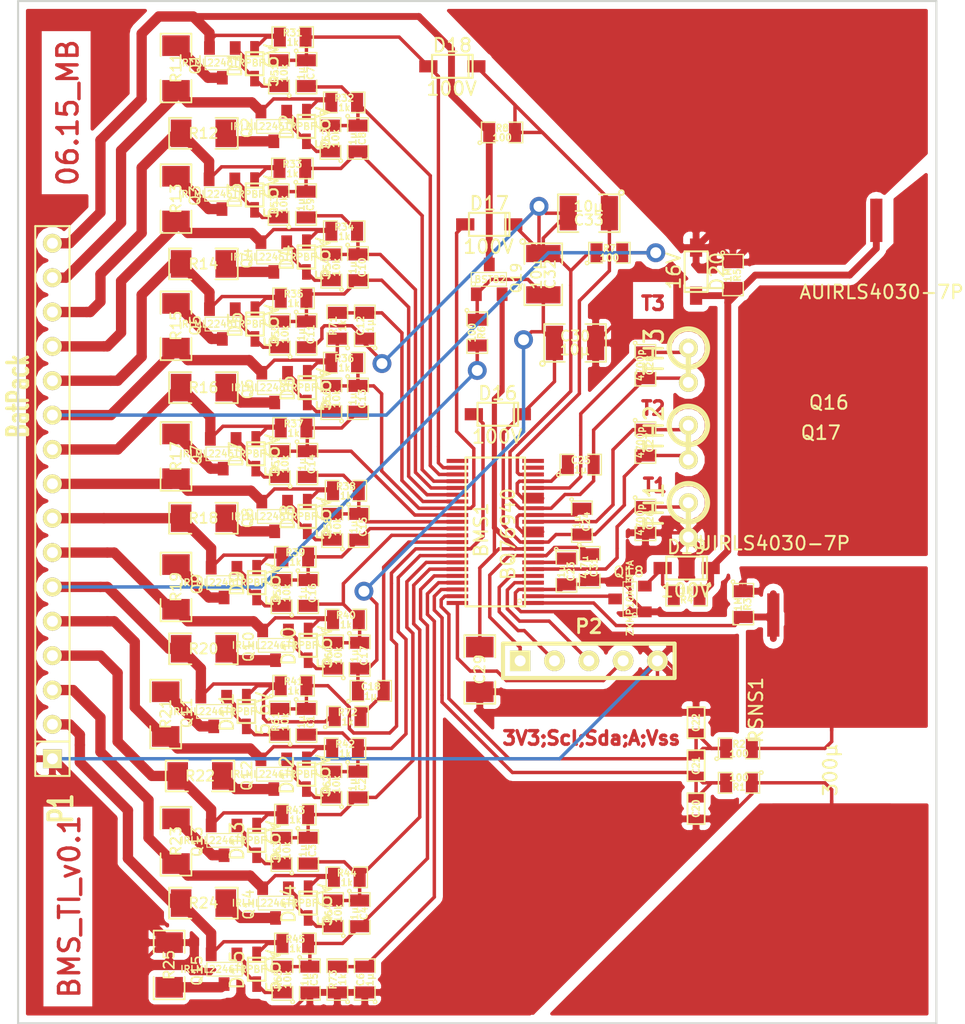
<source format=kicad_pcb>
(kicad_pcb (version 20171130) (host pcbnew "(5.1.12)-1")
  (layers (0 F.Cu signal) (31 B.Cu signal) (34 B.Paste user hide) (35 F.Paste user hide) (36 B.SilkS user hide) (37 F.SilkS user) (38 B.Mask user hide) (39 F.Mask user hide) (44 Edge.Cuts user))
  (net 0 "")
  (net 1 /BatPack/C1)
  (net 2 /BatPack/C11)
  (net 3 /BatPack/C12)
  (net 4 /BatPack/C13)
  (net 5 /BatPack/C14)
  (net 6 /BatPack/C2)
  (net 7 /BatPack/C3)
  (net 8 /BatPack/C4)
  (net 9 /BatPack/C6)
  (net 10 /BatPack/C7)
  (net 11 /BatPack/C8)
  (net 12 /BatPack/C9)
  (net 13 /BatPack/VC0)
  (net 14 /BatPack/VC1)
  (net 15 /BatPack/VC10)
  (net 16 /BatPack/VC11)
  (net 17 /BatPack/VC12)
  (net 18 /BatPack/VC13)
  (net 19 /BatPack/VC14)
  (net 20 /BatPack/VC15)
  (net 21 /BatPack/VC2)
  (net 22 /BatPack/VC3)
  (net 23 /BatPack/VC4)
  (net 24 /BatPack/VC5)
  (net 25 /BatPack/VC6)
  (net 26 /BatPack/VC7)
  (net 27 /BatPack/VC8)
  (net 28 /BatPack/VC9)
  (net 29 /COM/BAT)
  (net 30 /COM/CHG)
  (net 31 /COM/DSC)
  (net 32 /COM/REGOUT)
  (net 33 /COM/REGSRC)
  (net 34 /COM/SCL)
  (net 35 /COM/SDA)
  (net 36 /COM/SRN)
  (net 37 /COM/SRP)
  (net 38 A)
  (net 39 ALERT)
  (net 40 B)
  (net 41 N-0000010)
  (net 42 N-0000012)
  (net 43 N-0000014)
  (net 44 N-0000015)
  (net 45 N-0000017)
  (net 46 N-0000019)
  (net 47 N-0000020)
  (net 48 N-0000022)
  (net 49 N-0000023)
  (net 50 N-0000024)
  (net 51 N-0000026)
  (net 52 N-0000028)
  (net 53 N-0000029)
  (net 54 N-000003)
  (net 55 N-0000030)
  (net 56 N-0000031)
  (net 57 N-0000032)
  (net 58 N-0000033)
  (net 59 N-0000034)
  (net 60 N-0000035)
  (net 61 N-0000036)
  (net 62 N-0000039)
  (net 63 N-000004)
  (net 64 N-0000040)
  (net 65 N-0000041)
  (net 66 N-0000042)
  (net 67 N-000005)
  (net 68 N-0000053)
  (net 69 N-0000056)
  (net 70 N-0000057)
  (net 71 N-0000059)
  (net 72 N-000006)
  (net 73 N-000007)
  (net 74 N-0000070)
  (net 75 N-0000074)
  (net 76 N-0000075)
  (net 77 N-000008)
  (net 78 PACK+)
  (net 79 PACK-)
  (net 80 TS1)
  (net 81 TS2)
  (net 82 TS3)
  (net 83 VC10B)
  (net 84 VC10x)
  (net 85 VC5B)
  (net 86 VC5x)
  (net 87 VSS)
  (module SOT23 (layer F.Cu) (at 199.9615 108.839)
    (fp_text reference Q19 (at 1.99898 -0.09906 90) (layer F.SilkS) (effects (font (size 0.762 0.762) (thickness 0.11938))))
    (fp_text value BST82 (at 0.0635 0) (layer F.SilkS) (effects (font (size 0.50038 0.50038) (thickness 0.09906))))
    (pad 3 smd rect (at 0 -1.09982) (size 0.8001 1.00076) (layers F.Cu F.Paste F.Mask) (net 78 PACK+))
    (pad 2 smd rect (at 0.9525 1.09982) (size 0.8001 1.00076) (layers F.Cu F.Paste F.Mask) (net 33 /COM/REGSRC))
    (pad 1 smd rect (at -0.9525 1.09982) (size 0.8001 1.00076) (layers F.Cu F.Paste F.Mask) (net 86 VC5x))
  )
  (module SOT23 (layer F.Cu) (at 180.213 92.837 180)
    (fp_text reference Q1 (at 1.99898 -0.09906 270) (layer F.SilkS) (effects (font (size 0.762 0.762) (thickness 0.11938))))
    (fp_text value IRLML2246TRPBF (at 0.0635 0 180) (layer F.SilkS) (effects (font (size 0.50038 0.50038) (thickness 0.09906))))
    (pad 3 smd rect (at 0 -1.09982 180) (size 0.8001 1.00076) (layers F.Cu F.Paste F.Mask) (net 50 N-0000024))
    (pad 2 smd rect (at 0.9525 1.09982 180) (size 0.8001 1.00076) (layers F.Cu F.Paste F.Mask) (net 78 PACK+))
    (pad 1 smd rect (at -0.9525 1.09982 180) (size 0.8001 1.00076) (layers F.Cu F.Paste F.Mask) (net 77 N-000008))
  )
  (module SOT23 (layer F.Cu) (at 184.023 97.536 180)
    (fp_text reference Q2 (at 1.99898 -0.09906 270) (layer F.SilkS) (effects (font (size 0.762 0.762) (thickness 0.11938))))
    (fp_text value IRLML2246TRPBF (at 0.0635 0 180) (layer F.SilkS) (effects (font (size 0.50038 0.50038) (thickness 0.09906))))
    (pad 3 smd rect (at 0 -1.09982 180) (size 0.8001 1.00076) (layers F.Cu F.Paste F.Mask) (net 51 N-0000026))
    (pad 2 smd rect (at 0.9525 1.09982 180) (size 0.8001 1.00076) (layers F.Cu F.Paste F.Mask) (net 5 /BatPack/C14))
    (pad 1 smd rect (at -0.9525 1.09982 180) (size 0.8001 1.00076) (layers F.Cu F.Paste F.Mask) (net 73 N-000007))
  )
  (module SOT23 (layer F.Cu) (at 180.186 102.545 180)
    (fp_text reference Q3 (at 1.99898 -0.09906 270) (layer F.SilkS) (effects (font (size 0.762 0.762) (thickness 0.11938))))
    (fp_text value IRLML2246TRPBF (at 0.0635 0 180) (layer F.SilkS) (effects (font (size 0.50038 0.50038) (thickness 0.09906))))
    (pad 3 smd rect (at 0 -1.09982 180) (size 0.8001 1.00076) (layers F.Cu F.Paste F.Mask) (net 41 N-0000010))
    (pad 2 smd rect (at 0.9525 1.09982 180) (size 0.8001 1.00076) (layers F.Cu F.Paste F.Mask) (net 4 /BatPack/C13))
    (pad 1 smd rect (at -0.9525 1.09982 180) (size 0.8001 1.00076) (layers F.Cu F.Paste F.Mask) (net 63 N-000004))
  )
  (module SOT23 (layer F.Cu) (at 184.023 107.188 180)
    (fp_text reference Q4 (at 1.99898 -0.09906 270) (layer F.SilkS) (effects (font (size 0.762 0.762) (thickness 0.11938))))
    (fp_text value IRLML2246TRPBF (at 0.0635 0 180) (layer F.SilkS) (effects (font (size 0.50038 0.50038) (thickness 0.09906))))
    (pad 3 smd rect (at 0 -1.09982 180) (size 0.8001 1.00076) (layers F.Cu F.Paste F.Mask) (net 42 N-0000012))
    (pad 2 smd rect (at 0.9525 1.09982 180) (size 0.8001 1.00076) (layers F.Cu F.Paste F.Mask) (net 3 /BatPack/C12))
    (pad 1 smd rect (at -0.9525 1.09982 180) (size 0.8001 1.00076) (layers F.Cu F.Paste F.Mask) (net 67 N-000005))
  )
  (module SOT23 (layer F.Cu) (at 180.213 112.141 180)
    (fp_text reference Q5 (at 1.99898 -0.09906 270) (layer F.SilkS) (effects (font (size 0.762 0.762) (thickness 0.11938))))
    (fp_text value IRLML2246TRPBF (at 0.0635 0 180) (layer F.SilkS) (effects (font (size 0.50038 0.50038) (thickness 0.09906))))
    (pad 3 smd rect (at 0 -1.09982 180) (size 0.8001 1.00076) (layers F.Cu F.Paste F.Mask) (net 43 N-0000014))
    (pad 2 smd rect (at 0.9525 1.09982 180) (size 0.8001 1.00076) (layers F.Cu F.Paste F.Mask) (net 2 /BatPack/C11))
    (pad 1 smd rect (at -0.9525 1.09982 180) (size 0.8001 1.00076) (layers F.Cu F.Paste F.Mask) (net 54 N-000003))
  )
  (module SOT23 (layer F.Cu) (at 184.0865 116.84 180)
    (fp_text reference Q6 (at 1.99898 -0.09906 270) (layer F.SilkS) (effects (font (size 0.762 0.762) (thickness 0.11938))))
    (fp_text value IRLML2246TRPBF (at 0.0635 0 180) (layer F.SilkS) (effects (font (size 0.50038 0.50038) (thickness 0.09906))))
    (pad 3 smd rect (at 0 -1.09982 180) (size 0.8001 1.00076) (layers F.Cu F.Paste F.Mask) (net 44 N-0000015))
    (pad 2 smd rect (at 0.9525 1.09982 180) (size 0.8001 1.00076) (layers F.Cu F.Paste F.Mask) (net 40 B))
    (pad 1 smd rect (at -0.9525 1.09982 180) (size 0.8001 1.00076) (layers F.Cu F.Paste F.Mask) (net 72 N-000006))
  )
  (module SOT23 (layer F.Cu) (at 180.2765 121.7295 180)
    (fp_text reference Q7 (at 1.99898 -0.09906 270) (layer F.SilkS) (effects (font (size 0.762 0.762) (thickness 0.11938))))
    (fp_text value IRLML2246TRPBF (at 0.0635 0 180) (layer F.SilkS) (effects (font (size 0.50038 0.50038) (thickness 0.09906))))
    (pad 3 smd rect (at 0 -1.09982 180) (size 0.8001 1.00076) (layers F.Cu F.Paste F.Mask) (net 45 N-0000017))
    (pad 2 smd rect (at 0.9525 1.09982 180) (size 0.8001 1.00076) (layers F.Cu F.Paste F.Mask) (net 12 /BatPack/C9))
    (pad 1 smd rect (at -0.9525 1.09982 180) (size 0.8001 1.00076) (layers F.Cu F.Paste F.Mask) (net 62 N-0000039))
  )
  (module SOT23 (layer F.Cu) (at 184.0865 126.365 180)
    (fp_text reference Q8 (at 1.99898 -0.09906 270) (layer F.SilkS) (effects (font (size 0.762 0.762) (thickness 0.11938))))
    (fp_text value IRLML2246TRPBF (at 0.0635 0 180) (layer F.SilkS) (effects (font (size 0.50038 0.50038) (thickness 0.09906))))
    (pad 3 smd rect (at 0 -1.09982 180) (size 0.8001 1.00076) (layers F.Cu F.Paste F.Mask) (net 46 N-0000019))
    (pad 2 smd rect (at 0.9525 1.09982 180) (size 0.8001 1.00076) (layers F.Cu F.Paste F.Mask) (net 11 /BatPack/C8))
    (pad 1 smd rect (at -0.9525 1.09982 180) (size 0.8001 1.00076) (layers F.Cu F.Paste F.Mask) (net 64 N-0000040))
  )
  (module SOT23 (layer F.Cu) (at 180.34 131.2545 180)
    (fp_text reference Q9 (at 1.99898 -0.09906 270) (layer F.SilkS) (effects (font (size 0.762 0.762) (thickness 0.11938))))
    (fp_text value IRLML2246TRPBF (at 0.0635 0 180) (layer F.SilkS) (effects (font (size 0.50038 0.50038) (thickness 0.09906))))
    (pad 3 smd rect (at 0 -1.09982 180) (size 0.8001 1.00076) (layers F.Cu F.Paste F.Mask) (net 48 N-0000022))
    (pad 2 smd rect (at 0.9525 1.09982 180) (size 0.8001 1.00076) (layers F.Cu F.Paste F.Mask) (net 10 /BatPack/C7))
    (pad 1 smd rect (at -0.9525 1.09982 180) (size 0.8001 1.00076) (layers F.Cu F.Paste F.Mask) (net 47 N-0000020))
  )
  (module SOT23 (layer F.Cu) (at 184.15 135.89 180)
    (fp_text reference Q10 (at 1.99898 -0.09906 270) (layer F.SilkS) (effects (font (size 0.762 0.762) (thickness 0.11938))))
    (fp_text value IRLML2246TRPBF (at 0.0635 0 180) (layer F.SilkS) (effects (font (size 0.50038 0.50038) (thickness 0.09906))))
    (pad 3 smd rect (at 0 -1.09982 180) (size 0.8001 1.00076) (layers F.Cu F.Paste F.Mask) (net 57 N-0000032))
    (pad 2 smd rect (at 0.9525 1.09982 180) (size 0.8001 1.00076) (layers F.Cu F.Paste F.Mask) (net 9 /BatPack/C6))
    (pad 1 smd rect (at -0.9525 1.09982 180) (size 0.8001 1.00076) (layers F.Cu F.Paste F.Mask) (net 49 N-0000023))
  )
  (module SOT23 (layer F.Cu) (at 179.578 140.7795 180)
    (fp_text reference Q11 (at 1.99898 -0.09906 270) (layer F.SilkS) (effects (font (size 0.762 0.762) (thickness 0.11938))))
    (fp_text value IRLML2246TRPBF (at 0.0635 0 180) (layer F.SilkS) (effects (font (size 0.50038 0.50038) (thickness 0.09906))))
    (pad 3 smd rect (at 0 -1.09982 180) (size 0.8001 1.00076) (layers F.Cu F.Paste F.Mask) (net 56 N-0000031))
    (pad 2 smd rect (at 0.9525 1.09982 180) (size 0.8001 1.00076) (layers F.Cu F.Paste F.Mask) (net 38 A))
    (pad 1 smd rect (at -0.9525 1.09982 180) (size 0.8001 1.00076) (layers F.Cu F.Paste F.Mask) (net 59 N-0000034))
  )
  (module SOT23 (layer F.Cu) (at 184.023 145.415 180)
    (fp_text reference Q12 (at 1.99898 -0.09906 270) (layer F.SilkS) (effects (font (size 0.762 0.762) (thickness 0.11938))))
    (fp_text value IRLML2246TRPBF (at 0.0635 0 180) (layer F.SilkS) (effects (font (size 0.50038 0.50038) (thickness 0.09906))))
    (pad 3 smd rect (at 0 -1.09982 180) (size 0.8001 1.00076) (layers F.Cu F.Paste F.Mask) (net 55 N-0000030))
    (pad 2 smd rect (at 0.9525 1.09982 180) (size 0.8001 1.00076) (layers F.Cu F.Paste F.Mask) (net 8 /BatPack/C4))
    (pad 1 smd rect (at -0.9525 1.09982 180) (size 0.8001 1.00076) (layers F.Cu F.Paste F.Mask) (net 60 N-0000035))
  )
  (module SOT23 (layer F.Cu) (at 180.34 150.3045 180)
    (fp_text reference Q13 (at 1.99898 -0.09906 270) (layer F.SilkS) (effects (font (size 0.762 0.762) (thickness 0.11938))))
    (fp_text value IRLML2246TRPBF (at 0.0635 0 180) (layer F.SilkS) (effects (font (size 0.50038 0.50038) (thickness 0.09906))))
    (pad 3 smd rect (at 0 -1.09982 180) (size 0.8001 1.00076) (layers F.Cu F.Paste F.Mask) (net 53 N-0000029))
    (pad 2 smd rect (at 0.9525 1.09982 180) (size 0.8001 1.00076) (layers F.Cu F.Paste F.Mask) (net 7 /BatPack/C3))
    (pad 1 smd rect (at -0.9525 1.09982 180) (size 0.8001 1.00076) (layers F.Cu F.Paste F.Mask) (net 65 N-0000041))
  )
  (module SOT23 (layer F.Cu) (at 184.15 154.94 180)
    (fp_text reference Q14 (at 1.99898 -0.09906 270) (layer F.SilkS) (effects (font (size 0.762 0.762) (thickness 0.11938))))
    (fp_text value IRLML2246TRPBF (at 0.0635 0 180) (layer F.SilkS) (effects (font (size 0.50038 0.50038) (thickness 0.09906))))
    (pad 3 smd rect (at 0 -1.09982 180) (size 0.8001 1.00076) (layers F.Cu F.Paste F.Mask) (net 52 N-0000028))
    (pad 2 smd rect (at 0.9525 1.09982 180) (size 0.8001 1.00076) (layers F.Cu F.Paste F.Mask) (net 6 /BatPack/C2))
    (pad 1 smd rect (at -0.9525 1.09982 180) (size 0.8001 1.00076) (layers F.Cu F.Paste F.Mask) (net 61 N-0000036))
  )
  (module SOT23 (layer F.Cu) (at 180.34 159.8295 180)
    (fp_text reference Q15 (at 1.99898 -0.09906 270) (layer F.SilkS) (effects (font (size 0.762 0.762) (thickness 0.11938))))
    (fp_text value IRLML2246TRPBF (at 0.0635 0 180) (layer F.SilkS) (effects (font (size 0.50038 0.50038) (thickness 0.09906))))
    (pad 3 smd rect (at 0 -1.09982 180) (size 0.8001 1.00076) (layers F.Cu F.Paste F.Mask) (net 58 N-0000033))
    (pad 2 smd rect (at 0.9525 1.09982 180) (size 0.8001 1.00076) (layers F.Cu F.Paste F.Mask) (net 1 /BatPack/C1))
    (pad 1 smd rect (at -0.9525 1.09982 180) (size 0.8001 1.00076) (layers F.Cu F.Paste F.Mask) (net 66 N-0000042))
  )
  (module SOT23 (layer F.Cu) (at 210.3755 132.461 90)
    (fp_text reference Q18 (at 1.99898 -0.09906 180) (layer F.SilkS) (effects (font (size 0.762 0.762) (thickness 0.11938))))
    (fp_text value ZXMP10A13FTA (at 0.0635 0 90) (layer F.SilkS) (effects (font (size 0.50038 0.50038) (thickness 0.09906))))
    (pad 3 smd rect (at 0 -1.09982 90) (size 0.8001 1.00076) (layers F.Cu F.Paste F.Mask) (net 30 /COM/CHG))
    (pad 2 smd rect (at 0.9525 1.09982 90) (size 0.8001 1.00076) (layers F.Cu F.Paste F.Mask) (net 75 N-0000074))
    (pad 1 smd rect (at -0.9525 1.09982 90) (size 0.8001 1.00076) (layers F.Cu F.Paste F.Mask) (net 87 VSS))
  )
  (module SM1210 (layer F.Cu) (at 207.3275 103.9495 180)
    (fp_text reference C33 (at 0 -0.508 180) (layer F.SilkS) (effects (font (size 0.762 0.762) (thickness 0.127))))
    (fp_text value 10µ (at 0 0.508 180) (layer F.SilkS) (effects (font (size 0.762 0.762) (thickness 0.127))))
    (pad 1 smd rect (at -1.524 0 180) (size 1.27 2.54) (layers F.Cu F.Paste F.Mask) (net 29 /COM/BAT))
    (pad 2 smd rect (at 1.524 0 180) (size 1.27 2.54) (layers F.Cu F.Paste F.Mask) (net 84 VC10x))
  )
  (module SM1210 (layer F.Cu) (at 203.962 108.458 270)
    (fp_text reference C32 (at 0 -0.508 270) (layer F.SilkS) (effects (font (size 0.762 0.762) (thickness 0.127))))
    (fp_text value 10µ (at 0 0.508 270) (layer F.SilkS) (effects (font (size 0.762 0.762) (thickness 0.127))))
    (pad 1 smd rect (at -1.524 0 270) (size 1.27 2.54) (layers F.Cu F.Paste F.Mask) (net 84 VC10x))
    (pad 2 smd rect (at 1.524 0 270) (size 1.27 2.54) (layers F.Cu F.Paste F.Mask) (net 86 VC5x))
  )
  (module SM1210 (layer F.Cu) (at 206.3115 113.538)
    (fp_text reference C30 (at 0 -0.508) (layer F.SilkS) (effects (font (size 0.762 0.762) (thickness 0.127))))
    (fp_text value 10µ (at 0 0.508) (layer F.SilkS) (effects (font (size 0.762 0.762) (thickness 0.127))))
    (pad 1 smd rect (at -1.524 0) (size 1.27 2.54) (layers F.Cu F.Paste F.Mask) (net 86 VC5x))
    (pad 2 smd rect (at 1.524 0) (size 1.27 2.54) (layers F.Cu F.Paste F.Mask) (net 87 VSS))
  )
  (module SM1206 (layer F.Cu) (at 178.816 98.044)
    (fp_text reference R12 (at 0 0) (layer F.SilkS) (effects (font (size 0.762 0.762) (thickness 0.127))))
    (fp_text value 39 hide)
    (pad 1 smd rect (at -1.651 0) (size 1.524 2.032) (layers F.Cu F.Paste F.Mask) (net 4 /BatPack/C13))
    (pad 2 smd rect (at 1.651 0) (size 1.524 2.032) (layers F.Cu F.Paste F.Mask) (net 51 N-0000026))
  )
  (module SM1206 (layer F.Cu) (at 176.276 159.512 270)
    (fp_text reference R25 (at 0 0 270) (layer F.SilkS) (effects (font (size 0.762 0.762) (thickness 0.127))))
    (fp_text value 39 hide)
    (pad 1 smd rect (at -1.651 0 270) (size 1.524 2.032) (layers F.Cu F.Paste F.Mask) (net 87 VSS))
    (pad 2 smd rect (at 1.651 0 270) (size 1.524 2.032) (layers F.Cu F.Paste F.Mask) (net 58 N-0000033))
  )
  (module SM1206 (layer F.Cu) (at 178.816 154.94)
    (fp_text reference R24 (at 0 0) (layer F.SilkS) (effects (font (size 0.762 0.762) (thickness 0.127))))
    (fp_text value 39 hide)
    (pad 1 smd rect (at -1.651 0) (size 1.524 2.032) (layers F.Cu F.Paste F.Mask) (net 1 /BatPack/C1))
    (pad 2 smd rect (at 1.651 0) (size 1.524 2.032) (layers F.Cu F.Paste F.Mask) (net 52 N-0000028))
  )
  (module SM1206 (layer F.Cu) (at 176.784 150.368 90)
    (fp_text reference R23 (at 0 0 90) (layer F.SilkS) (effects (font (size 0.762 0.762) (thickness 0.127))))
    (fp_text value 39 hide)
    (pad 1 smd rect (at -1.651 0 90) (size 1.524 2.032) (layers F.Cu F.Paste F.Mask) (net 6 /BatPack/C2))
    (pad 2 smd rect (at 1.651 0 90) (size 1.524 2.032) (layers F.Cu F.Paste F.Mask) (net 53 N-0000029))
  )
  (module SM1206 (layer F.Cu) (at 199.263 137.668 270)
    (fp_text reference C29 (at 0 0 270) (layer F.SilkS) (effects (font (size 0.762 0.762) (thickness 0.127))))
    (fp_text value 1µ hide)
    (pad 1 smd rect (at -1.651 0 270) (size 1.524 2.032) (layers F.Cu F.Paste F.Mask) (net 33 /COM/REGSRC))
    (pad 2 smd rect (at 1.651 0 270) (size 1.524 2.032) (layers F.Cu F.Paste F.Mask) (net 87 VSS))
  )
  (module SM1206 (layer F.Cu) (at 178.562 145.542)
    (fp_text reference R22 (at 0 0) (layer F.SilkS) (effects (font (size 0.762 0.762) (thickness 0.127))))
    (fp_text value 39 hide)
    (pad 1 smd rect (at -1.651 0) (size 1.524 2.032) (layers F.Cu F.Paste F.Mask) (net 7 /BatPack/C3))
    (pad 2 smd rect (at 1.651 0) (size 1.524 2.032) (layers F.Cu F.Paste F.Mask) (net 55 N-0000030))
  )
  (module SM1206 (layer F.Cu) (at 176.022 140.97 90)
    (fp_text reference R21 (at 0 0 90) (layer F.SilkS) (effects (font (size 0.762 0.762) (thickness 0.127))))
    (fp_text value 39 hide)
    (pad 1 smd rect (at -1.651 0 90) (size 1.524 2.032) (layers F.Cu F.Paste F.Mask) (net 8 /BatPack/C4))
    (pad 2 smd rect (at 1.651 0 90) (size 1.524 2.032) (layers F.Cu F.Paste F.Mask) (net 56 N-0000031))
  )
  (module SM1206 (layer F.Cu) (at 176.784 131.572 90)
    (fp_text reference R19 (at 0 0 90) (layer F.SilkS) (effects (font (size 0.762 0.762) (thickness 0.127))))
    (fp_text value 39 hide)
    (pad 1 smd rect (at -1.651 0 90) (size 1.524 2.032) (layers F.Cu F.Paste F.Mask) (net 9 /BatPack/C6))
    (pad 2 smd rect (at 1.651 0 90) (size 1.524 2.032) (layers F.Cu F.Paste F.Mask) (net 48 N-0000022))
  )
  (module SM1206 (layer F.Cu) (at 176.784 93.218 90)
    (fp_text reference R11 (at 0 0 90) (layer F.SilkS) (effects (font (size 0.762 0.762) (thickness 0.127))))
    (fp_text value 39 hide)
    (pad 1 smd rect (at -1.651 0 90) (size 1.524 2.032) (layers F.Cu F.Paste F.Mask) (net 5 /BatPack/C14))
    (pad 2 smd rect (at 1.651 0 90) (size 1.524 2.032) (layers F.Cu F.Paste F.Mask) (net 50 N-0000024))
  )
  (module SM1206 (layer F.Cu) (at 176.784 102.87 90)
    (fp_text reference R13 (at 0 0 90) (layer F.SilkS) (effects (font (size 0.762 0.762) (thickness 0.127))))
    (fp_text value 39 hide)
    (pad 1 smd rect (at -1.651 0 90) (size 1.524 2.032) (layers F.Cu F.Paste F.Mask) (net 3 /BatPack/C12))
    (pad 2 smd rect (at 1.651 0 90) (size 1.524 2.032) (layers F.Cu F.Paste F.Mask) (net 41 N-0000010))
  )
  (module SM1206 (layer F.Cu) (at 178.816 107.696)
    (fp_text reference R14 (at 0 0) (layer F.SilkS) (effects (font (size 0.762 0.762) (thickness 0.127))))
    (fp_text value 39 hide)
    (pad 1 smd rect (at -1.651 0) (size 1.524 2.032) (layers F.Cu F.Paste F.Mask) (net 2 /BatPack/C11))
    (pad 2 smd rect (at 1.651 0) (size 1.524 2.032) (layers F.Cu F.Paste F.Mask) (net 42 N-0000012))
  )
  (module SM1206 (layer F.Cu) (at 176.784 112.268 90)
    (fp_text reference R15 (at 0 0 90) (layer F.SilkS) (effects (font (size 0.762 0.762) (thickness 0.127))))
    (fp_text value 39 hide)
    (pad 1 smd rect (at -1.651 0 90) (size 1.524 2.032) (layers F.Cu F.Paste F.Mask) (net 40 B))
    (pad 2 smd rect (at 1.651 0 90) (size 1.524 2.032) (layers F.Cu F.Paste F.Mask) (net 43 N-0000014))
  )
  (module SM1206 (layer F.Cu) (at 178.816 116.84)
    (fp_text reference R16 (at 0 0) (layer F.SilkS) (effects (font (size 0.762 0.762) (thickness 0.127))))
    (fp_text value 39 hide)
    (pad 1 smd rect (at -1.651 0) (size 1.524 2.032) (layers F.Cu F.Paste F.Mask) (net 12 /BatPack/C9))
    (pad 2 smd rect (at 1.651 0) (size 1.524 2.032) (layers F.Cu F.Paste F.Mask) (net 44 N-0000015))
  )
  (module SM1206 (layer F.Cu) (at 176.784 121.92 90)
    (fp_text reference R17 (at 0 0 90) (layer F.SilkS) (effects (font (size 0.762 0.762) (thickness 0.127))))
    (fp_text value 39 hide)
    (pad 1 smd rect (at -1.651 0 90) (size 1.524 2.032) (layers F.Cu F.Paste F.Mask) (net 11 /BatPack/C8))
    (pad 2 smd rect (at 1.651 0 90) (size 1.524 2.032) (layers F.Cu F.Paste F.Mask) (net 45 N-0000017))
  )
  (module SM1206 (layer F.Cu) (at 178.816 126.492)
    (fp_text reference R18 (at 0 0) (layer F.SilkS) (effects (font (size 0.762 0.762) (thickness 0.127))))
    (fp_text value 39 hide)
    (pad 1 smd rect (at -1.651 0) (size 1.524 2.032) (layers F.Cu F.Paste F.Mask) (net 10 /BatPack/C7))
    (pad 2 smd rect (at 1.651 0) (size 1.524 2.032) (layers F.Cu F.Paste F.Mask) (net 46 N-0000019))
  )
  (module SM1206 (layer F.Cu) (at 178.816 136.144)
    (fp_text reference R20 (at 0 0) (layer F.SilkS) (effects (font (size 0.762 0.762) (thickness 0.127))))
    (fp_text value 39 hide)
    (pad 1 smd rect (at -1.651 0) (size 1.524 2.032) (layers F.Cu F.Paste F.Mask) (net 38 A))
    (pad 2 smd rect (at 1.651 0) (size 1.524 2.032) (layers F.Cu F.Paste F.Mask) (net 57 N-0000032))
  )
  (module SM0805 (layer F.Cu) (at 188.722 160.5915 90)
    (fp_text reference R73 (at 0 -0.3175 90) (layer F.SilkS) (effects (font (size 0.50038 0.50038) (thickness 0.10922))))
    (fp_text value 1k (at 0 0.381 90) (layer F.SilkS) (effects (font (size 0.50038 0.50038) (thickness 0.10922))))
    (pad 1 smd rect (at -0.9525 0 90) (size 0.889 1.397) (layers F.Cu F.Paste F.Mask) (net 87 VSS))
    (pad 2 smd rect (at 0.9525 0 90) (size 0.889 1.397) (layers F.Cu F.Paste F.Mask) (net 13 /BatPack/VC0))
  )
  (module SM0805 (layer F.Cu) (at 189.23 105.283)
    (fp_text reference R34 (at 0 -0.3175) (layer F.SilkS) (effects (font (size 0.50038 0.50038) (thickness 0.10922))))
    (fp_text value 1k (at 0 0.381) (layer F.SilkS) (effects (font (size 0.50038 0.50038) (thickness 0.10922))))
    (pad 1 smd rect (at -0.9525 0) (size 0.889 1.397) (layers F.Cu F.Paste F.Mask) (net 3 /BatPack/C12))
    (pad 2 smd rect (at 0.9525 0) (size 0.889 1.397) (layers F.Cu F.Paste F.Mask) (net 17 /BatPack/VC12))
  )
  (module SM0805 (layer F.Cu) (at 188.2775 117.6655 90)
    (fp_text reference R56 (at 0 -0.3175 90) (layer F.SilkS) (effects (font (size 0.50038 0.50038) (thickness 0.10922))))
    (fp_text value 10k (at 0 0.381 90) (layer F.SilkS) (effects (font (size 0.50038 0.50038) (thickness 0.10922))))
    (pad 1 smd rect (at -0.9525 0 90) (size 0.889 1.397) (layers F.Cu F.Paste F.Mask) (net 72 N-000006))
    (pad 2 smd rect (at 0.9525 0 90) (size 0.889 1.397) (layers F.Cu F.Paste F.Mask) (net 15 /BatPack/VC10))
  )
  (module SM0805 (layer F.Cu) (at 184.4675 112.903 90)
    (fp_text reference R55 (at 0 -0.3175 90) (layer F.SilkS) (effects (font (size 0.50038 0.50038) (thickness 0.10922))))
    (fp_text value 10k (at 0 0.381 90) (layer F.SilkS) (effects (font (size 0.50038 0.50038) (thickness 0.10922))))
    (pad 1 smd rect (at -0.9525 0 90) (size 0.889 1.397) (layers F.Cu F.Paste F.Mask) (net 54 N-000003))
    (pad 2 smd rect (at 0.9525 0 90) (size 0.889 1.397) (layers F.Cu F.Paste F.Mask) (net 16 /BatPack/VC11))
  )
  (module SM0805 (layer F.Cu) (at 189.23 114.9985)
    (fp_text reference R36 (at 0 -0.3175) (layer F.SilkS) (effects (font (size 0.50038 0.50038) (thickness 0.10922))))
    (fp_text value 1k (at 0 0.381) (layer F.SilkS) (effects (font (size 0.50038 0.50038) (thickness 0.10922))))
    (pad 1 smd rect (at -0.9525 0) (size 0.889 1.397) (layers F.Cu F.Paste F.Mask) (net 40 B))
    (pad 2 smd rect (at 0.9525 0) (size 0.889 1.397) (layers F.Cu F.Paste F.Mask) (net 15 /BatPack/VC10))
  )
  (module SM0805 (layer F.Cu) (at 185.4835 110.236)
    (fp_text reference R35 (at 0 -0.3175) (layer F.SilkS) (effects (font (size 0.50038 0.50038) (thickness 0.10922))))
    (fp_text value 1k (at 0 0.381) (layer F.SilkS) (effects (font (size 0.50038 0.50038) (thickness 0.10922))))
    (pad 1 smd rect (at -0.9525 0) (size 0.889 1.397) (layers F.Cu F.Paste F.Mask) (net 2 /BatPack/C11))
    (pad 2 smd rect (at 0.9525 0) (size 0.889 1.397) (layers F.Cu F.Paste F.Mask) (net 16 /BatPack/VC11))
  )
  (module SM0805 (layer F.Cu) (at 188.4045 136.652 90)
    (fp_text reference R60 (at 0 -0.3175 90) (layer F.SilkS) (effects (font (size 0.50038 0.50038) (thickness 0.10922))))
    (fp_text value 10k (at 0 0.381 90) (layer F.SilkS) (effects (font (size 0.50038 0.50038) (thickness 0.10922))))
    (pad 1 smd rect (at -0.9525 0 90) (size 0.889 1.397) (layers F.Cu F.Paste F.Mask) (net 49 N-0000023))
    (pad 2 smd rect (at 0.9525 0 90) (size 0.889 1.397) (layers F.Cu F.Paste F.Mask) (net 25 /BatPack/VC6))
  )
  (module SM0805 (layer F.Cu) (at 184.5945 132.0165 90)
    (fp_text reference R59 (at 0 -0.3175 90) (layer F.SilkS) (effects (font (size 0.50038 0.50038) (thickness 0.10922))))
    (fp_text value 10k (at 0 0.381 90) (layer F.SilkS) (effects (font (size 0.50038 0.50038) (thickness 0.10922))))
    (pad 1 smd rect (at -0.9525 0 90) (size 0.889 1.397) (layers F.Cu F.Paste F.Mask) (net 47 N-0000020))
    (pad 2 smd rect (at 0.9525 0 90) (size 0.889 1.397) (layers F.Cu F.Paste F.Mask) (net 26 /BatPack/VC7))
  )
  (module SM0805 (layer F.Cu) (at 190.246 107.95 270)
    (fp_text reference C10 (at 0 -0.3175 270) (layer F.SilkS) (effects (font (size 0.50038 0.50038) (thickness 0.10922))))
    (fp_text value 1µ (at 0 0.381 270) (layer F.SilkS) (effects (font (size 0.50038 0.50038) (thickness 0.10922))))
    (pad 1 smd rect (at -0.9525 0 270) (size 0.889 1.397) (layers F.Cu F.Paste F.Mask) (net 17 /BatPack/VC12))
    (pad 2 smd rect (at 0.9525 0 270) (size 0.889 1.397) (layers F.Cu F.Paste F.Mask) (net 16 /BatPack/VC11))
  )
  (module SM0805 (layer F.Cu) (at 186.409 103.307 270)
    (fp_text reference C9 (at 0 -0.3175 270) (layer F.SilkS) (effects (font (size 0.50038 0.50038) (thickness 0.10922))))
    (fp_text value 1µ (at 0 0.381 270) (layer F.SilkS) (effects (font (size 0.50038 0.50038) (thickness 0.10922))))
    (pad 1 smd rect (at -0.9525 0 270) (size 0.889 1.397) (layers F.Cu F.Paste F.Mask) (net 18 /BatPack/VC13))
    (pad 2 smd rect (at 0.9525 0 270) (size 0.889 1.397) (layers F.Cu F.Paste F.Mask) (net 17 /BatPack/VC12))
  )
  (module SM0805 (layer F.Cu) (at 188.2775 107.95 90)
    (fp_text reference R54 (at 0 -0.3175 90) (layer F.SilkS) (effects (font (size 0.50038 0.50038) (thickness 0.10922))))
    (fp_text value 10k (at 0 0.381 90) (layer F.SilkS) (effects (font (size 0.50038 0.50038) (thickness 0.10922))))
    (pad 1 smd rect (at -0.9525 0 90) (size 0.889 1.397) (layers F.Cu F.Paste F.Mask) (net 67 N-000005))
    (pad 2 smd rect (at 0.9525 0 90) (size 0.889 1.397) (layers F.Cu F.Paste F.Mask) (net 17 /BatPack/VC12))
  )
  (module SM0805 (layer F.Cu) (at 184.377 103.307 90)
    (fp_text reference R53 (at 0 -0.3175 90) (layer F.SilkS) (effects (font (size 0.50038 0.50038) (thickness 0.10922))))
    (fp_text value 10k (at 0 0.381 90) (layer F.SilkS) (effects (font (size 0.50038 0.50038) (thickness 0.10922))))
    (pad 1 smd rect (at -0.9525 0 90) (size 0.889 1.397) (layers F.Cu F.Paste F.Mask) (net 63 N-000004))
    (pad 2 smd rect (at 0.9525 0 90) (size 0.889 1.397) (layers F.Cu F.Paste F.Mask) (net 18 /BatPack/VC13))
  )
  (module SM0805 (layer F.Cu) (at 190.3095 127.127 270)
    (fp_text reference C15 (at 0 -0.3175 270) (layer F.SilkS) (effects (font (size 0.50038 0.50038) (thickness 0.10922))))
    (fp_text value 1µ (at 0 0.381 270) (layer F.SilkS) (effects (font (size 0.50038 0.50038) (thickness 0.10922))))
    (pad 1 smd rect (at -0.9525 0 270) (size 0.889 1.397) (layers F.Cu F.Paste F.Mask) (net 27 /BatPack/VC8))
    (pad 2 smd rect (at 0.9525 0 270) (size 0.889 1.397) (layers F.Cu F.Paste F.Mask) (net 26 /BatPack/VC7))
  )
  (module SM0805 (layer F.Cu) (at 185.393 100.64)
    (fp_text reference R33 (at 0 -0.3175) (layer F.SilkS) (effects (font (size 0.50038 0.50038) (thickness 0.10922))))
    (fp_text value 1k (at 0 0.381) (layer F.SilkS) (effects (font (size 0.50038 0.50038) (thickness 0.10922))))
    (pad 1 smd rect (at -0.9525 0) (size 0.889 1.397) (layers F.Cu F.Paste F.Mask) (net 4 /BatPack/C13))
    (pad 2 smd rect (at 0.9525 0) (size 0.889 1.397) (layers F.Cu F.Paste F.Mask) (net 18 /BatPack/VC13))
  )
  (module SM0805 (layer F.Cu) (at 189.357 133.985)
    (fp_text reference R40 (at 0 -0.3175) (layer F.SilkS) (effects (font (size 0.50038 0.50038) (thickness 0.10922))))
    (fp_text value 1k (at 0 0.381) (layer F.SilkS) (effects (font (size 0.50038 0.50038) (thickness 0.10922))))
    (pad 1 smd rect (at -0.9525 0) (size 0.889 1.397) (layers F.Cu F.Paste F.Mask) (net 9 /BatPack/C6))
    (pad 2 smd rect (at 0.9525 0) (size 0.889 1.397) (layers F.Cu F.Paste F.Mask) (net 25 /BatPack/VC6))
  )
  (module SM0805 (layer F.Cu) (at 185.6105 129.3495)
    (fp_text reference R39 (at 0 -0.3175) (layer F.SilkS) (effects (font (size 0.50038 0.50038) (thickness 0.10922))))
    (fp_text value 1k (at 0 0.381) (layer F.SilkS) (effects (font (size 0.50038 0.50038) (thickness 0.10922))))
    (pad 1 smd rect (at -0.9525 0) (size 0.889 1.397) (layers F.Cu F.Paste F.Mask) (net 10 /BatPack/C7))
    (pad 2 smd rect (at 0.9525 0) (size 0.889 1.397) (layers F.Cu F.Paste F.Mask) (net 26 /BatPack/VC7))
  )
  (module SM0805 (layer F.Cu) (at 190.246 98.425 270)
    (fp_text reference C8 (at 0 -0.3175 270) (layer F.SilkS) (effects (font (size 0.50038 0.50038) (thickness 0.10922))))
    (fp_text value 1µ (at 0 0.381 270) (layer F.SilkS) (effects (font (size 0.50038 0.50038) (thickness 0.10922))))
    (pad 1 smd rect (at -0.9525 0 270) (size 0.889 1.397) (layers F.Cu F.Paste F.Mask) (net 19 /BatPack/VC14))
    (pad 2 smd rect (at 0.9525 0 270) (size 0.889 1.397) (layers F.Cu F.Paste F.Mask) (net 18 /BatPack/VC13))
  )
  (module SM0805 (layer F.Cu) (at 186.436 93.599 270)
    (fp_text reference C7 (at 0 -0.3175 270) (layer F.SilkS) (effects (font (size 0.50038 0.50038) (thickness 0.10922))))
    (fp_text value 1µ (at 0 0.381 270) (layer F.SilkS) (effects (font (size 0.50038 0.50038) (thickness 0.10922))))
    (pad 1 smd rect (at -0.9525 0 270) (size 0.889 1.397) (layers F.Cu F.Paste F.Mask) (net 20 /BatPack/VC15))
    (pad 2 smd rect (at 0.9525 0 270) (size 0.889 1.397) (layers F.Cu F.Paste F.Mask) (net 19 /BatPack/VC14))
  )
  (module SM0805 (layer F.Cu) (at 205.6765 130.429 270)
    (fp_text reference C23 (at 0 -0.3175 270) (layer F.SilkS) (effects (font (size 0.50038 0.50038) (thickness 0.10922))))
    (fp_text value 1µ (at 0 0.381 270) (layer F.SilkS) (effects (font (size 0.50038 0.50038) (thickness 0.10922))))
    (pad 1 smd rect (at -0.9525 0 270) (size 0.889 1.397) (layers F.Cu F.Paste F.Mask) (net 68 N-0000053))
    (pad 2 smd rect (at 0.9525 0 270) (size 0.889 1.397) (layers F.Cu F.Paste F.Mask) (net 87 VSS))
  )
  (module SM0805 (layer F.Cu) (at 206.8195 126.746 270)
    (fp_text reference C24 (at 0 -0.3175 270) (layer F.SilkS) (effects (font (size 0.50038 0.50038) (thickness 0.10922))))
    (fp_text value 1µ (at 0 0.381 270) (layer F.SilkS) (effects (font (size 0.50038 0.50038) (thickness 0.10922))))
    (pad 1 smd rect (at -0.9525 0 270) (size 0.889 1.397) (layers F.Cu F.Paste F.Mask) (net 70 N-0000057))
    (pad 2 smd rect (at 0.9525 0 270) (size 0.889 1.397) (layers F.Cu F.Paste F.Mask) (net 86 VC5x))
  )
  (module SM0805 (layer F.Cu) (at 206.7306 122.5296)
    (fp_text reference C25 (at 0 -0.3175) (layer F.SilkS) (effects (font (size 0.50038 0.50038) (thickness 0.10922))))
    (fp_text value 1µ (at 0 0.381) (layer F.SilkS) (effects (font (size 0.50038 0.50038) (thickness 0.10922))))
    (pad 1 smd rect (at -0.9525 0) (size 0.889 1.397) (layers F.Cu F.Paste F.Mask) (net 69 N-0000056))
    (pad 2 smd rect (at 0.9525 0) (size 0.889 1.397) (layers F.Cu F.Paste F.Mask) (net 84 VC10x))
  )
  (module SM0805 (layer F.Cu) (at 211.5185 126.619 270)
    (fp_text reference C26 (at 0 -0.3175 270) (layer F.SilkS) (effects (font (size 0.50038 0.50038) (thickness 0.10922))))
    (fp_text value 4700p (at 0 0.381 270) (layer F.SilkS) (effects (font (size 0.50038 0.50038) (thickness 0.10922))))
    (pad 1 smd rect (at -0.9525 0 270) (size 0.889 1.397) (layers F.Cu F.Paste F.Mask) (net 80 TS1))
    (pad 2 smd rect (at 0.9525 0 270) (size 0.889 1.397) (layers F.Cu F.Paste F.Mask) (net 87 VSS))
  )
  (module SM0805 (layer F.Cu) (at 211.5185 120.904 270)
    (fp_text reference C27 (at 0 -0.3175 270) (layer F.SilkS) (effects (font (size 0.50038 0.50038) (thickness 0.10922))))
    (fp_text value 4700p (at 0 0.381 270) (layer F.SilkS) (effects (font (size 0.50038 0.50038) (thickness 0.10922))))
    (pad 1 smd rect (at -0.9525 0 270) (size 0.889 1.397) (layers F.Cu F.Paste F.Mask) (net 81 TS2))
    (pad 2 smd rect (at 0.9525 0 270) (size 0.889 1.397) (layers F.Cu F.Paste F.Mask) (net 86 VC5x))
  )
  (module SM0805 (layer F.Cu) (at 211.5185 115.189 270)
    (fp_text reference C28 (at 0 -0.3175 270) (layer F.SilkS) (effects (font (size 0.50038 0.50038) (thickness 0.10922))))
    (fp_text value 4700p (at 0 0.381 270) (layer F.SilkS) (effects (font (size 0.50038 0.50038) (thickness 0.10922))))
    (pad 1 smd rect (at -0.9525 0 270) (size 0.889 1.397) (layers F.Cu F.Paste F.Mask) (net 82 TS3))
    (pad 2 smd rect (at 0.9525 0 270) (size 0.889 1.397) (layers F.Cu F.Paste F.Mask) (net 84 VC10x))
  )
  (module SM0805 (layer F.Cu) (at 188.214 98.425 90)
    (fp_text reference R52 (at 0 -0.3175 90) (layer F.SilkS) (effects (font (size 0.50038 0.50038) (thickness 0.10922))))
    (fp_text value 10k (at 0 0.381 90) (layer F.SilkS) (effects (font (size 0.50038 0.50038) (thickness 0.10922))))
    (pad 1 smd rect (at -0.9525 0 90) (size 0.889 1.397) (layers F.Cu F.Paste F.Mask) (net 73 N-000007))
    (pad 2 smd rect (at 0.9525 0 90) (size 0.889 1.397) (layers F.Cu F.Paste F.Mask) (net 19 /BatPack/VC14))
  )
  (module SM0805 (layer F.Cu) (at 207.391 130.1115 270)
    (fp_text reference C31 (at 0 -0.3175 270) (layer F.SilkS) (effects (font (size 0.50038 0.50038) (thickness 0.10922))))
    (fp_text value 4.7µ (at 0 0.381 270) (layer F.SilkS) (effects (font (size 0.50038 0.50038) (thickness 0.10922))))
    (pad 1 smd rect (at -0.9525 0 270) (size 0.889 1.397) (layers F.Cu F.Paste F.Mask) (net 32 /COM/REGOUT))
    (pad 2 smd rect (at 0.9525 0 270) (size 0.889 1.397) (layers F.Cu F.Paste F.Mask) (net 87 VSS))
  )
  (module SM0805 (layer F.Cu) (at 184.404 93.599 90)
    (fp_text reference R51 (at 0 -0.3175 90) (layer F.SilkS) (effects (font (size 0.50038 0.50038) (thickness 0.10922))))
    (fp_text value 10k (at 0 0.381 90) (layer F.SilkS) (effects (font (size 0.50038 0.50038) (thickness 0.10922))))
    (pad 1 smd rect (at -0.9525 0 90) (size 0.889 1.397) (layers F.Cu F.Paste F.Mask) (net 77 N-000008))
    (pad 2 smd rect (at 0.9525 0 90) (size 0.889 1.397) (layers F.Cu F.Paste F.Mask) (net 20 /BatPack/VC15))
  )
  (module SM0805 (layer F.Cu) (at 189.23 95.758)
    (fp_text reference R32 (at 0 -0.3175) (layer F.SilkS) (effects (font (size 0.50038 0.50038) (thickness 0.10922))))
    (fp_text value 1k (at 0 0.381) (layer F.SilkS) (effects (font (size 0.50038 0.50038) (thickness 0.10922))))
    (pad 1 smd rect (at -0.9525 0) (size 0.889 1.397) (layers F.Cu F.Paste F.Mask) (net 5 /BatPack/C14))
    (pad 2 smd rect (at 0.9525 0) (size 0.889 1.397) (layers F.Cu F.Paste F.Mask) (net 19 /BatPack/VC14))
  )
  (module SM0805 (layer F.Cu) (at 185.42 90.932)
    (fp_text reference R31 (at 0 -0.3175) (layer F.SilkS) (effects (font (size 0.50038 0.50038) (thickness 0.10922))))
    (fp_text value 1k (at 0 0.381) (layer F.SilkS) (effects (font (size 0.50038 0.50038) (thickness 0.10922))))
    (pad 1 smd rect (at -0.9525 0) (size 0.889 1.397) (layers F.Cu F.Paste F.Mask) (net 78 PACK+))
    (pad 2 smd rect (at 0.9525 0) (size 0.889 1.397) (layers F.Cu F.Paste F.Mask) (net 20 /BatPack/VC15))
  )
  (module SM0805 (layer F.Cu) (at 185.6105 148.3995)
    (fp_text reference R43 (at 0 -0.3175) (layer F.SilkS) (effects (font (size 0.50038 0.50038) (thickness 0.10922))))
    (fp_text value 1k (at 0 0.381) (layer F.SilkS) (effects (font (size 0.50038 0.50038) (thickness 0.10922))))
    (pad 1 smd rect (at -0.9525 0) (size 0.889 1.397) (layers F.Cu F.Paste F.Mask) (net 7 /BatPack/C3))
    (pad 2 smd rect (at 0.9525 0) (size 0.889 1.397) (layers F.Cu F.Paste F.Mask) (net 22 /BatPack/VC3))
  )
  (module SM0805 (layer F.Cu) (at 186.563 132.0165 270)
    (fp_text reference C16 (at 0 -0.3175 270) (layer F.SilkS) (effects (font (size 0.50038 0.50038) (thickness 0.10922))))
    (fp_text value 1µ (at 0 0.381 270) (layer F.SilkS) (effects (font (size 0.50038 0.50038) (thickness 0.10922))))
    (pad 1 smd rect (at -0.9525 0 270) (size 0.889 1.397) (layers F.Cu F.Paste F.Mask) (net 26 /BatPack/VC7))
    (pad 2 smd rect (at 0.9525 0 270) (size 0.889 1.397) (layers F.Cu F.Paste F.Mask) (net 25 /BatPack/VC6))
  )
  (module SM0805 (layer F.Cu) (at 190.373 136.652 270)
    (fp_text reference C17 (at 0 -0.3175 270) (layer F.SilkS) (effects (font (size 0.50038 0.50038) (thickness 0.10922))))
    (fp_text value 1µ (at 0 0.381 270) (layer F.SilkS) (effects (font (size 0.50038 0.50038) (thickness 0.10922))))
    (pad 1 smd rect (at -0.9525 0 270) (size 0.889 1.397) (layers F.Cu F.Paste F.Mask) (net 25 /BatPack/VC6))
    (pad 2 smd rect (at 0.9525 0 270) (size 0.889 1.397) (layers F.Cu F.Paste F.Mask) (net 86 VC5x))
  )
  (module SM0805 (layer F.Cu) (at 185.4835 119.8245)
    (fp_text reference R37 (at 0 -0.3175) (layer F.SilkS) (effects (font (size 0.50038 0.50038) (thickness 0.10922))))
    (fp_text value 1k (at 0 0.381) (layer F.SilkS) (effects (font (size 0.50038 0.50038) (thickness 0.10922))))
    (pad 1 smd rect (at -0.9525 0) (size 0.889 1.397) (layers F.Cu F.Paste F.Mask) (net 12 /BatPack/C9))
    (pad 2 smd rect (at 0.9525 0) (size 0.889 1.397) (layers F.Cu F.Paste F.Mask) (net 28 /BatPack/VC9))
  )
  (module SM0805 (layer F.Cu) (at 189.357 124.46)
    (fp_text reference R38 (at 0 -0.3175) (layer F.SilkS) (effects (font (size 0.50038 0.50038) (thickness 0.10922))))
    (fp_text value 1k (at 0 0.381) (layer F.SilkS) (effects (font (size 0.50038 0.50038) (thickness 0.10922))))
    (pad 1 smd rect (at -0.9525 0) (size 0.889 1.397) (layers F.Cu F.Paste F.Mask) (net 11 /BatPack/C8))
    (pad 2 smd rect (at 0.9525 0) (size 0.889 1.397) (layers F.Cu F.Paste F.Mask) (net 27 /BatPack/VC8))
  )
  (module SM0805 (layer F.Cu) (at 190.246 146.177 270)
    (fp_text reference C2 (at 0 -0.3175 270) (layer F.SilkS) (effects (font (size 0.50038 0.50038) (thickness 0.10922))))
    (fp_text value 1µ (at 0 0.381 270) (layer F.SilkS) (effects (font (size 0.50038 0.50038) (thickness 0.10922))))
    (pad 1 smd rect (at -0.9525 0 270) (size 0.889 1.397) (layers F.Cu F.Paste F.Mask) (net 23 /BatPack/VC4))
    (pad 2 smd rect (at 0.9525 0 270) (size 0.889 1.397) (layers F.Cu F.Paste F.Mask) (net 22 /BatPack/VC3))
  )
  (module SM0805 (layer F.Cu) (at 186.436 141.5415 270)
    (fp_text reference C1 (at 0 -0.3175 270) (layer F.SilkS) (effects (font (size 0.50038 0.50038) (thickness 0.10922))))
    (fp_text value 1µ (at 0 0.381 270) (layer F.SilkS) (effects (font (size 0.50038 0.50038) (thickness 0.10922))))
    (pad 1 smd rect (at -0.9525 0 270) (size 0.889 1.397) (layers F.Cu F.Paste F.Mask) (net 24 /BatPack/VC5))
    (pad 2 smd rect (at 0.9525 0 270) (size 0.889 1.397) (layers F.Cu F.Paste F.Mask) (net 23 /BatPack/VC4))
  )
  (module SM0805 (layer F.Cu) (at 188.2775 146.177 90)
    (fp_text reference R62 (at 0 -0.3175 90) (layer F.SilkS) (effects (font (size 0.50038 0.50038) (thickness 0.10922))))
    (fp_text value 10k (at 0 0.381 90) (layer F.SilkS) (effects (font (size 0.50038 0.50038) (thickness 0.10922))))
    (pad 1 smd rect (at -0.9525 0 90) (size 0.889 1.397) (layers F.Cu F.Paste F.Mask) (net 60 N-0000035))
    (pad 2 smd rect (at 0.9525 0 90) (size 0.889 1.397) (layers F.Cu F.Paste F.Mask) (net 23 /BatPack/VC4))
  )
  (module SM0805 (layer F.Cu) (at 184.4675 141.5415 90)
    (fp_text reference R61 (at 0 -0.3175 90) (layer F.SilkS) (effects (font (size 0.50038 0.50038) (thickness 0.10922))))
    (fp_text value 10k (at 0 0.381 90) (layer F.SilkS) (effects (font (size 0.50038 0.50038) (thickness 0.10922))))
    (pad 1 smd rect (at -0.9525 0 90) (size 0.889 1.397) (layers F.Cu F.Paste F.Mask) (net 59 N-0000034))
    (pad 2 smd rect (at 0.9525 0 90) (size 0.889 1.397) (layers F.Cu F.Paste F.Mask) (net 24 /BatPack/VC5))
  )
  (module SM0805 (layer F.Cu) (at 189.2935 143.51)
    (fp_text reference R42 (at 0 -0.3175) (layer F.SilkS) (effects (font (size 0.50038 0.50038) (thickness 0.10922))))
    (fp_text value 1k (at 0 0.381) (layer F.SilkS) (effects (font (size 0.50038 0.50038) (thickness 0.10922))))
    (pad 1 smd rect (at -0.9525 0) (size 0.889 1.397) (layers F.Cu F.Paste F.Mask) (net 8 /BatPack/C4))
    (pad 2 smd rect (at 0.9525 0) (size 0.889 1.397) (layers F.Cu F.Paste F.Mask) (net 23 /BatPack/VC4))
  )
  (module SM0805 (layer F.Cu) (at 185.4835 138.8745)
    (fp_text reference R41 (at 0 -0.3175) (layer F.SilkS) (effects (font (size 0.50038 0.50038) (thickness 0.10922))))
    (fp_text value 1k (at 0 0.381) (layer F.SilkS) (effects (font (size 0.50038 0.50038) (thickness 0.10922))))
    (pad 1 smd rect (at -0.9525 0) (size 0.889 1.397) (layers F.Cu F.Paste F.Mask) (net 38 A))
    (pad 2 smd rect (at 0.9525 0) (size 0.889 1.397) (layers F.Cu F.Paste F.Mask) (net 24 /BatPack/VC5))
  )
  (module SM0805 (layer F.Cu) (at 184.4675 122.4915 90)
    (fp_text reference R57 (at 0 -0.3175 90) (layer F.SilkS) (effects (font (size 0.50038 0.50038) (thickness 0.10922))))
    (fp_text value 10k (at 0 0.381 90) (layer F.SilkS) (effects (font (size 0.50038 0.50038) (thickness 0.10922))))
    (pad 1 smd rect (at -0.9525 0 90) (size 0.889 1.397) (layers F.Cu F.Paste F.Mask) (net 62 N-0000039))
    (pad 2 smd rect (at 0.9525 0 90) (size 0.889 1.397) (layers F.Cu F.Paste F.Mask) (net 28 /BatPack/VC9))
  )
  (module SM0805 (layer F.Cu) (at 188.341 127.127 90)
    (fp_text reference R58 (at 0 -0.3175 90) (layer F.SilkS) (effects (font (size 0.50038 0.50038) (thickness 0.10922))))
    (fp_text value 10k (at 0 0.381 90) (layer F.SilkS) (effects (font (size 0.50038 0.50038) (thickness 0.10922))))
    (pad 1 smd rect (at -0.9525 0 90) (size 0.889 1.397) (layers F.Cu F.Paste F.Mask) (net 64 N-0000040))
    (pad 2 smd rect (at 0.9525 0 90) (size 0.889 1.397) (layers F.Cu F.Paste F.Mask) (net 27 /BatPack/VC8))
  )
  (module SM0805 (layer F.Cu) (at 186.4995 122.4915 270)
    (fp_text reference C14 (at 0 -0.3175 270) (layer F.SilkS) (effects (font (size 0.50038 0.50038) (thickness 0.10922))))
    (fp_text value 1µ (at 0 0.381 270) (layer F.SilkS) (effects (font (size 0.50038 0.50038) (thickness 0.10922))))
    (pad 1 smd rect (at -0.9525 0 270) (size 0.889 1.397) (layers F.Cu F.Paste F.Mask) (net 28 /BatPack/VC9))
    (pad 2 smd rect (at 0.9525 0 270) (size 0.889 1.397) (layers F.Cu F.Paste F.Mask) (net 27 /BatPack/VC8))
  )
  (module SM0805 (layer F.Cu) (at 189.4205 153.035)
    (fp_text reference R44 (at 0 -0.3175) (layer F.SilkS) (effects (font (size 0.50038 0.50038) (thickness 0.10922))))
    (fp_text value 1k (at 0 0.381) (layer F.SilkS) (effects (font (size 0.50038 0.50038) (thickness 0.10922))))
    (pad 1 smd rect (at -0.9525 0) (size 0.889 1.397) (layers F.Cu F.Paste F.Mask) (net 6 /BatPack/C2))
    (pad 2 smd rect (at 0.9525 0) (size 0.889 1.397) (layers F.Cu F.Paste F.Mask) (net 21 /BatPack/VC2))
  )
  (module SM0805 (layer F.Cu) (at 190.754 160.5915 90)
    (fp_text reference C6 (at 0 -0.3175 90) (layer F.SilkS) (effects (font (size 0.50038 0.50038) (thickness 0.10922))))
    (fp_text value 1µ (at 0 0.381 90) (layer F.SilkS) (effects (font (size 0.50038 0.50038) (thickness 0.10922))))
    (pad 1 smd rect (at -0.9525 0 90) (size 0.889 1.397) (layers F.Cu F.Paste F.Mask) (net 87 VSS))
    (pad 2 smd rect (at 0.9525 0 90) (size 0.889 1.397) (layers F.Cu F.Paste F.Mask) (net 13 /BatPack/VC0))
  )
  (module SM0805 (layer F.Cu) (at 188.4045 155.702 90)
    (fp_text reference R64 (at 0 -0.3175 90) (layer F.SilkS) (effects (font (size 0.50038 0.50038) (thickness 0.10922))))
    (fp_text value 10k (at 0 0.381 90) (layer F.SilkS) (effects (font (size 0.50038 0.50038) (thickness 0.10922))))
    (pad 1 smd rect (at -0.9525 0 90) (size 0.889 1.397) (layers F.Cu F.Paste F.Mask) (net 61 N-0000036))
    (pad 2 smd rect (at 0.9525 0 90) (size 0.889 1.397) (layers F.Cu F.Paste F.Mask) (net 21 /BatPack/VC2))
  )
  (module SM0805 (layer F.Cu) (at 186.563 151.0665 270)
    (fp_text reference C3 (at 0 -0.3175 270) (layer F.SilkS) (effects (font (size 0.50038 0.50038) (thickness 0.10922))))
    (fp_text value 1µ (at 0 0.381 270) (layer F.SilkS) (effects (font (size 0.50038 0.50038) (thickness 0.10922))))
    (pad 1 smd rect (at -0.9525 0 270) (size 0.889 1.397) (layers F.Cu F.Paste F.Mask) (net 22 /BatPack/VC3))
    (pad 2 smd rect (at 0.9525 0 270) (size 0.889 1.397) (layers F.Cu F.Paste F.Mask) (net 21 /BatPack/VC2))
  )
  (module SM0805 (layer F.Cu) (at 190.373 155.702 270)
    (fp_text reference C4 (at 0 -0.3175 270) (layer F.SilkS) (effects (font (size 0.50038 0.50038) (thickness 0.10922))))
    (fp_text value 1µ (at 0 0.381 270) (layer F.SilkS) (effects (font (size 0.50038 0.50038) (thickness 0.10922))))
    (pad 1 smd rect (at -0.9525 0 270) (size 0.889 1.397) (layers F.Cu F.Paste F.Mask) (net 21 /BatPack/VC2))
    (pad 2 smd rect (at 0.9525 0 270) (size 0.889 1.397) (layers F.Cu F.Paste F.Mask) (net 14 /BatPack/VC1))
  )
  (module SM0805 (layer F.Cu) (at 190.246 117.6655 270)
    (fp_text reference C13 (at 0 -0.3175 270) (layer F.SilkS) (effects (font (size 0.50038 0.50038) (thickness 0.10922))))
    (fp_text value 1µ (at 0 0.381 270) (layer F.SilkS) (effects (font (size 0.50038 0.50038) (thickness 0.10922))))
    (pad 1 smd rect (at -0.9525 0 270) (size 0.889 1.397) (layers F.Cu F.Paste F.Mask) (net 15 /BatPack/VC10))
    (pad 2 smd rect (at 0.9525 0 270) (size 0.889 1.397) (layers F.Cu F.Paste F.Mask) (net 28 /BatPack/VC9))
  )
  (module SM0805 (layer F.Cu) (at 186.436 112.903 270)
    (fp_text reference C11 (at 0 -0.3175 270) (layer F.SilkS) (effects (font (size 0.50038 0.50038) (thickness 0.10922))))
    (fp_text value 1µ (at 0 0.381 270) (layer F.SilkS) (effects (font (size 0.50038 0.50038) (thickness 0.10922))))
    (pad 1 smd rect (at -0.9525 0 270) (size 0.889 1.397) (layers F.Cu F.Paste F.Mask) (net 16 /BatPack/VC11))
    (pad 2 smd rect (at 0.9525 0 270) (size 0.889 1.397) (layers F.Cu F.Paste F.Mask) (net 84 VC10x))
  )
  (module SM0805 (layer F.Cu) (at 189.484 141.1605)
    (fp_text reference R72 (at 0 -0.3175) (layer F.SilkS) (effects (font (size 0.50038 0.50038) (thickness 0.10922))))
    (fp_text value 1k (at 0 0.381) (layer F.SilkS) (effects (font (size 0.50038 0.50038) (thickness 0.10922))))
    (pad 1 smd rect (at -0.9525 0) (size 0.889 1.397) (layers F.Cu F.Paste F.Mask) (net 38 A))
    (pad 2 smd rect (at 0.9525 0) (size 0.889 1.397) (layers F.Cu F.Paste F.Mask) (net 85 VC5B))
  )
  (module SM0805 (layer F.Cu) (at 191.1985 139.2555)
    (fp_text reference C18 (at 0 -0.3175) (layer F.SilkS) (effects (font (size 0.50038 0.50038) (thickness 0.10922))))
    (fp_text value 1µ (at 0 0.381) (layer F.SilkS) (effects (font (size 0.50038 0.50038) (thickness 0.10922))))
    (pad 1 smd rect (at -0.9525 0) (size 0.889 1.397) (layers F.Cu F.Paste F.Mask) (net 86 VC5x))
    (pad 2 smd rect (at 0.9525 0) (size 0.889 1.397) (layers F.Cu F.Paste F.Mask) (net 85 VC5B))
  )
  (module SM0805 (layer F.Cu) (at 184.5945 151.0665 90)
    (fp_text reference R63 (at 0 -0.3175 90) (layer F.SilkS) (effects (font (size 0.50038 0.50038) (thickness 0.10922))))
    (fp_text value 10k (at 0 0.381 90) (layer F.SilkS) (effects (font (size 0.50038 0.50038) (thickness 0.10922))))
    (pad 1 smd rect (at -0.9525 0 90) (size 0.889 1.397) (layers F.Cu F.Paste F.Mask) (net 65 N-0000041))
    (pad 2 smd rect (at 0.9525 0 90) (size 0.889 1.397) (layers F.Cu F.Paste F.Mask) (net 22 /BatPack/VC3))
  )
  (module SM0805 (layer F.Cu) (at 185.6105 157.9245)
    (fp_text reference R45 (at 0 -0.3175) (layer F.SilkS) (effects (font (size 0.50038 0.50038) (thickness 0.10922))))
    (fp_text value 1k (at 0 0.381) (layer F.SilkS) (effects (font (size 0.50038 0.50038) (thickness 0.10922))))
    (pad 1 smd rect (at -0.9525 0) (size 0.889 1.397) (layers F.Cu F.Paste F.Mask) (net 1 /BatPack/C1))
    (pad 2 smd rect (at 0.9525 0) (size 0.889 1.397) (layers F.Cu F.Paste F.Mask) (net 14 /BatPack/VC1))
  )
  (module SM0805 (layer F.Cu) (at 184.658 160.5915 90)
    (fp_text reference R65 (at 0 -0.3175 90) (layer F.SilkS) (effects (font (size 0.50038 0.50038) (thickness 0.10922))))
    (fp_text value 10k (at 0 0.381 90) (layer F.SilkS) (effects (font (size 0.50038 0.50038) (thickness 0.10922))))
    (pad 1 smd rect (at -0.9525 0 90) (size 0.889 1.397) (layers F.Cu F.Paste F.Mask) (net 66 N-0000042))
    (pad 2 smd rect (at 0.9525 0 90) (size 0.889 1.397) (layers F.Cu F.Paste F.Mask) (net 14 /BatPack/VC1))
  )
  (module SM0805 (layer F.Cu) (at 186.69 160.5915 270)
    (fp_text reference C5 (at 0 -0.3175 270) (layer F.SilkS) (effects (font (size 0.50038 0.50038) (thickness 0.10922))))
    (fp_text value 1µ (at 0 0.381 270) (layer F.SilkS) (effects (font (size 0.50038 0.50038) (thickness 0.10922))))
    (pad 1 smd rect (at -0.9525 0 270) (size 0.889 1.397) (layers F.Cu F.Paste F.Mask) (net 14 /BatPack/VC1))
    (pad 2 smd rect (at 0.9525 0 270) (size 0.889 1.397) (layers F.Cu F.Paste F.Mask) (net 87 VSS))
  )
  (module SM0805 (layer F.Cu) (at 190.754 112.268 90)
    (fp_text reference C12 (at 0 -0.3175 90) (layer F.SilkS) (effects (font (size 0.50038 0.50038) (thickness 0.10922))))
    (fp_text value 1µ (at 0 0.381 90) (layer F.SilkS) (effects (font (size 0.50038 0.50038) (thickness 0.10922))))
    (pad 1 smd rect (at -0.9525 0 90) (size 0.889 1.397) (layers F.Cu F.Paste F.Mask) (net 84 VC10x))
    (pad 2 smd rect (at 0.9525 0 90) (size 0.889 1.397) (layers F.Cu F.Paste F.Mask) (net 83 VC10B))
  )
  (module SM0805 (layer F.Cu) (at 188.722 112.268 90)
    (fp_text reference R71 (at 0 -0.3175 90) (layer F.SilkS) (effects (font (size 0.50038 0.50038) (thickness 0.10922))))
    (fp_text value 1k (at 0 0.381 90) (layer F.SilkS) (effects (font (size 0.50038 0.50038) (thickness 0.10922))))
    (pad 1 smd rect (at -0.9525 0 90) (size 0.889 1.397) (layers F.Cu F.Paste F.Mask) (net 40 B))
    (pad 2 smd rect (at 0.9525 0 90) (size 0.889 1.397) (layers F.Cu F.Paste F.Mask) (net 83 VC10B))
  )
  (module SM0603 (layer F.Cu) (at 215.265 141.605 90)
    (fp_text reference C22 (at 0 0 90) (layer F.SilkS) (effects (font (size 0.508 0.4572) (thickness 0.1143))))
    (fp_text value 0.1µ hide)
    (pad 1 smd rect (at -0.762 0 90) (size 0.635 1.143) (layers F.Cu F.Paste F.Mask) (net 36 /COM/SRN))
    (pad 2 smd rect (at 0.762 0 90) (size 0.635 1.143) (layers F.Cu F.Paste F.Mask) (net 87 VSS))
  )
  (module SM0603 (layer F.Cu) (at 215.265 147.955 90)
    (fp_text reference C20 (at 0 0 90) (layer F.SilkS) (effects (font (size 0.508 0.4572) (thickness 0.1143))))
    (fp_text value 0.1µ hide)
    (pad 1 smd rect (at -0.762 0 90) (size 0.635 1.143) (layers F.Cu F.Paste F.Mask) (net 87 VSS))
    (pad 2 smd rect (at 0.762 0 90) (size 0.635 1.143) (layers F.Cu F.Paste F.Mask) (net 37 /COM/SRP))
  )
  (module SM0603 (layer F.Cu) (at 215.265 144.78 90)
    (fp_text reference C21 (at 0 0 90) (layer F.SilkS) (effects (font (size 0.508 0.4572) (thickness 0.1143))))
    (fp_text value 0.1µ hide)
    (pad 1 smd rect (at -0.762 0 90) (size 0.635 1.143) (layers F.Cu F.Paste F.Mask) (net 37 /COM/SRP))
    (pad 2 smd rect (at 0.762 0 90) (size 0.635 1.143) (layers F.Cu F.Paste F.Mask) (net 36 /COM/SRN))
  )
  (module SIL-16 (layer F.Cu) (at 167.64 125.222 90)
    (fp_text reference P1 (at -22.733 0.635 90) (layer F.SilkS) (effects (font (size 1.72974 1.08712) (thickness 0.27178))))
    (fp_text value BatPack (at 7.747 -2.54 90) (layer F.SilkS) (effects (font (size 1.524 1.016) (thickness 0.3048))))
    (pad 1 thru_hole rect (at -19.05 0 90) (size 1.397 1.397) (drill 0.8128) (layers *.Cu *.Mask F.SilkS) (net 87 VSS))
    (pad 2 thru_hole circle (at -16.51 0 90) (size 1.397 1.397) (drill 0.8128) (layers *.Cu *.Mask F.SilkS) (net 1 /BatPack/C1))
    (pad 3 thru_hole circle (at -13.97 0 90) (size 1.397 1.397) (drill 0.8128) (layers *.Cu *.Mask F.SilkS) (net 6 /BatPack/C2))
    (pad 4 thru_hole circle (at -11.43 0 90) (size 1.397 1.397) (drill 0.8128) (layers *.Cu *.Mask F.SilkS) (net 7 /BatPack/C3))
    (pad 5 thru_hole circle (at -8.89 0 90) (size 1.397 1.397) (drill 0.8128) (layers *.Cu *.Mask F.SilkS) (net 8 /BatPack/C4))
    (pad 6 thru_hole circle (at -6.35 0 90) (size 1.397 1.397) (drill 0.8128) (layers *.Cu *.Mask F.SilkS) (net 38 A))
    (pad 7 thru_hole circle (at -3.81 0 90) (size 1.397 1.397) (drill 0.8128) (layers *.Cu *.Mask F.SilkS) (net 9 /BatPack/C6))
    (pad 8 thru_hole circle (at -1.27 0 90) (size 1.397 1.397) (drill 0.8128) (layers *.Cu *.Mask F.SilkS) (net 10 /BatPack/C7))
    (pad 9 thru_hole circle (at 1.27 0 90) (size 1.397 1.397) (drill 0.8128) (layers *.Cu *.Mask F.SilkS) (net 11 /BatPack/C8))
    (pad 10 thru_hole circle (at 3.81 0 90) (size 1.397 1.397) (drill 0.8128) (layers *.Cu *.Mask F.SilkS) (net 12 /BatPack/C9))
    (pad 11 thru_hole circle (at 6.35 0 90) (size 1.397 1.397) (drill 0.8128) (layers *.Cu *.Mask F.SilkS) (net 40 B))
    (pad 12 thru_hole circle (at 8.89 0 90) (size 1.397 1.397) (drill 0.8128) (layers *.Cu *.Mask F.SilkS) (net 2 /BatPack/C11))
    (pad 13 thru_hole circle (at 11.43 0 90) (size 1.397 1.397) (drill 0.8128) (layers *.Cu *.Mask F.SilkS) (net 3 /BatPack/C12))
    (pad 14 thru_hole circle (at 13.97 0 90) (size 1.397 1.397) (drill 0.8128) (layers *.Cu *.Mask F.SilkS) (net 4 /BatPack/C13))
    (pad 15 thru_hole circle (at 16.51 0 90) (size 1.397 1.397) (drill 0.8128) (layers *.Cu *.Mask F.SilkS) (net 5 /BatPack/C14))
    (pad 16 thru_hole circle (at 19.05 0 90) (size 1.397 1.397) (drill 0.8128) (layers *.Cu *.Mask F.SilkS) (net 78 PACK+))
  )
  (module R1 (layer F.Cu) (at 214.6935 120.904 270)
    (fp_text reference TH2 (at -1.016 2.54 270) (layer F.SilkS) (effects (font (size 1.397 1.27) (thickness 0.2032))))
    (fp_text value THERMISTOR hide)
    (pad 1 thru_hole circle (at -1.27 0 270) (size 1.397 1.397) (drill 0.8128) (layers *.Cu *.Mask F.SilkS) (net 81 TS2))
    (pad 2 thru_hole circle (at 1.27 0 270) (size 1.397 1.397) (drill 0.8128) (layers *.Cu *.Mask F.SilkS) (net 86 VC5x))
  )
  (module R1 (layer F.Cu) (at 214.6935 126.619 270)
    (fp_text reference TH1 (at -1.016 2.54 270) (layer F.SilkS) (effects (font (size 1.397 1.27) (thickness 0.2032))))
    (fp_text value THERMISTOR hide)
    (pad 1 thru_hole circle (at -1.27 0 270) (size 1.397 1.397) (drill 0.8128) (layers *.Cu *.Mask F.SilkS) (net 80 TS1))
    (pad 2 thru_hole circle (at 1.27 0 270) (size 1.397 1.397) (drill 0.8128) (layers *.Cu *.Mask F.SilkS) (net 87 VSS))
  )
  (module R1 (layer F.Cu) (at 214.6935 115.189 270)
    (fp_text reference TH3 (at -1.016 2.54 270) (layer F.SilkS) (effects (font (size 1.397 1.27) (thickness 0.2032))))
    (fp_text value THERMISTOR hide)
    (pad 1 thru_hole circle (at -1.27 0 270) (size 1.397 1.397) (drill 0.8128) (layers *.Cu *.Mask F.SilkS) (net 82 TS3))
    (pad 2 thru_hole circle (at 1.27 0 270) (size 1.397 1.397) (drill 0.8128) (layers *.Cu *.Mask F.SilkS) (net 84 VC10x))
  )
  (module PIN_ARRAY_5x1 (layer F.Cu) (at 207.3275 137.033)
    (fp_text reference P2 (at 0 -2.54) (layer F.SilkS) (effects (font (size 1.016 1.016) (thickness 0.2032))))
    (fp_text value µC hide)
    (pad 1 thru_hole rect (at -5.08 0) (size 1.524 1.524) (drill 0.8128) (layers *.Cu *.Mask F.SilkS) (net 32 /COM/REGOUT))
    (pad 2 thru_hole circle (at -2.54 0) (size 1.524 1.524) (drill 0.8128) (layers *.Cu *.Mask F.SilkS) (net 34 /COM/SCL))
    (pad 3 thru_hole circle (at 0 0) (size 1.524 1.524) (drill 0.8128) (layers *.Cu *.Mask F.SilkS) (net 35 /COM/SDA))
    (pad 4 thru_hole circle (at 2.54 0) (size 1.524 1.524) (drill 0.8128) (layers *.Cu *.Mask F.SilkS) (net 39 ALERT))
    (pad 5 thru_hole circle (at 5.08 0) (size 1.524 1.524) (drill 0.8128) (layers *.Cu *.Mask F.SilkS) (net 87 VSS))
  )
  (module SOD123 (layer F.Cu) (at 200.5965 118.8085)
    (fp_text reference D16 (at 0 -1.55) (layer F.SilkS))
    (fp_text value 100V (at -0.05 1.65) (layer F.SilkS))
    (pad 1 smd rect (at -1.775 0) (size 1.35 0.9) (layers F.Cu F.Paste F.Mask) (net 24 /BatPack/VC5))
    (pad 2 smd rect (at 1.775 0) (size 1.35 0.9) (layers F.Cu F.Paste F.Mask) (net 86 VC5x))
  )
  (module SOD123 (layer F.Cu) (at 199.9615 104.775)
    (fp_text reference D17 (at 0 -1.55) (layer F.SilkS))
    (fp_text value 100V (at -0.05 1.65) (layer F.SilkS))
    (pad 1 smd rect (at -1.775 0) (size 1.35 0.9) (layers F.Cu F.Paste F.Mask) (net 15 /BatPack/VC10))
    (pad 2 smd rect (at 1.775 0) (size 1.35 0.9) (layers F.Cu F.Paste F.Mask) (net 84 VC10x))
  )
  (module SOD123 (layer F.Cu) (at 197.231 93.091)
    (fp_text reference D18 (at 0 -1.55) (layer F.SilkS))
    (fp_text value 100V (at -0.05 1.65) (layer F.SilkS))
    (pad 1 smd rect (at -1.775 0) (size 1.35 0.9) (layers F.Cu F.Paste F.Mask) (net 20 /BatPack/VC15))
    (pad 2 smd rect (at 1.775 0) (size 1.35 0.9) (layers F.Cu F.Paste F.Mask) (net 29 /COM/BAT))
  )
  (module SOD123 (layer F.Cu) (at 214.5665 130.175)
    (fp_text reference D19 (at 0 -1.55) (layer F.SilkS))
    (fp_text value 100V (at -0.05 1.65) (layer F.SilkS))
    (pad 1 smd rect (at -1.775 0) (size 1.35 0.9) (layers F.Cu F.Paste F.Mask) (net 75 N-0000074))
    (pad 2 smd rect (at 1.775 0) (size 1.35 0.9) (layers F.Cu F.Paste F.Mask) (net 71 N-0000059))
  )
  (module SOD123 (layer F.Cu) (at 215.265 108.2675 270)
    (fp_text reference D20 (at 0 -1.55 270) (layer F.SilkS))
    (fp_text value 16V (at -0.05 1.65 270) (layer F.SilkS))
    (pad 1 smd rect (at -1.775 0 270) (size 1.35 0.9) (layers F.Cu F.Paste F.Mask) (net 79 PACK-))
    (pad 2 smd rect (at 1.775 0 270) (size 1.35 0.9) (layers F.Cu F.Paste F.Mask) (net 71 N-0000059))
  )
  (module BQ76940 (layer F.Cu) (at 200.406 127.508 180)
    (fp_text reference BMS1 (at 1.05 0.15 270) (layer F.SilkS))
    (fp_text value BQ76940 (at -0.95 -0.15 270) (layer F.SilkS))
    (pad 36 smd rect (at 2.8 -1.25 180) (size 1.6 0.3) (layers F.Cu F.Paste F.Mask) (net 24 /BatPack/VC5) (clearance 0.1))
    (pad 37 smd rect (at 2.8 -1.75 180) (size 1.6 0.3) (layers F.Cu F.Paste F.Mask) (net 23 /BatPack/VC4) (clearance 0.1))
    (pad 38 smd rect (at 2.8 -2.25 180) (size 1.6 0.3) (layers F.Cu F.Paste F.Mask) (net 22 /BatPack/VC3) (clearance 0.1))
    (pad 39 smd rect (at 2.8 -2.75 180) (size 1.6 0.3) (layers F.Cu F.Paste F.Mask) (net 21 /BatPack/VC2) (clearance 0.1))
    (pad 40 smd rect (at 2.8 -3.25 180) (size 1.6 0.3) (layers F.Cu F.Paste F.Mask) (net 14 /BatPack/VC1) (clearance 0.1))
    (pad 41 smd rect (at 2.8 -3.75 180) (size 1.6 0.3) (layers F.Cu F.Paste F.Mask) (net 13 /BatPack/VC0) (clearance 0.1))
    (pad 42 smd rect (at 2.8 -4.25 180) (size 1.6 0.3) (layers F.Cu F.Paste F.Mask) (net 37 /COM/SRP) (clearance 0.1))
    (pad 43 smd rect (at 2.8 -4.75 180) (size 1.6 0.3) (layers F.Cu F.Paste F.Mask) (net 36 /COM/SRN) (clearance 0.1))
    (pad 44 smd rect (at 2.8 -5.25 180) (size 1.6 0.3) (layers F.Cu F.Paste F.Mask) (net 39 ALERT) (clearance 0.1))
    (pad 28 smd rect (at 2.8 2.75 180) (size 1.6 0.3) (layers F.Cu F.Paste F.Mask) (net 16 /BatPack/VC11) (clearance 0.1))
    (pad 29 smd rect (at 2.8 2.25 180) (size 1.6 0.3) (layers F.Cu F.Paste F.Mask) (net 83 VC10B) (clearance 0.1))
    (pad 30 smd rect (at 2.8 1.75 180) (size 1.6 0.3) (layers F.Cu F.Paste F.Mask) (net 15 /BatPack/VC10) (clearance 0.1))
    (pad 23 smd rect (at 2.8 5.25 180) (size 1.6 0.3) (layers F.Cu F.Paste F.Mask) (clearance 0.1))
    (pad 24 smd rect (at 2.8 4.75 180) (size 1.6 0.3) (layers F.Cu F.Paste F.Mask) (net 20 /BatPack/VC15) (clearance 0.1))
    (pad 25 smd rect (at 2.8 4.25 180) (size 1.6 0.3) (layers F.Cu F.Paste F.Mask) (net 19 /BatPack/VC14) (clearance 0.1))
    (pad 26 smd rect (at 2.8 3.75 180) (size 1.6 0.3) (layers F.Cu F.Paste F.Mask) (net 18 /BatPack/VC13) (clearance 0.1))
    (pad 27 smd rect (at 2.8 3.25 180) (size 1.6 0.3) (layers F.Cu F.Paste F.Mask) (net 17 /BatPack/VC12) (clearance 0.1))
    (pad 31 smd rect (at 2.8 1.25 180) (size 1.6 0.3) (layers F.Cu F.Paste F.Mask) (net 28 /BatPack/VC9) (clearance 0.1))
    (pad 32 smd rect (at 2.8 0.75 180) (size 1.6 0.3) (layers F.Cu F.Paste F.Mask) (net 27 /BatPack/VC8) (clearance 0.1))
    (pad 33 smd rect (at 2.8 0.25 180) (size 1.6 0.3) (layers F.Cu F.Paste F.Mask) (net 26 /BatPack/VC7) (clearance 0.1))
    (pad 34 smd rect (at 2.8 -0.25 180) (size 1.6 0.3) (layers F.Cu F.Paste F.Mask) (net 25 /BatPack/VC6) (clearance 0.1))
    (pad 11 smd rect (at -2.8 -0.25 180) (size 1.6 0.3) (layers F.Cu F.Paste F.Mask) (net 70 N-0000057) (clearance 0.1))
    (pad 12 smd rect (at -2.8 0.25 180) (size 1.6 0.3) (layers F.Cu F.Paste F.Mask) (net 70 N-0000057) (clearance 0.1))
    (pad 13 smd rect (at -2.8 0.75 180) (size 1.6 0.3) (layers F.Cu F.Paste F.Mask) (net 81 TS2) (clearance 0.1))
    (pad 14 smd rect (at -2.8 1.25 180) (size 1.6 0.3) (layers F.Cu F.Paste F.Mask) (net 70 N-0000057) (clearance 0.1))
    (pad 18 smd rect (at -2.8 3.25 180) (size 1.6 0.3) (layers F.Cu F.Paste F.Mask) (net 82 TS3) (clearance 0.1))
    (pad 19 smd rect (at -2.8 3.75 180) (size 1.6 0.3) (layers F.Cu F.Paste F.Mask) (net 69 N-0000056) (clearance 0.1))
    (pad 20 smd rect (at -2.8 4.25 180) (size 1.6 0.3) (layers F.Cu F.Paste F.Mask) (net 29 /COM/BAT) (clearance 0.1))
    (pad 21 smd rect (at -2.8 4.75 180) (size 1.6 0.3) (layers F.Cu F.Paste F.Mask) (clearance 0.1))
    (pad 22 smd rect (at -2.8 5.25 180) (size 1.6 0.3) (layers F.Cu F.Paste F.Mask) (clearance 0.1))
    (pad 15 smd rect (at -2.8 1.75 180) (size 1.6 0.3) (layers F.Cu F.Paste F.Mask) (net 84 VC10x) (clearance 0.1))
    (pad 16 smd rect (at -2.8 2.25 180) (size 1.6 0.3) (layers F.Cu F.Paste F.Mask) (net 69 N-0000056) (clearance 0.1))
    (pad 17 smd rect (at -2.8 2.75 180) (size 1.6 0.3) (layers F.Cu F.Paste F.Mask) (net 69 N-0000056) (clearance 0.1))
    (pad 1 smd rect (at -2.8 -5.25 180) (size 1.6 0.3) (layers F.Cu F.Paste F.Mask) (net 31 /COM/DSC) (clearance 0.1))
    (pad 2 smd rect (at -2.8 -4.75 180) (size 1.6 0.3) (layers F.Cu F.Paste F.Mask) (net 30 /COM/CHG) (clearance 0.1))
    (pad 3 smd rect (at -2.8 -4.25 180) (size 1.6 0.3) (layers F.Cu F.Paste F.Mask) (net 87 VSS) (clearance 0.1))
    (pad 4 smd rect (at -2.8 -3.75 180) (size 1.6 0.3) (layers F.Cu F.Paste F.Mask) (net 35 /COM/SDA) (clearance 0.1))
    (pad 5 smd rect (at -2.8 -3.25 180) (size 1.6 0.3) (layers F.Cu F.Paste F.Mask) (net 34 /COM/SCL) (clearance 0.1))
    (pad 6 smd rect (at -2.8 -2.75 180) (size 1.6 0.3) (layers F.Cu F.Paste F.Mask) (net 80 TS1) (clearance 0.1))
    (pad 7 smd rect (at -2.8 -2.25 180) (size 1.6 0.3) (layers F.Cu F.Paste F.Mask) (net 68 N-0000053) (clearance 0.1))
    (pad 8 smd rect (at -2.8 -1.75 180) (size 1.6 0.3) (layers F.Cu F.Paste F.Mask) (net 32 /COM/REGOUT) (clearance 0.1))
    (pad 9 smd rect (at -2.8 -1.25 180) (size 1.6 0.3) (layers F.Cu F.Paste F.Mask) (net 33 /COM/REGSRC) (clearance 0.1))
    (pad 10 smd rect (at -2.8 -0.75 180) (size 1.6 0.3) (layers F.Cu F.Paste F.Mask) (net 86 VC5x) (clearance 0.1))
    (pad 35 smd rect (at 2.8 -0.75 180) (size 1.6 0.3) (layers F.Cu F.Paste F.Mask) (net 85 VC5B) (clearance 0.1))
  )
  (module SOD323 (layer F.Cu) (at 186.436 97.536 270)
    (fp_text reference D2 (at 0.05 1.45 270) (layer F.SilkS))
    (fp_text value 5.6V (at 0.15 -1.25 270) (layer F.SilkS))
    (pad 2 smd rect (at -1.1 0 270) (size 1.15 0.65) (layers F.Cu F.Paste F.Mask) (net 5 /BatPack/C14) (clearance 0.2))
    (pad 1 smd rect (at 1.1 0 270) (size 1.15 0.65) (layers F.Cu F.Paste F.Mask) (net 73 N-000007) (clearance 0.2))
  )
  (module SOD323 (layer F.Cu) (at 182.753 159.8295 270)
    (fp_text reference D15 (at 0.05 1.45 270) (layer F.SilkS))
    (fp_text value 5.6V (at 0.15 -1.25 270) (layer F.SilkS))
    (pad 2 smd rect (at -1.1 0 270) (size 1.15 0.65) (layers F.Cu F.Paste F.Mask) (net 1 /BatPack/C1) (clearance 0.2))
    (pad 1 smd rect (at 1.1 0 270) (size 1.15 0.65) (layers F.Cu F.Paste F.Mask) (net 66 N-0000042) (clearance 0.2))
  )
  (module SOD323 (layer F.Cu) (at 186.563 154.94 270)
    (fp_text reference D14 (at 0.05 1.45 270) (layer F.SilkS))
    (fp_text value 5.6V (at 0.15 -1.25 270) (layer F.SilkS))
    (pad 2 smd rect (at -1.1 0 270) (size 1.15 0.65) (layers F.Cu F.Paste F.Mask) (net 6 /BatPack/C2) (clearance 0.2))
    (pad 1 smd rect (at 1.1 0 270) (size 1.15 0.65) (layers F.Cu F.Paste F.Mask) (net 61 N-0000036) (clearance 0.2))
  )
  (module SOD323 (layer F.Cu) (at 182.753 150.3045 270)
    (fp_text reference D13 (at 0.05 1.45 270) (layer F.SilkS))
    (fp_text value 5.6V (at 0.15 -1.25 270) (layer F.SilkS))
    (pad 2 smd rect (at -1.1 0 270) (size 1.15 0.65) (layers F.Cu F.Paste F.Mask) (net 7 /BatPack/C3) (clearance 0.2))
    (pad 1 smd rect (at 1.1 0 270) (size 1.15 0.65) (layers F.Cu F.Paste F.Mask) (net 65 N-0000041) (clearance 0.2))
  )
  (module SOD323 (layer F.Cu) (at 186.436 145.415 270)
    (fp_text reference D12 (at 0.05 1.45 270) (layer F.SilkS))
    (fp_text value 5.6V (at 0.15 -1.25 270) (layer F.SilkS))
    (pad 2 smd rect (at -1.1 0 270) (size 1.15 0.65) (layers F.Cu F.Paste F.Mask) (net 8 /BatPack/C4) (clearance 0.2))
    (pad 1 smd rect (at 1.1 0 270) (size 1.15 0.65) (layers F.Cu F.Paste F.Mask) (net 60 N-0000035) (clearance 0.2))
  )
  (module SOD323 (layer F.Cu) (at 181.991 140.7795 270)
    (fp_text reference D11 (at 0.05 1.45 270) (layer F.SilkS))
    (fp_text value 5.6V (at 0.15 -1.25 270) (layer F.SilkS))
    (pad 2 smd rect (at -1.1 0 270) (size 1.15 0.65) (layers F.Cu F.Paste F.Mask) (net 38 A) (clearance 0.2))
    (pad 1 smd rect (at 1.1 0 270) (size 1.15 0.65) (layers F.Cu F.Paste F.Mask) (net 59 N-0000034) (clearance 0.2))
  )
  (module SOD323 (layer F.Cu) (at 186.563 135.89 270)
    (fp_text reference D10 (at 0.05 1.45 270) (layer F.SilkS))
    (fp_text value 5.6V (at 0.15 -1.25 270) (layer F.SilkS))
    (pad 2 smd rect (at -1.1 0 270) (size 1.15 0.65) (layers F.Cu F.Paste F.Mask) (net 9 /BatPack/C6) (clearance 0.2))
    (pad 1 smd rect (at 1.1 0 270) (size 1.15 0.65) (layers F.Cu F.Paste F.Mask) (net 49 N-0000023) (clearance 0.2))
  )
  (module SOD323 (layer F.Cu) (at 182.753 131.2545 270)
    (fp_text reference D9 (at 0.05 1.45 270) (layer F.SilkS))
    (fp_text value 5.6V (at 0.15 -1.25 270) (layer F.SilkS))
    (pad 2 smd rect (at -1.1 0 270) (size 1.15 0.65) (layers F.Cu F.Paste F.Mask) (net 10 /BatPack/C7) (clearance 0.2))
    (pad 1 smd rect (at 1.1 0 270) (size 1.15 0.65) (layers F.Cu F.Paste F.Mask) (net 47 N-0000020) (clearance 0.2))
  )
  (module SOD323 (layer F.Cu) (at 182.6895 121.7295 270)
    (fp_text reference D7 (at 0.05 1.45 270) (layer F.SilkS))
    (fp_text value 5.6V (at 0.15 -1.25 270) (layer F.SilkS))
    (pad 2 smd rect (at -1.1 0 270) (size 1.15 0.65) (layers F.Cu F.Paste F.Mask) (net 12 /BatPack/C9) (clearance 0.2))
    (pad 1 smd rect (at 1.1 0 270) (size 1.15 0.65) (layers F.Cu F.Paste F.Mask) (net 62 N-0000039) (clearance 0.2))
  )
  (module SOD323 (layer F.Cu) (at 186.4995 116.84 270)
    (fp_text reference D6 (at 0.05 1.45 270) (layer F.SilkS))
    (fp_text value 5.6V (at 0.15 -1.25 270) (layer F.SilkS))
    (pad 2 smd rect (at -1.1 0 270) (size 1.15 0.65) (layers F.Cu F.Paste F.Mask) (net 40 B) (clearance 0.2))
    (pad 1 smd rect (at 1.1 0 270) (size 1.15 0.65) (layers F.Cu F.Paste F.Mask) (net 72 N-000006) (clearance 0.2))
  )
  (module SOD323 (layer F.Cu) (at 182.626 112.141 270)
    (fp_text reference D5 (at 0.05 1.45 270) (layer F.SilkS))
    (fp_text value 5.6V (at 0.15 -1.25 270) (layer F.SilkS))
    (pad 2 smd rect (at -1.1 0 270) (size 1.15 0.65) (layers F.Cu F.Paste F.Mask) (net 2 /BatPack/C11) (clearance 0.2))
    (pad 1 smd rect (at 1.1 0 270) (size 1.15 0.65) (layers F.Cu F.Paste F.Mask) (net 54 N-000003) (clearance 0.2))
  )
  (module SOD323 (layer F.Cu) (at 186.436 107.188 270)
    (fp_text reference D4 (at 0.05 1.45 270) (layer F.SilkS))
    (fp_text value 5.6V (at 0.15 -1.25 270) (layer F.SilkS))
    (pad 2 smd rect (at -1.1 0 270) (size 1.15 0.65) (layers F.Cu F.Paste F.Mask) (net 3 /BatPack/C12) (clearance 0.2))
    (pad 1 smd rect (at 1.1 0 270) (size 1.15 0.65) (layers F.Cu F.Paste F.Mask) (net 67 N-000005) (clearance 0.2))
  )
  (module SOD323 (layer F.Cu) (at 182.6 102.6 270)
    (fp_text reference D3 (at 0.05 1.45 270) (layer F.SilkS))
    (fp_text value 5.6V (at 0.15 -1.25 270) (layer F.SilkS))
    (pad 2 smd rect (at -1.1 0 270) (size 1.15 0.65) (layers F.Cu F.Paste F.Mask) (net 4 /BatPack/C13) (clearance 0.2))
    (pad 1 smd rect (at 1.1 0 270) (size 1.15 0.65) (layers F.Cu F.Paste F.Mask) (net 63 N-000004) (clearance 0.2))
  )
  (module SOD323 (layer F.Cu) (at 182.6 92.9 270)
    (fp_text reference D1 (at 0.05 1.45 270) (layer F.SilkS))
    (fp_text value 5.6V (at 0.15 -1.25 270) (layer F.SilkS))
    (pad 2 smd rect (at -1.1 0 270) (size 1.15 0.65) (layers F.Cu F.Paste F.Mask) (net 78 PACK+) (clearance 0.2))
    (pad 1 smd rect (at 1.1 0 270) (size 1.15 0.65) (layers F.Cu F.Paste F.Mask) (net 77 N-000008) (clearance 0.2))
  )
  (module SOD323 (layer F.Cu) (at 186.4995 126.365 270)
    (fp_text reference D8 (at 0.05 1.45 270) (layer F.SilkS))
    (fp_text value 5.6V (at 0.15 -1.25 270) (layer F.SilkS))
    (pad 2 smd rect (at -1.1 0 270) (size 1.15 0.65) (layers F.Cu F.Paste F.Mask) (net 11 /BatPack/C8) (clearance 0.2))
    (pad 1 smd rect (at 1.1 0 270) (size 1.15 0.65) (layers F.Cu F.Paste F.Mask) (net 64 N-0000040) (clearance 0.2))
  )
  (module SM0805 (layer F.Cu) (at 218.44 146.05 180)
    (fp_text reference R1 (at 0 -0.3175 180) (layer F.SilkS) (effects (font (size 0.50038 0.50038) (thickness 0.10922))))
    (fp_text value 100 (at 0 0.381 180) (layer F.SilkS) (effects (font (size 0.50038 0.50038) (thickness 0.10922))))
    (pad 1 smd rect (at -0.9525 0 180) (size 0.889 1.397) (layers F.Cu F.Paste F.Mask) (net 87 VSS))
    (pad 2 smd rect (at 0.9525 0 180) (size 0.889 1.397) (layers F.Cu F.Paste F.Mask) (net 37 /COM/SRP))
  )
  (module SM0805 (layer F.Cu) (at 218.44 143.51)
    (fp_text reference R2 (at 0 -0.3175) (layer F.SilkS) (effects (font (size 0.50038 0.50038) (thickness 0.10922))))
    (fp_text value 100 (at 0 0.381) (layer F.SilkS) (effects (font (size 0.50038 0.50038) (thickness 0.10922))))
    (pad 1 smd rect (at -0.9525 0) (size 0.889 1.397) (layers F.Cu F.Paste F.Mask) (net 36 /COM/SRN))
    (pad 2 smd rect (at 0.9525 0) (size 0.889 1.397) (layers F.Cu F.Paste F.Mask) (net 76 N-0000075))
  )
  (module SM0805 (layer F.Cu) (at 218.7575 132.842 270)
    (fp_text reference R3 (at 0 -0.3175 270) (layer F.SilkS) (effects (font (size 0.50038 0.50038) (thickness 0.10922))))
    (fp_text value 1M (at 0 0.381 270) (layer F.SilkS) (effects (font (size 0.50038 0.50038) (thickness 0.10922))))
    (pad 1 smd rect (at -0.9525 0 270) (size 0.889 1.397) (layers F.Cu F.Paste F.Mask) (net 76 N-0000075))
    (pad 2 smd rect (at 0.9525 0 270) (size 0.889 1.397) (layers F.Cu F.Paste F.Mask) (net 31 /COM/DSC))
  )
  (module SM0805 (layer F.Cu) (at 217.9955 108.5215 270)
    (fp_text reference R5 (at 0 -0.3175 270) (layer F.SilkS) (effects (font (size 0.50038 0.50038) (thickness 0.10922))))
    (fp_text value 1M (at 0 0.381 270) (layer F.SilkS) (effects (font (size 0.50038 0.50038) (thickness 0.10922))))
    (pad 1 smd rect (at -0.9525 0 270) (size 0.889 1.397) (layers F.Cu F.Paste F.Mask) (net 79 PACK-))
    (pad 2 smd rect (at 0.9525 0 270) (size 0.889 1.397) (layers F.Cu F.Paste F.Mask) (net 71 N-0000059))
  )
  (module SM0805 (layer F.Cu) (at 214.5665 132.207 180)
    (fp_text reference R4 (at 0 -0.3175 180) (layer F.SilkS) (effects (font (size 0.50038 0.50038) (thickness 0.10922))))
    (fp_text value 1M (at 0 0.381 180) (layer F.SilkS) (effects (font (size 0.50038 0.50038) (thickness 0.10922))))
    (pad 1 smd rect (at -0.9525 0 180) (size 0.889 1.397) (layers F.Cu F.Paste F.Mask) (net 71 N-0000059))
    (pad 2 smd rect (at 0.9525 0 180) (size 0.889 1.397) (layers F.Cu F.Paste F.Mask) (net 75 N-0000074))
  )
  (module SM0805 (layer F.Cu) (at 199.0725 112.776 270)
    (fp_text reference R6 (at 0 -0.3175 270) (layer F.SilkS) (effects (font (size 0.50038 0.50038) (thickness 0.10922))))
    (fp_text value 100 (at 0 0.381 270) (layer F.SilkS) (effects (font (size 0.50038 0.50038) (thickness 0.10922))))
    (pad 1 smd rect (at -0.9525 0 270) (size 0.889 1.397) (layers F.Cu F.Paste F.Mask) (net 86 VC5x))
    (pad 2 smd rect (at 0.9525 0 270) (size 0.889 1.397) (layers F.Cu F.Paste F.Mask) (net 38 A))
  )
  (module SM0805 (layer F.Cu) (at 208.8515 106.8705)
    (fp_text reference R7 (at 0 -0.3175) (layer F.SilkS) (effects (font (size 0.50038 0.50038) (thickness 0.10922))))
    (fp_text value 100 (at 0 0.381) (layer F.SilkS) (effects (font (size 0.50038 0.50038) (thickness 0.10922))))
    (pad 1 smd rect (at -0.9525 0) (size 0.889 1.397) (layers F.Cu F.Paste F.Mask) (net 84 VC10x))
    (pad 2 smd rect (at 0.9525 0) (size 0.889 1.397) (layers F.Cu F.Paste F.Mask) (net 40 B))
  )
  (module SM0805 (layer F.Cu) (at 200.914 97.9805)
    (fp_text reference R8 (at 0 -0.3175) (layer F.SilkS) (effects (font (size 0.50038 0.50038) (thickness 0.10922))))
    (fp_text value 100 (at 0 0.381) (layer F.SilkS) (effects (font (size 0.50038 0.50038) (thickness 0.10922))))
    (pad 1 smd rect (at -0.9525 0) (size 0.889 1.397) (layers F.Cu F.Paste F.Mask) (net 78 PACK+))
    (pad 2 smd rect (at 0.9525 0) (size 0.889 1.397) (layers F.Cu F.Paste F.Mask) (net 29 /COM/BAT))
  )
  (module WSLP5931 (layer F.Cu) (at 225.298 144.78 270)
    (fp_text reference RSNS1 (at -4.1 5.6 270) (layer F.SilkS))
    (fp_text value 300µ (at 0.3 0.1 270) (layer F.SilkS))
    (pad 1 smd rect (at -5.4 0 270) (size 5.2 8.75) (layers F.Cu F.Paste F.Mask) (net 76 N-0000075))
    (pad 2 smd rect (at 5.4 0 270) (size 5.2 8.75) (layers F.Cu F.Paste F.Mask) (net 87 VSS))
    (pad 1 smd rect (at -2.8 0 270) (size 0.5 0.254) (layers F.Cu F.Paste F.Mask) (net 76 N-0000075))
    (pad 2 smd rect (at 2.8 0 270) (size 0.5 0.254) (layers F.Cu F.Paste F.Mask) (net 87 VSS))
  )
  (module AUIRLS4030-7P (layer F.Cu) (at 224.79 130.048)
    (fp_text reference Q16 (at 0.3 -12.1) (layer F.SilkS))
    (fp_text value AUIRLS4030-7P (at -4.2 -1.7) (layer F.SilkS))
    (pad 8 smd rect (at 0 -7.025) (size 10.8 8.15) (layers F.Cu F.Paste F.Mask) (net 74 N-0000070))
    (pad 1 smd rect (at -3.81 3.6) (size 0.9 3.2) (layers F.Cu F.Paste F.Mask) (net 31 /COM/DSC) (clearance 0.15))
    (pad 2 smd rect (at -2.54 3.6) (size 0.9 3.2) (layers F.Cu F.Paste F.Mask) (net 76 N-0000075) (clearance 0.15))
    (pad 3 smd rect (at -1.27 3.6) (size 0.9 3.2) (layers F.Cu F.Paste F.Mask) (net 76 N-0000075) (clearance 0.15))
    (pad 5 smd rect (at 1.27 3.6) (size 0.9 3.2) (layers F.Cu F.Paste F.Mask) (net 76 N-0000075) (clearance 0.15))
    (pad 6 smd rect (at 2.54 3.6) (size 0.9 3.2) (layers F.Cu F.Paste F.Mask) (net 76 N-0000075) (clearance 0.15))
    (pad 7 smd rect (at 3.81 3.6) (size 0.9 3.2) (layers F.Cu F.Paste F.Mask) (net 76 N-0000075) (clearance 0.15))
  )
  (module AUIRLS4030-7P (layer F.Cu) (at 224.79 108.077 180)
    (fp_text reference Q17 (at 0.3 -12.1 180) (layer F.SilkS))
    (fp_text value AUIRLS4030-7P (at -4.2 -1.7 180) (layer F.SilkS))
    (pad 8 smd rect (at 0 -7.025 180) (size 10.8 8.15) (layers F.Cu F.Paste F.Mask) (net 74 N-0000070))
    (pad 1 smd rect (at -3.81 3.6 180) (size 0.9 3.2) (layers F.Cu F.Paste F.Mask) (net 71 N-0000059) (clearance 0.15))
    (pad 2 smd rect (at -2.54 3.6 180) (size 0.9 3.2) (layers F.Cu F.Paste F.Mask) (net 79 PACK-) (clearance 0.15))
    (pad 3 smd rect (at -1.27 3.6 180) (size 0.9 3.2) (layers F.Cu F.Paste F.Mask) (net 79 PACK-) (clearance 0.15))
    (pad 5 smd rect (at 1.27 3.6 180) (size 0.9 3.2) (layers F.Cu F.Paste F.Mask) (net 79 PACK-) (clearance 0.15))
    (pad 6 smd rect (at 2.54 3.6 180) (size 0.9 3.2) (layers F.Cu F.Paste F.Mask) (net 79 PACK-) (clearance 0.15))
    (pad 7 smd rect (at 3.81 3.6 180) (size 0.9 3.2) (layers F.Cu F.Paste F.Mask) (net 79 PACK-) (clearance 0.15))
  )
  (gr_text T1 (at 212.217 124.079) (layer F.Cu) (effects (font (size 1 1) (thickness 0.25))))
  (gr_text T2 (at 212.09 118.364) (layer F.Cu) (effects (font (size 1 1) (thickness 0.25))))
  (gr_text "T3\n" (at 212.09 110.617) (layer F.Cu) (effects (font (size 1 1) (thickness 0.25))))
  (gr_text 06.15_MB (at 168.783 96.52 90) (layer F.Cu) (effects (font (size 1.5 1.5) (thickness 0.25))))
  (gr_text BMS_TI_v0.1 (at 168.91 155.194 90) (layer F.Cu) (effects (font (size 1.5 1.5) (thickness 0.25))))
  (gr_text 3V3;Scl;Sda;A;Vss (at 207.518 142.748) (layer F.Cu) (effects (font (size 1 1) (thickness 0.25))))
  (gr_line (start 233.045 88.265) (end 165.1 88.265) (angle 90) (layer Edge.Cuts) (width 0.15))
  (gr_line (start 165.1 163.83) (end 233.045 163.83) (angle 90) (layer Edge.Cuts) (width 0.15))
  (gr_line (start 165.1 163.83) (end 165.1 88.265) (angle 90) (layer Edge.Cuts) (width 0.15))
  (gr_line (start 233.045 88.265) (end 233.045 163.83) (angle 90) (layer Edge.Cuts) (width 0.15))
  (segment (start 169.672 143.256) (end 169.672 142.494) (width 0.762) (layer F.Cu) (net 1))
  (segment (start 176.53 154.94) (end 173.228 151.638) (width 0.762) (layer F.Cu) (net 1))
  (segment (start 173.228 151.638) (end 173.228 148.082) (width 0.762) (layer F.Cu) (net 1))
  (segment (start 173.228 148.082) (end 169.672 144.526) (width 0.762) (layer F.Cu) (net 1))
  (segment (start 169.672 144.526) (end 169.672 143.256) (width 0.762) (layer F.Cu) (net 1))
  (segment (start 177.165 154.94) (end 176.53 154.94) (width 0.762) (layer F.Cu) (net 1))
  (segment (start 168.91 141.732) (end 167.64 141.732) (width 0.762) (layer F.Cu) (net 1))
  (segment (start 169.672 142.494) (end 168.91 141.732) (width 0.762) (layer F.Cu) (net 1))
  (segment (start 177.165 154.94) (end 179.3875 157.1625) (width 0.762) (layer F.Cu) (net 1))
  (segment (start 179.3875 157.1625) (end 179.3875 158.72968) (width 0.762) (layer F.Cu) (net 1))
  (segment (start 182.753 158.7295) (end 183.558 157.9245) (width 0.254) (layer F.Cu) (net 1))
  (segment (start 183.558 157.9245) (end 184.658 157.9245) (width 0.254) (layer F.Cu) (net 1))
  (segment (start 179.3875 158.72968) (end 180.31968 157.7975) (width 0.254) (layer F.Cu) (net 1))
  (segment (start 184.531 157.7975) (end 184.658 157.9245) (width 0.254) (layer F.Cu) (net 1))
  (segment (start 180.31968 157.7975) (end 184.531 157.7975) (width 0.254) (layer F.Cu) (net 1))
  (segment (start 167.64 116.332) (end 171.958 116.332) (width 0.762) (layer F.Cu) (net 2))
  (segment (start 176.53 107.696) (end 174.244 109.982) (width 0.762) (layer F.Cu) (net 2))
  (segment (start 174.244 109.982) (end 174.244 114.554) (width 0.762) (layer F.Cu) (net 2))
  (segment (start 174.244 114.554) (end 172.466 116.332) (width 0.762) (layer F.Cu) (net 2))
  (segment (start 172.466 116.332) (end 171.958 116.332) (width 0.762) (layer F.Cu) (net 2))
  (segment (start 176.53 107.696) (end 177.165 107.696) (width 0.762) (layer F.Cu) (net 2))
  (segment (start 177.165 107.696) (end 179.2605 109.7915) (width 0.762) (layer F.Cu) (net 2))
  (segment (start 179.2605 109.7915) (end 179.2605 111.04118) (width 0.762) (layer F.Cu) (net 2))
  (segment (start 182.626 111.041) (end 183.431 110.236) (width 0.254) (layer F.Cu) (net 2))
  (segment (start 183.431 110.236) (end 184.531 110.236) (width 0.254) (layer F.Cu) (net 2))
  (segment (start 179.2605 111.04118) (end 180.19268 110.109) (width 0.254) (layer F.Cu) (net 2))
  (segment (start 184.404 110.109) (end 184.531 110.236) (width 0.254) (layer F.Cu) (net 2))
  (segment (start 180.19268 110.109) (end 184.404 110.109) (width 0.254) (layer F.Cu) (net 2))
  (segment (start 167.64 113.792) (end 171.45 113.792) (width 0.762) (layer F.Cu) (net 3))
  (segment (start 176.784 104.902) (end 172.72 108.966) (width 0.762) (layer F.Cu) (net 3))
  (segment (start 172.72 108.966) (end 172.72 112.776) (width 0.762) (layer F.Cu) (net 3))
  (segment (start 172.72 112.776) (end 171.704 113.792) (width 0.762) (layer F.Cu) (net 3))
  (segment (start 171.704 113.792) (end 171.45 113.792) (width 0.762) (layer F.Cu) (net 3))
  (segment (start 176.784 104.902) (end 176.784 104.521) (width 0.762) (layer F.Cu) (net 3))
  (segment (start 183.0705 106.08818) (end 182.39232 105.41) (width 0.762) (layer F.Cu) (net 3))
  (segment (start 177.673 105.41) (end 176.784 104.521) (width 0.762) (layer F.Cu) (net 3))
  (segment (start 182.39232 105.41) (end 177.673 105.41) (width 0.762) (layer F.Cu) (net 3))
  (segment (start 186.436 106.088) (end 187.241 105.283) (width 0.254) (layer F.Cu) (net 3))
  (segment (start 187.241 105.283) (end 188.2775 105.283) (width 0.254) (layer F.Cu) (net 3))
  (segment (start 183.0705 106.08818) (end 184.00268 105.156) (width 0.254) (layer F.Cu) (net 3))
  (segment (start 188.1505 105.156) (end 188.2775 105.283) (width 0.254) (layer F.Cu) (net 3))
  (segment (start 184.00268 105.156) (end 188.1505 105.156) (width 0.254) (layer F.Cu) (net 3))
  (segment (start 167.64 111.252) (end 170.18 111.252) (width 0.762) (layer F.Cu) (net 4))
  (segment (start 176.784 98.044) (end 174.244 100.584) (width 0.762) (layer F.Cu) (net 4))
  (segment (start 174.244 100.584) (end 174.244 105.41) (width 0.762) (layer F.Cu) (net 4))
  (segment (start 174.244 105.41) (end 171.196 108.458) (width 0.762) (layer F.Cu) (net 4))
  (segment (start 171.196 108.458) (end 171.196 110.49) (width 0.762) (layer F.Cu) (net 4))
  (segment (start 171.196 110.49) (end 170.434 111.252) (width 0.762) (layer F.Cu) (net 4))
  (segment (start 170.434 111.252) (end 170.18 111.252) (width 0.762) (layer F.Cu) (net 4))
  (segment (start 176.784 98.044) (end 177.165 98.044) (width 0.762) (layer F.Cu) (net 4))
  (segment (start 177.165 98.044) (end 179.2335 100.1125) (width 0.762) (layer F.Cu) (net 4))
  (segment (start 179.2335 100.1125) (end 179.2335 101.44518) (width 0.762) (layer F.Cu) (net 4))
  (segment (start 182.6 101.5) (end 183.46 100.64) (width 0.254) (layer F.Cu) (net 4))
  (segment (start 183.46 100.64) (end 184.4405 100.64) (width 0.254) (layer F.Cu) (net 4))
  (segment (start 179.2335 101.44518) (end 180.15818 100.5205) (width 0.254) (layer F.Cu) (net 4))
  (segment (start 184.321 100.5205) (end 184.4405 100.64) (width 0.254) (layer F.Cu) (net 4))
  (segment (start 180.15818 100.5205) (end 184.321 100.5205) (width 0.254) (layer F.Cu) (net 4))
  (segment (start 176.784 94.869) (end 176.784 95.25) (width 0.762) (layer F.Cu) (net 5))
  (segment (start 168.656 108.712) (end 167.64 108.712) (width 0.762) (layer F.Cu) (net 5))
  (segment (start 172.72 104.648) (end 168.656 108.712) (width 0.762) (layer F.Cu) (net 5))
  (segment (start 172.72 99.314) (end 172.72 104.648) (width 0.762) (layer F.Cu) (net 5))
  (segment (start 176.784 95.25) (end 172.72 99.314) (width 0.762) (layer F.Cu) (net 5))
  (segment (start 183.0705 96.43618) (end 182.39232 95.758) (width 0.762) (layer F.Cu) (net 5))
  (segment (start 177.673 95.758) (end 176.784 94.869) (width 0.762) (layer F.Cu) (net 5))
  (segment (start 182.39232 95.758) (end 177.673 95.758) (width 0.762) (layer F.Cu) (net 5))
  (segment (start 186.436 96.436) (end 187.241 95.631) (width 0.254) (layer F.Cu) (net 5))
  (segment (start 188.1505 95.631) (end 188.2775 95.758) (width 0.254) (layer F.Cu) (net 5))
  (segment (start 187.241 95.631) (end 188.1505 95.631) (width 0.254) (layer F.Cu) (net 5))
  (segment (start 183.0705 96.43618) (end 184.00268 95.504) (width 0.254) (layer F.Cu) (net 5))
  (segment (start 188.0235 95.504) (end 188.2775 95.758) (width 0.254) (layer F.Cu) (net 5))
  (segment (start 184.00268 95.504) (end 188.0235 95.504) (width 0.254) (layer F.Cu) (net 5))
  (segment (start 171.196 143.764) (end 171.196 141.224) (width 0.762) (layer F.Cu) (net 6))
  (segment (start 176.657 152.019) (end 174.752 150.114) (width 0.762) (layer F.Cu) (net 6))
  (segment (start 174.752 150.114) (end 174.752 147.32) (width 0.762) (layer F.Cu) (net 6))
  (segment (start 174.752 147.32) (end 171.196 143.764) (width 0.762) (layer F.Cu) (net 6))
  (segment (start 176.784 152.019) (end 176.657 152.019) (width 0.762) (layer F.Cu) (net 6))
  (segment (start 169.164 139.192) (end 167.64 139.192) (width 0.762) (layer F.Cu) (net 6))
  (segment (start 171.196 141.224) (end 169.164 139.192) (width 0.762) (layer F.Cu) (net 6))
  (segment (start 183.1975 153.84018) (end 182.26532 152.908) (width 0.762) (layer F.Cu) (net 6))
  (segment (start 177.673 152.908) (end 176.784 152.019) (width 0.762) (layer F.Cu) (net 6))
  (segment (start 182.26532 152.908) (end 177.673 152.908) (width 0.762) (layer F.Cu) (net 6))
  (segment (start 186.563 153.84) (end 187.368 153.035) (width 0.254) (layer F.Cu) (net 6))
  (segment (start 187.368 153.035) (end 188.468 153.035) (width 0.254) (layer F.Cu) (net 6))
  (segment (start 183.1975 153.84018) (end 184.12968 152.908) (width 0.254) (layer F.Cu) (net 6))
  (segment (start 188.341 152.908) (end 188.468 153.035) (width 0.254) (layer F.Cu) (net 6))
  (segment (start 184.12968 152.908) (end 188.341 152.908) (width 0.254) (layer F.Cu) (net 6))
  (segment (start 167.64 136.652) (end 170.942 136.652) (width 0.762) (layer F.Cu) (net 7))
  (segment (start 175.006 145.542) (end 172.466 143.002) (width 0.762) (layer F.Cu) (net 7))
  (segment (start 172.466 143.002) (end 172.466 137.922) (width 0.762) (layer F.Cu) (net 7))
  (segment (start 172.466 137.922) (end 171.196 136.652) (width 0.762) (layer F.Cu) (net 7))
  (segment (start 171.196 136.652) (end 170.942 136.652) (width 0.762) (layer F.Cu) (net 7))
  (segment (start 175.006 145.542) (end 176.911 145.542) (width 0.762) (layer F.Cu) (net 7))
  (segment (start 176.911 145.542) (end 179.3875 148.0185) (width 0.762) (layer F.Cu) (net 7))
  (segment (start 179.3875 148.0185) (end 179.3875 149.20468) (width 0.762) (layer F.Cu) (net 7))
  (segment (start 182.753 149.2045) (end 183.558 148.3995) (width 0.254) (layer F.Cu) (net 7))
  (segment (start 183.558 148.3995) (end 184.658 148.3995) (width 0.254) (layer F.Cu) (net 7))
  (segment (start 179.3875 149.20468) (end 180.31968 148.2725) (width 0.254) (layer F.Cu) (net 7))
  (segment (start 184.531 148.2725) (end 184.658 148.3995) (width 0.254) (layer F.Cu) (net 7))
  (segment (start 180.31968 148.2725) (end 184.531 148.2725) (width 0.254) (layer F.Cu) (net 7))
  (segment (start 167.64 134.112) (end 171.704 134.112) (width 0.762) (layer F.Cu) (net 8))
  (segment (start 175.895 142.621) (end 173.736 140.462) (width 0.762) (layer F.Cu) (net 8))
  (segment (start 173.736 140.462) (end 173.736 135.636) (width 0.762) (layer F.Cu) (net 8))
  (segment (start 173.736 135.636) (end 172.212 134.112) (width 0.762) (layer F.Cu) (net 8))
  (segment (start 172.212 134.112) (end 171.704 134.112) (width 0.762) (layer F.Cu) (net 8))
  (segment (start 175.895 142.621) (end 176.022 142.621) (width 0.762) (layer F.Cu) (net 8))
  (segment (start 183.0705 144.31518) (end 182.26532 143.51) (width 0.762) (layer F.Cu) (net 8))
  (segment (start 176.911 143.51) (end 176.022 142.621) (width 0.762) (layer F.Cu) (net 8))
  (segment (start 182.26532 143.51) (end 176.911 143.51) (width 0.762) (layer F.Cu) (net 8))
  (segment (start 186.436 144.315) (end 187.241 143.51) (width 0.254) (layer F.Cu) (net 8))
  (segment (start 187.241 143.51) (end 188.341 143.51) (width 0.254) (layer F.Cu) (net 8))
  (segment (start 183.0705 144.31518) (end 184.00268 143.383) (width 0.254) (layer F.Cu) (net 8))
  (segment (start 188.214 143.383) (end 188.341 143.51) (width 0.254) (layer F.Cu) (net 8))
  (segment (start 184.00268 143.383) (end 188.214 143.383) (width 0.254) (layer F.Cu) (net 8))
  (segment (start 167.64 129.032) (end 171.704 129.032) (width 0.762) (layer F.Cu) (net 9))
  (segment (start 176.403 133.223) (end 172.212 129.032) (width 0.762) (layer F.Cu) (net 9))
  (segment (start 172.212 129.032) (end 171.704 129.032) (width 0.762) (layer F.Cu) (net 9))
  (segment (start 176.403 133.223) (end 176.784 133.223) (width 0.762) (layer F.Cu) (net 9))
  (segment (start 183.1975 134.79018) (end 182.51932 134.112) (width 0.762) (layer F.Cu) (net 9))
  (segment (start 177.673 134.112) (end 176.784 133.223) (width 0.762) (layer F.Cu) (net 9))
  (segment (start 182.51932 134.112) (end 177.673 134.112) (width 0.762) (layer F.Cu) (net 9))
  (segment (start 186.563 134.79) (end 187.368 133.985) (width 0.254) (layer F.Cu) (net 9))
  (segment (start 187.368 133.985) (end 188.4045 133.985) (width 0.254) (layer F.Cu) (net 9))
  (segment (start 183.1975 134.79018) (end 184.12968 133.858) (width 0.254) (layer F.Cu) (net 9))
  (segment (start 188.2775 133.858) (end 188.4045 133.985) (width 0.254) (layer F.Cu) (net 9))
  (segment (start 184.12968 133.858) (end 188.2775 133.858) (width 0.254) (layer F.Cu) (net 9))
  (segment (start 167.64 126.492) (end 171.45 126.492) (width 0.762) (layer F.Cu) (net 10))
  (segment (start 171.45 126.492) (end 177.165 126.492) (width 0.762) (layer F.Cu) (net 10))
  (segment (start 177.165 126.492) (end 179.3875 128.7145) (width 0.762) (layer F.Cu) (net 10))
  (segment (start 179.3875 128.7145) (end 179.3875 130.15468) (width 0.762) (layer F.Cu) (net 10))
  (segment (start 182.753 130.1545) (end 183.558 129.3495) (width 0.254) (layer F.Cu) (net 10))
  (segment (start 183.558 129.3495) (end 184.658 129.3495) (width 0.254) (layer F.Cu) (net 10))
  (segment (start 179.3875 130.15468) (end 180.31968 129.2225) (width 0.254) (layer F.Cu) (net 10))
  (segment (start 180.31968 129.2225) (end 184.531 129.2225) (width 0.254) (layer F.Cu) (net 10))
  (segment (start 184.531 129.2225) (end 184.658 129.3495) (width 0.254) (layer F.Cu) (net 10))
  (segment (start 176.784 123.571) (end 176.403 123.952) (width 0.762) (layer F.Cu) (net 11))
  (segment (start 176.403 123.952) (end 167.64 123.952) (width 0.762) (layer F.Cu) (net 11))
  (segment (start 183.134 125.26518) (end 182.32882 124.46) (width 0.762) (layer F.Cu) (net 11))
  (segment (start 177.673 124.46) (end 176.784 123.571) (width 0.762) (layer F.Cu) (net 11))
  (segment (start 182.32882 124.46) (end 177.673 124.46) (width 0.762) (layer F.Cu) (net 11))
  (segment (start 186.4995 125.265) (end 187.3045 124.46) (width 0.254) (layer F.Cu) (net 11))
  (segment (start 187.3045 124.46) (end 188.4045 124.46) (width 0.254) (layer F.Cu) (net 11))
  (segment (start 183.134 125.26518) (end 184.06618 124.333) (width 0.254) (layer F.Cu) (net 11))
  (segment (start 188.2775 124.333) (end 188.4045 124.46) (width 0.254) (layer F.Cu) (net 11))
  (segment (start 184.06618 124.333) (end 188.2775 124.333) (width 0.254) (layer F.Cu) (net 11))
  (segment (start 172.72 121.158) (end 172.466 121.412) (width 0.762) (layer F.Cu) (net 12))
  (segment (start 177.038 116.84) (end 172.72 121.158) (width 0.762) (layer F.Cu) (net 12))
  (segment (start 177.165 116.84) (end 177.038 116.84) (width 0.762) (layer F.Cu) (net 12))
  (segment (start 172.466 121.412) (end 167.64 121.412) (width 0.762) (layer F.Cu) (net 12))
  (segment (start 177.165 116.84) (end 179.324 118.999) (width 0.762) (layer F.Cu) (net 12))
  (segment (start 179.324 118.999) (end 179.324 120.62968) (width 0.762) (layer F.Cu) (net 12))
  (segment (start 182.6895 120.6295) (end 183.4945 119.8245) (width 0.254) (layer F.Cu) (net 12))
  (segment (start 183.4945 119.8245) (end 184.531 119.8245) (width 0.254) (layer F.Cu) (net 12))
  (segment (start 179.324 120.62968) (end 180.25618 119.6975) (width 0.254) (layer F.Cu) (net 12))
  (segment (start 184.404 119.6975) (end 184.531 119.8245) (width 0.254) (layer F.Cu) (net 12))
  (segment (start 180.25618 119.6975) (end 184.404 119.6975) (width 0.254) (layer F.Cu) (net 12))
  (segment (start 197.606 131.258) (end 196.2115 131.258) (width 0.254) (layer F.Cu) (net 13))
  (segment (start 195.8975 154.4955) (end 190.754 159.639) (width 0.254) (layer F.Cu) (net 13))
  (segment (start 195.8975 134.112) (end 195.8975 154.4955) (width 0.254) (layer F.Cu) (net 13))
  (segment (start 195.3895 133.604) (end 195.8975 134.112) (width 0.254) (layer F.Cu) (net 13))
  (segment (start 195.3895 132.08) (end 195.3895 133.604) (width 0.254) (layer F.Cu) (net 13))
  (segment (start 196.2115 131.258) (end 195.3895 132.08) (width 0.254) (layer F.Cu) (net 13))
  (segment (start 188.722 159.639) (end 190.754 159.639) (width 0.254) (layer F.Cu) (net 13))
  (segment (start 197.606 130.758) (end 195.886 130.758) (width 0.254) (layer F.Cu) (net 14))
  (segment (start 195.3895 151.638) (end 190.373 156.6545) (width 0.254) (layer F.Cu) (net 14))
  (segment (start 195.3895 134.4295) (end 195.3895 151.638) (width 0.254) (layer F.Cu) (net 14))
  (segment (start 194.8815 133.9215) (end 195.3895 134.4295) (width 0.254) (layer F.Cu) (net 14))
  (segment (start 194.8815 131.7625) (end 194.8815 133.9215) (width 0.254) (layer F.Cu) (net 14))
  (segment (start 195.886 130.758) (end 194.8815 131.7625) (width 0.254) (layer F.Cu) (net 14))
  (segment (start 186.69 159.639) (end 184.658 159.639) (width 0.254) (layer F.Cu) (net 14))
  (segment (start 186.563 157.9245) (end 186.69 158.0515) (width 0.254) (layer F.Cu) (net 14))
  (segment (start 186.69 158.0515) (end 186.69 159.639) (width 0.254) (layer F.Cu) (net 14))
  (segment (start 190.373 156.6545) (end 189.103 157.9245) (width 0.254) (layer F.Cu) (net 14))
  (segment (start 189.103 157.9245) (end 186.563 157.9245) (width 0.254) (layer F.Cu) (net 14))
  (segment (start 197.606 125.758) (end 194.758 125.758) (width 0.254) (layer F.Cu) (net 15))
  (segment (start 191.413 116.713) (end 190.246 116.713) (width 0.254) (layer F.Cu) (net 15))
  (segment (start 192 117.3) (end 191.413 116.713) (width 0.254) (layer F.Cu) (net 15))
  (segment (start 192 123) (end 192 117.3) (width 0.254) (layer F.Cu) (net 15))
  (segment (start 194.758 125.758) (end 192 123) (width 0.254) (layer F.Cu) (net 15))
  (segment (start 198.8185 121.92) (end 198.8185 121.3485) (width 0.254) (layer F.Cu) (net 15))
  (segment (start 197.606 125.758) (end 198.6 125.758) (width 0.254) (layer F.Cu) (net 15))
  (segment (start 198.8185 125.5395) (end 198.8185 121.92) (width 0.254) (layer F.Cu) (net 15))
  (segment (start 198.6 125.758) (end 198.8185 125.5395) (width 0.254) (layer F.Cu) (net 15))
  (segment (start 197.5485 105.413) (end 198.1865 104.775) (width 0.254) (layer F.Cu) (net 15))
  (segment (start 197.5485 120.0785) (end 197.5485 105.413) (width 0.254) (layer F.Cu) (net 15))
  (segment (start 198.8185 121.3485) (end 197.5485 120.0785) (width 0.254) (layer F.Cu) (net 15))
  (segment (start 190.1825 114.9985) (end 190.246 115.062) (width 0.254) (layer F.Cu) (net 15))
  (segment (start 190.246 115.062) (end 190.246 116.713) (width 0.254) (layer F.Cu) (net 15))
  (segment (start 190.246 116.713) (end 188.2775 116.713) (width 0.254) (layer F.Cu) (net 15))
  (segment (start 197.606 124.758) (end 195.358 124.758) (width 0.254) (layer F.Cu) (net 16))
  (segment (start 192.0025 108.9025) (end 190.246 108.9025) (width 0.254) (layer F.Cu) (net 16))
  (segment (start 194 110.9) (end 192.0025 108.9025) (width 0.254) (layer F.Cu) (net 16))
  (segment (start 194 123.4) (end 194 110.9) (width 0.254) (layer F.Cu) (net 16))
  (segment (start 195.358 124.758) (end 194 123.4) (width 0.254) (layer F.Cu) (net 16))
  (segment (start 186.436 111.9505) (end 184.4675 111.9505) (width 0.254) (layer F.Cu) (net 16))
  (segment (start 186.436 110.236) (end 186.436 111.9505) (width 0.254) (layer F.Cu) (net 16))
  (segment (start 190.246 108.9025) (end 189.23 109.9185) (width 0.254) (layer F.Cu) (net 16))
  (segment (start 186.7535 109.9185) (end 186.436 110.236) (width 0.254) (layer F.Cu) (net 16))
  (segment (start 189.23 109.9185) (end 186.7535 109.9185) (width 0.254) (layer F.Cu) (net 16))
  (segment (start 197.606 124.258) (end 195.658 124.258) (width 0.254) (layer F.Cu) (net 17))
  (segment (start 191.8975 106.9975) (end 190.246 106.9975) (width 0.254) (layer F.Cu) (net 17))
  (segment (start 194.5 109.6) (end 191.8975 106.9975) (width 0.254) (layer F.Cu) (net 17))
  (segment (start 194.5 123.1) (end 194.5 109.6) (width 0.254) (layer F.Cu) (net 17))
  (segment (start 195.658 124.258) (end 194.5 123.1) (width 0.254) (layer F.Cu) (net 17))
  (segment (start 190.246 106.9975) (end 188.2775 106.9975) (width 0.254) (layer F.Cu) (net 17))
  (segment (start 190.1825 105.283) (end 190.246 105.3465) (width 0.254) (layer F.Cu) (net 17))
  (segment (start 190.246 105.3465) (end 190.246 106.9975) (width 0.254) (layer F.Cu) (net 17))
  (segment (start 186.409 104.2595) (end 186.5285 104.14) (width 0.254) (layer F.Cu) (net 17))
  (segment (start 189.0395 104.14) (end 190.1825 105.283) (width 0.254) (layer F.Cu) (net 17))
  (segment (start 186.5285 104.14) (end 189.0395 104.14) (width 0.254) (layer F.Cu) (net 17))
  (segment (start 197.606 123.758) (end 195.858 123.758) (width 0.254) (layer F.Cu) (net 18))
  (segment (start 195 104.1315) (end 190.246 99.3775) (width 0.254) (layer F.Cu) (net 18))
  (segment (start 195 122.9) (end 195 104.1315) (width 0.254) (layer F.Cu) (net 18))
  (segment (start 195.858 123.758) (end 195 122.9) (width 0.254) (layer F.Cu) (net 18))
  (segment (start 186.3455 100.64) (end 186.409 100.7035) (width 0.254) (layer F.Cu) (net 18))
  (segment (start 186.409 100.7035) (end 186.409 102.3545) (width 0.254) (layer F.Cu) (net 18))
  (segment (start 186.409 102.3545) (end 184.377 102.3545) (width 0.254) (layer F.Cu) (net 18))
  (segment (start 190.246 99.3775) (end 188.9835 100.64) (width 0.254) (layer F.Cu) (net 18))
  (segment (start 188.9835 100.64) (end 186.3455 100.64) (width 0.254) (layer F.Cu) (net 18))
  (segment (start 197.606 123.258) (end 196.258 123.258) (width 0.254) (layer F.Cu) (net 19))
  (segment (start 195.6 101.1755) (end 190.1825 95.758) (width 0.254) (layer F.Cu) (net 19))
  (segment (start 195.6 122.6) (end 195.6 101.1755) (width 0.254) (layer F.Cu) (net 19))
  (segment (start 196.258 123.258) (end 195.6 122.6) (width 0.254) (layer F.Cu) (net 19))
  (segment (start 190.246 97.4725) (end 188.214 97.4725) (width 0.254) (layer F.Cu) (net 19))
  (segment (start 190.1825 95.758) (end 190.246 95.8215) (width 0.254) (layer F.Cu) (net 19))
  (segment (start 190.246 95.8215) (end 190.246 97.4725) (width 0.254) (layer F.Cu) (net 19))
  (segment (start 186.436 94.5515) (end 186.4995 94.615) (width 0.254) (layer F.Cu) (net 19))
  (segment (start 189.0395 94.615) (end 190.1825 95.758) (width 0.254) (layer F.Cu) (net 19))
  (segment (start 186.4995 94.615) (end 189.0395 94.615) (width 0.254) (layer F.Cu) (net 19))
  (segment (start 196.2 121.2) (end 196.2 93.835) (width 0.254) (layer F.Cu) (net 20))
  (segment (start 196.558 122.758) (end 196.2 122.4) (width 0.254) (layer F.Cu) (net 20))
  (segment (start 196.2 122.4) (end 196.2 121.2) (width 0.254) (layer F.Cu) (net 20))
  (segment (start 197.606 122.758) (end 196.558 122.758) (width 0.254) (layer F.Cu) (net 20))
  (segment (start 196.2 93.835) (end 195.456 93.091) (width 0.254) (layer F.Cu) (net 20))
  (segment (start 186.3725 90.932) (end 193.297 90.932) (width 0.254) (layer F.Cu) (net 20))
  (segment (start 193.297 90.932) (end 195.456 93.091) (width 0.254) (layer F.Cu) (net 20))
  (segment (start 186.436 92.6465) (end 184.404 92.6465) (width 0.254) (layer F.Cu) (net 20))
  (segment (start 186.3725 90.932) (end 186.436 90.9955) (width 0.254) (layer F.Cu) (net 20))
  (segment (start 186.436 90.9955) (end 186.436 92.6465) (width 0.254) (layer F.Cu) (net 20))
  (segment (start 190.373 153.035) (end 194.818 148.59) (width 0.254) (layer F.Cu) (net 21))
  (segment (start 195.5605 130.258) (end 197.606 130.258) (width 0.254) (layer F.Cu) (net 21))
  (segment (start 194.3735 131.445) (end 195.5605 130.258) (width 0.254) (layer F.Cu) (net 21))
  (segment (start 194.3735 134.3025) (end 194.3735 131.445) (width 0.254) (layer F.Cu) (net 21))
  (segment (start 194.818 134.747) (end 194.3735 134.3025) (width 0.254) (layer F.Cu) (net 21))
  (segment (start 194.818 148.59) (end 194.818 134.747) (width 0.254) (layer F.Cu) (net 21))
  (segment (start 190.373 154.7495) (end 188.4045 154.7495) (width 0.254) (layer F.Cu) (net 21))
  (segment (start 190.373 153.035) (end 190.373 154.7495) (width 0.254) (layer F.Cu) (net 21))
  (segment (start 186.563 152.019) (end 186.69 151.892) (width 0.254) (layer F.Cu) (net 21))
  (segment (start 189.23 151.892) (end 190.373 153.035) (width 0.254) (layer F.Cu) (net 21))
  (segment (start 186.69 151.892) (end 189.23 151.892) (width 0.254) (layer F.Cu) (net 21))
  (segment (start 197.606 129.758) (end 195.2985 129.758) (width 0.254) (layer F.Cu) (net 22))
  (segment (start 191.5795 147.1295) (end 190.246 147.1295) (width 0.254) (layer F.Cu) (net 22))
  (segment (start 194.31 144.399) (end 191.5795 147.1295) (width 0.254) (layer F.Cu) (net 22))
  (segment (start 194.31 135.001) (end 194.31 144.399) (width 0.254) (layer F.Cu) (net 22))
  (segment (start 193.8655 134.5565) (end 194.31 135.001) (width 0.254) (layer F.Cu) (net 22))
  (segment (start 193.8655 131.191) (end 193.8655 134.5565) (width 0.254) (layer F.Cu) (net 22))
  (segment (start 195.2985 129.758) (end 193.8655 131.191) (width 0.254) (layer F.Cu) (net 22))
  (segment (start 186.563 150.114) (end 184.5945 150.114) (width 0.254) (layer F.Cu) (net 22))
  (segment (start 186.563 148.3995) (end 186.563 150.114) (width 0.254) (layer F.Cu) (net 22))
  (segment (start 190.246 147.1295) (end 188.976 148.3995) (width 0.254) (layer F.Cu) (net 22))
  (segment (start 188.976 148.3995) (end 186.563 148.3995) (width 0.254) (layer F.Cu) (net 22))
  (segment (start 197.606 129.258) (end 194.846 129.258) (width 0.254) (layer F.Cu) (net 23))
  (segment (start 192.7225 143.51) (end 190.246 143.51) (width 0.254) (layer F.Cu) (net 23))
  (segment (start 193.802 142.4305) (end 192.7225 143.51) (width 0.254) (layer F.Cu) (net 23))
  (segment (start 193.802 135.4455) (end 193.802 142.4305) (width 0.254) (layer F.Cu) (net 23))
  (segment (start 193.2305 134.874) (end 193.802 135.4455) (width 0.254) (layer F.Cu) (net 23))
  (segment (start 193.2305 130.8735) (end 193.2305 134.874) (width 0.254) (layer F.Cu) (net 23))
  (segment (start 194.846 129.258) (end 193.2305 130.8735) (width 0.254) (layer F.Cu) (net 23))
  (segment (start 190.246 145.2245) (end 188.2775 145.2245) (width 0.254) (layer F.Cu) (net 23))
  (segment (start 190.246 143.51) (end 190.246 145.2245) (width 0.254) (layer F.Cu) (net 23))
  (segment (start 186.436 142.494) (end 186.563 142.367) (width 0.254) (layer F.Cu) (net 23))
  (segment (start 189.103 142.367) (end 190.246 143.51) (width 0.254) (layer F.Cu) (net 23))
  (segment (start 186.563 142.367) (end 189.103 142.367) (width 0.254) (layer F.Cu) (net 23))
  (segment (start 192.7225 131.318) (end 192.7225 130.556) (width 0.254) (layer F.Cu) (net 24))
  (segment (start 188.0235 138.8745) (end 189.611 140.462) (width 0.254) (layer F.Cu) (net 24))
  (segment (start 189.611 140.462) (end 189.611 142.0495) (width 0.254) (layer F.Cu) (net 24))
  (segment (start 189.611 142.0495) (end 189.9285 142.367) (width 0.254) (layer F.Cu) (net 24))
  (segment (start 189.9285 142.367) (end 192.5955 142.367) (width 0.254) (layer F.Cu) (net 24))
  (segment (start 192.5955 142.367) (end 193.1035 141.859) (width 0.254) (layer F.Cu) (net 24))
  (segment (start 193.1035 141.859) (end 193.1035 135.8265) (width 0.254) (layer F.Cu) (net 24))
  (segment (start 193.1035 135.8265) (end 192.7225 135.4455) (width 0.254) (layer F.Cu) (net 24))
  (segment (start 192.7225 135.4455) (end 192.7225 131.318) (width 0.254) (layer F.Cu) (net 24))
  (segment (start 186.436 138.8745) (end 188.0235 138.8745) (width 0.254) (layer F.Cu) (net 24))
  (segment (start 194.5205 128.758) (end 197.606 128.758) (width 0.254) (layer F.Cu) (net 24))
  (segment (start 192.7225 130.556) (end 194.5205 128.758) (width 0.254) (layer F.Cu) (net 24))
  (segment (start 199.1995 128.143) (end 199.5 127.8425) (width 0.254) (layer F.Cu) (net 24))
  (segment (start 199.5 127.8425) (end 199.5 119.487) (width 0.254) (layer F.Cu) (net 24))
  (segment (start 199.5 119.487) (end 198.8215 118.8085) (width 0.254) (layer F.Cu) (net 24))
  (segment (start 198.5845 128.758) (end 199.1995 128.143) (width 0.254) (layer F.Cu) (net 24))
  (segment (start 197.606 128.758) (end 198.5845 128.758) (width 0.254) (layer F.Cu) (net 24))
  (segment (start 199.1995 119.1865) (end 198.8215 118.8085) (width 0.254) (layer F.Cu) (net 24))
  (segment (start 186.436 140.589) (end 186.436 138.8745) (width 0.254) (layer F.Cu) (net 24))
  (segment (start 184.4675 140.589) (end 186.436 140.589) (width 0.254) (layer F.Cu) (net 24))
  (segment (start 197.606 127.758) (end 192.742 127.758) (width 0.254) (layer F.Cu) (net 25))
  (segment (start 189.1665 131.3335) (end 189.1665 132.842) (width 0.254) (layer F.Cu) (net 25))
  (segment (start 192.742 127.758) (end 189.1665 131.3335) (width 0.254) (layer F.Cu) (net 25))
  (segment (start 190.373 135.6995) (end 188.4045 135.6995) (width 0.254) (layer F.Cu) (net 25))
  (segment (start 190.3095 133.985) (end 190.373 134.0485) (width 0.254) (layer F.Cu) (net 25))
  (segment (start 190.373 134.0485) (end 190.373 135.6995) (width 0.254) (layer F.Cu) (net 25))
  (segment (start 186.563 132.969) (end 186.69 132.842) (width 0.254) (layer F.Cu) (net 25))
  (segment (start 189.1665 132.842) (end 190.3095 133.985) (width 0.254) (layer F.Cu) (net 25))
  (segment (start 186.69 132.842) (end 189.1665 132.842) (width 0.254) (layer F.Cu) (net 25))
  (segment (start 197.606 127.258) (end 191.131 127.258) (width 0.254) (layer F.Cu) (net 26))
  (segment (start 191.131 127.258) (end 190.3095 128.0795) (width 0.254) (layer F.Cu) (net 26))
  (segment (start 186.563 131.064) (end 184.5945 131.064) (width 0.254) (layer F.Cu) (net 26))
  (segment (start 186.563 129.3495) (end 186.563 131.064) (width 0.254) (layer F.Cu) (net 26))
  (segment (start 190.3095 128.0795) (end 189.0395 129.3495) (width 0.254) (layer F.Cu) (net 26))
  (segment (start 189.0395 129.3495) (end 186.563 129.3495) (width 0.254) (layer F.Cu) (net 26))
  (segment (start 197.606 126.758) (end 190.893 126.758) (width 0.254) (layer F.Cu) (net 27))
  (segment (start 190.893 126.758) (end 190.3095 126.1745) (width 0.254) (layer F.Cu) (net 27))
  (segment (start 190.3095 126.1745) (end 188.341 126.1745) (width 0.254) (layer F.Cu) (net 27))
  (segment (start 190.3095 124.46) (end 190.3095 126.1745) (width 0.254) (layer F.Cu) (net 27))
  (segment (start 186.4995 123.444) (end 186.6265 123.317) (width 0.254) (layer F.Cu) (net 27))
  (segment (start 189.1665 123.317) (end 190.3095 124.46) (width 0.254) (layer F.Cu) (net 27))
  (segment (start 186.6265 123.317) (end 189.1665 123.317) (width 0.254) (layer F.Cu) (net 27))
  (segment (start 197.606 126.258) (end 194.458 126.258) (width 0.254) (layer F.Cu) (net 28))
  (segment (start 189.739 121.539) (end 186.4995 121.539) (width 0.254) (layer F.Cu) (net 28))
  (segment (start 194.458 126.258) (end 189.739 121.539) (width 0.254) (layer F.Cu) (net 28))
  (segment (start 186.4995 121.539) (end 184.4675 121.539) (width 0.254) (layer F.Cu) (net 28))
  (segment (start 186.436 119.8245) (end 186.4995 119.888) (width 0.254) (layer F.Cu) (net 28))
  (segment (start 186.4995 119.888) (end 186.4995 121.539) (width 0.254) (layer F.Cu) (net 28))
  (segment (start 190.246 118.618) (end 189.0395 119.8245) (width 0.254) (layer F.Cu) (net 28))
  (segment (start 189.0395 119.8245) (end 186.436 119.8245) (width 0.254) (layer F.Cu) (net 28))
  (segment (start 201.8665 97.9805) (end 203.8985 97.9805) (width 0.254) (layer F.Cu) (net 29))
  (segment (start 206.8195 100.9015) (end 206.8195 100.9045) (width 0.254) (layer F.Cu) (net 29))
  (segment (start 203.8985 97.9805) (end 206.8195 100.9015) (width 0.254) (layer F.Cu) (net 29))
  (segment (start 201.8665 97.9805) (end 201.8665 95.9515) (width 0.254) (layer F.Cu) (net 29))
  (segment (start 201.8665 95.9515) (end 199.006 93.091) (width 0.254) (layer F.Cu) (net 29))
  (segment (start 208.8515 103.9495) (end 208.788 103.886) (width 0.254) (layer F.Cu) (net 29))
  (segment (start 208.788 103.886) (end 208.788 102.873) (width 0.254) (layer F.Cu) (net 29))
  (segment (start 208.788 102.873) (end 206.8195 100.9045) (width 0.254) (layer F.Cu) (net 29))
  (segment (start 206.8195 100.9045) (end 199.006 93.091) (width 0.254) (layer F.Cu) (net 29))
  (segment (start 206.629 110.4265) (end 208.8515 108.204) (width 0.254) (layer F.Cu) (net 29))
  (segment (start 204.216 119.6975) (end 206.629 117.2845) (width 0.254) (layer F.Cu) (net 29))
  (segment (start 202.1885 123.258) (end 202.0443 123.1138) (width 0.254) (layer F.Cu) (net 29))
  (segment (start 202.0443 123.1138) (end 202.0443 121.8692) (width 0.254) (layer F.Cu) (net 29))
  (segment (start 202.0443 121.8692) (end 204.216 119.6975) (width 0.254) (layer F.Cu) (net 29))
  (segment (start 203.206 123.258) (end 202.1885 123.258) (width 0.254) (layer F.Cu) (net 29))
  (segment (start 206.629 110.4265) (end 206.629 117.2845) (width 0.254) (layer F.Cu) (net 29))
  (segment (start 208.8515 108.204) (end 208.8515 103.9495) (width 0.254) (layer F.Cu) (net 29))
  (segment (start 203.206 132.258) (end 209.07268 132.258) (width 0.254) (layer F.Cu) (net 30))
  (segment (start 209.07268 132.258) (end 209.27568 132.461) (width 0.254) (layer F.Cu) (net 30))
  (segment (start 220.8335 133.7945) (end 220.98 133.941) (width 0.89) (layer F.Cu) (net 31))
  (segment (start 220.98 133.648) (end 220.98 132.08) (width 0.508) (layer F.Cu) (net 31))
  (segment (start 220.98 132.08) (end 220.98 133.648) (width 0.508) (layer F.Cu) (net 31))
  (segment (start 218.7575 133.7945) (end 220.8335 133.7945) (width 0.508) (layer F.Cu) (net 31))
  (segment (start 220.98 133.941) (end 220.98 135.382) (width 0.508) (layer F.Cu) (net 31))
  (segment (start 203.206 132.758) (end 207.688 132.758) (width 0.254) (layer F.Cu) (net 31))
  (segment (start 218.1225 134.4295) (end 218.7575 133.7945) (width 0.254) (layer F.Cu) (net 31))
  (segment (start 209.3595 134.4295) (end 218.1225 134.4295) (width 0.254) (layer F.Cu) (net 31))
  (segment (start 207.688 132.758) (end 209.3595 134.4295) (width 0.254) (layer F.Cu) (net 31))
  (segment (start 203.206 129.258) (end 201.442 129.258) (width 0.254) (layer F.Cu) (net 32))
  (segment (start 202.2475 136.0475) (end 202.2475 137.033) (width 0.254) (layer F.Cu) (net 32))
  (segment (start 200 133.8) (end 202.2475 136.0475) (width 0.254) (layer F.Cu) (net 32))
  (segment (start 200 130.7) (end 200 133.8) (width 0.254) (layer F.Cu) (net 32))
  (segment (start 201.442 129.258) (end 200 130.7) (width 0.254) (layer F.Cu) (net 32))
  (segment (start 203.206 129.258) (end 204.1805 129.258) (width 0.254) (layer F.Cu) (net 32))
  (segment (start 206.883 128.651) (end 207.391 129.159) (width 0.254) (layer F.Cu) (net 32))
  (segment (start 204.7875 128.651) (end 206.883 128.651) (width 0.254) (layer F.Cu) (net 32))
  (segment (start 204.1805 129.258) (end 204.7875 128.651) (width 0.254) (layer F.Cu) (net 32))
  (segment (start 200.3425 127.1905) (end 201.8665 128.7145) (width 0.381) (layer F.Cu) (net 33))
  (segment (start 201.8665 128.7145) (end 201.8665 128.7145) (width 0.381) (layer F.Cu) (net 33))
  (segment (start 200.3425 127.1905) (end 200.3425 129.0955) (width 0.254) (layer F.Cu) (net 33))
  (segment (start 200.3425 129.0955) (end 199.263 130.175) (width 0.254) (layer F.Cu) (net 33))
  (segment (start 203.206 128.758) (end 200.68 128.758) (width 0.254) (layer F.Cu) (net 33))
  (segment (start 200.68 128.758) (end 199.263 130.175) (width 0.254) (layer F.Cu) (net 33))
  (segment (start 199.263 130.175) (end 199.263 136.017) (width 0.254) (layer F.Cu) (net 33))
  (segment (start 203.206 128.758) (end 201.91 128.758) (width 0.254) (layer F.Cu) (net 33))
  (segment (start 200.914 117.094) (end 200.914 109.93882) (width 0.381) (layer F.Cu) (net 33))
  (segment (start 200.3425 117.6655) (end 200.3425 127.1905) (width 0.381) (layer F.Cu) (net 33))
  (segment (start 200.914 117.094) (end 200.3425 117.6655) (width 0.381) (layer F.Cu) (net 33))
  (segment (start 203.206 130.758) (end 201.542 130.758) (width 0.254) (layer F.Cu) (net 34))
  (segment (start 202.5545 134.8) (end 204.7875 137.033) (width 0.254) (layer F.Cu) (net 34))
  (segment (start 202.1 134.8) (end 202.5545 134.8) (width 0.254) (layer F.Cu) (net 34))
  (segment (start 200.7 133.4) (end 202.1 134.8) (width 0.254) (layer F.Cu) (net 34))
  (segment (start 200.7 131.6) (end 200.7 133.4) (width 0.254) (layer F.Cu) (net 34))
  (segment (start 201.542 130.758) (end 200.7 131.6) (width 0.254) (layer F.Cu) (net 34))
  (segment (start 203.206 131.258) (end 201.842 131.258) (width 0.254) (layer F.Cu) (net 35))
  (segment (start 204.3945 134.1) (end 207.3275 137.033) (width 0.254) (layer F.Cu) (net 35))
  (segment (start 202.2 134.1) (end 204.3945 134.1) (width 0.254) (layer F.Cu) (net 35))
  (segment (start 201.3 133.2) (end 202.2 134.1) (width 0.254) (layer F.Cu) (net 35))
  (segment (start 201.3 131.8) (end 201.3 133.2) (width 0.254) (layer F.Cu) (net 35))
  (segment (start 201.842 131.258) (end 201.3 131.8) (width 0.254) (layer F.Cu) (net 35))
  (segment (start 196.977 139.827) (end 201.422 144.272) (width 0.254) (layer F.Cu) (net 36))
  (segment (start 196.672 132.258) (end 196.4055 132.5245) (width 0.254) (layer F.Cu) (net 36))
  (segment (start 196.4055 132.5245) (end 196.4055 133.0325) (width 0.254) (layer F.Cu) (net 36))
  (segment (start 196.4055 133.0325) (end 196.977 133.604) (width 0.254) (layer F.Cu) (net 36))
  (segment (start 196.977 133.604) (end 196.977 139.827) (width 0.254) (layer F.Cu) (net 36))
  (segment (start 197.606 132.258) (end 196.672 132.258) (width 0.254) (layer F.Cu) (net 36))
  (segment (start 215.011 144.272) (end 215.265 144.018) (width 0.254) (layer F.Cu) (net 36))
  (segment (start 201.422 144.272) (end 215.011 144.272) (width 0.254) (layer F.Cu) (net 36))
  (segment (start 215.265 142.367) (end 216.408 143.51) (width 0.254) (layer F.Cu) (net 36))
  (segment (start 216.408 143.51) (end 217.4875 143.51) (width 0.254) (layer F.Cu) (net 36))
  (segment (start 215.265 144.018) (end 215.265 142.367) (width 0.254) (layer F.Cu) (net 36))
  (segment (start 217.4875 143.51) (end 215.773 143.51) (width 0.254) (layer F.Cu) (net 36))
  (segment (start 215.773 143.51) (end 215.265 144.018) (width 0.254) (layer F.Cu) (net 36))
  (segment (start 196.469 139.573) (end 196.469 140.081) (width 0.254) (layer F.Cu) (net 37))
  (segment (start 196.41 131.758) (end 195.8975 132.2705) (width 0.254) (layer F.Cu) (net 37))
  (segment (start 195.8975 132.2705) (end 195.8975 133.2865) (width 0.254) (layer F.Cu) (net 37))
  (segment (start 195.8975 133.2865) (end 196.469 133.858) (width 0.254) (layer F.Cu) (net 37))
  (segment (start 196.469 133.858) (end 196.469 139.573) (width 0.254) (layer F.Cu) (net 37))
  (segment (start 197.606 131.758) (end 196.41 131.758) (width 0.254) (layer F.Cu) (net 37))
  (segment (start 215.011 145.288) (end 215.265 145.542) (width 0.254) (layer F.Cu) (net 37))
  (segment (start 201.676 145.288) (end 215.011 145.288) (width 0.254) (layer F.Cu) (net 37))
  (segment (start 196.469 140.081) (end 201.676 145.288) (width 0.254) (layer F.Cu) (net 37))
  (segment (start 215.265 145.542) (end 215.773 146.05) (width 0.254) (layer F.Cu) (net 37))
  (segment (start 215.773 146.05) (end 217.4875 146.05) (width 0.254) (layer F.Cu) (net 37))
  (segment (start 215.265 147.193) (end 215.265 145.542) (width 0.254) (layer F.Cu) (net 37))
  (segment (start 217.4875 146.05) (end 216.408 146.05) (width 0.254) (layer F.Cu) (net 37))
  (segment (start 216.408 146.05) (end 215.265 147.193) (width 0.254) (layer F.Cu) (net 37))
  (segment (start 199.0725 113.7285) (end 199.0725 115.57) (width 0.254) (layer F.Cu) (net 38))
  (segment (start 183.0705 131.572) (end 167.64 131.572) (width 0.254) (layer B.Cu) (net 38))
  (segment (start 199.0725 115.57) (end 183.0705 131.572) (width 0.254) (layer B.Cu) (net 38))
  (via (at 199.0725 115.57) (size 1.397) (layers F.Cu B.Cu) (net 38))
  (segment (start 183.515 141.5415) (end 187.2615 141.5415) (width 0.254) (layer F.Cu) (net 38))
  (segment (start 184.3405 139.065) (end 183.769 139.065) (width 0.254) (layer F.Cu) (net 38))
  (segment (start 183.769 139.065) (end 183.261 139.573) (width 0.254) (layer F.Cu) (net 38))
  (segment (start 183.261 139.573) (end 183.261 141.2875) (width 0.254) (layer F.Cu) (net 38))
  (segment (start 183.261 141.2875) (end 183.515 141.5415) (width 0.254) (layer F.Cu) (net 38))
  (segment (start 184.531 138.8745) (end 184.3405 139.065) (width 0.254) (layer F.Cu) (net 38))
  (segment (start 187.833 141.5415) (end 188.214 141.1605) (width 0.254) (layer F.Cu) (net 38))
  (segment (start 187.2615 141.5415) (end 187.833 141.5415) (width 0.254) (layer F.Cu) (net 38))
  (segment (start 181.991 139.6795) (end 182.796 138.8745) (width 0.254) (layer F.Cu) (net 38))
  (segment (start 182.796 138.8745) (end 184.531 138.8745) (width 0.254) (layer F.Cu) (net 38))
  (segment (start 178.6255 139.67968) (end 179.55768 138.7475) (width 0.254) (layer F.Cu) (net 38))
  (segment (start 184.404 138.7475) (end 184.531 138.8745) (width 0.254) (layer F.Cu) (net 38))
  (segment (start 179.55768 138.7475) (end 184.404 138.7475) (width 0.254) (layer F.Cu) (net 38))
  (segment (start 167.64 131.572) (end 171.196 131.572) (width 0.762) (layer F.Cu) (net 38))
  (segment (start 176.276 136.144) (end 171.704 131.572) (width 0.762) (layer F.Cu) (net 38))
  (segment (start 171.704 131.572) (end 171.196 131.572) (width 0.762) (layer F.Cu) (net 38))
  (segment (start 176.276 136.144) (end 177.165 136.144) (width 0.762) (layer F.Cu) (net 38))
  (segment (start 177.165 136.144) (end 178.6255 137.6045) (width 0.762) (layer F.Cu) (net 38))
  (segment (start 178.6255 137.6045) (end 178.6255 139.67968) (width 0.762) (layer F.Cu) (net 38))
  (segment (start 197.606 132.758) (end 197.606 136.8365) (width 0.254) (layer F.Cu) (net 39))
  (segment (start 208.407 138.4935) (end 209.8675 137.033) (width 0.254) (layer F.Cu) (net 39))
  (segment (start 201.2315 138.4935) (end 208.407 138.4935) (width 0.254) (layer F.Cu) (net 39))
  (segment (start 200.533 137.795) (end 201.2315 138.4935) (width 0.254) (layer F.Cu) (net 39))
  (segment (start 198.5645 137.795) (end 200.533 137.795) (width 0.254) (layer F.Cu) (net 39))
  (segment (start 197.606 136.8365) (end 198.5645 137.795) (width 0.254) (layer F.Cu) (net 39))
  (via (at 212.2805 106.8705) (size 1.397) (layers F.Cu B.Cu) (net 40))
  (segment (start 209.804 106.8705) (end 212.2805 106.8705) (width 0.254) (layer F.Cu) (net 40))
  (segment (start 192.3415 118.872) (end 167.64 118.872) (width 0.254) (layer B.Cu) (net 40))
  (segment (start 204.343 106.8705) (end 192.3415 118.872) (width 0.254) (layer B.Cu) (net 40))
  (segment (start 212.2805 106.8705) (end 204.343 106.8705) (width 0.254) (layer B.Cu) (net 40))
  (segment (start 172.212 118.618) (end 171.958 118.872) (width 0.762) (layer F.Cu) (net 40))
  (segment (start 176.784 114.046) (end 172.212 118.618) (width 0.762) (layer F.Cu) (net 40))
  (segment (start 176.784 113.919) (end 176.784 114.046) (width 0.762) (layer F.Cu) (net 40))
  (segment (start 171.958 118.872) (end 167.64 118.872) (width 0.762) (layer F.Cu) (net 40))
  (segment (start 183.134 115.74018) (end 182.20182 114.808) (width 0.762) (layer F.Cu) (net 40))
  (segment (start 177.673 114.808) (end 176.784 113.919) (width 0.762) (layer F.Cu) (net 40))
  (segment (start 182.20182 114.808) (end 177.673 114.808) (width 0.762) (layer F.Cu) (net 40))
  (segment (start 188.722 113.2205) (end 188.722 114.554) (width 0.254) (layer F.Cu) (net 40))
  (segment (start 188.722 114.554) (end 188.2775 114.9985) (width 0.254) (layer F.Cu) (net 40))
  (segment (start 186.4995 115.74) (end 187.241 114.9985) (width 0.254) (layer F.Cu) (net 40))
  (segment (start 187.241 114.9985) (end 188.2775 114.9985) (width 0.254) (layer F.Cu) (net 40))
  (segment (start 183.134 115.74018) (end 184.06618 114.808) (width 0.254) (layer F.Cu) (net 40))
  (segment (start 188.087 114.808) (end 188.2775 114.9985) (width 0.254) (layer F.Cu) (net 40))
  (segment (start 184.06618 114.808) (end 188.087 114.808) (width 0.254) (layer F.Cu) (net 40))
  (segment (start 176.784 101.219) (end 179.20982 103.64482) (width 0.762) (layer F.Cu) (net 41))
  (segment (start 179.20982 103.64482) (end 180.186 103.64482) (width 0.762) (layer F.Cu) (net 41))
  (segment (start 184.023 108.28782) (end 181.05882 108.28782) (width 0.762) (layer F.Cu) (net 42))
  (segment (start 181.05882 108.28782) (end 180.467 107.696) (width 0.762) (layer F.Cu) (net 42))
  (segment (start 176.784 110.617) (end 179.40782 113.24082) (width 0.762) (layer F.Cu) (net 43))
  (segment (start 179.40782 113.24082) (end 180.213 113.24082) (width 0.762) (layer F.Cu) (net 43))
  (segment (start 184.0865 117.93982) (end 181.56682 117.93982) (width 0.762) (layer F.Cu) (net 44))
  (segment (start 181.56682 117.93982) (end 180.467 116.84) (width 0.762) (layer F.Cu) (net 44))
  (segment (start 176.784 120.269) (end 179.34432 122.82932) (width 0.762) (layer F.Cu) (net 45))
  (segment (start 179.34432 122.82932) (end 180.2765 122.82932) (width 0.762) (layer F.Cu) (net 45))
  (segment (start 184.0865 127.46482) (end 181.43982 127.46482) (width 0.762) (layer F.Cu) (net 46))
  (segment (start 181.43982 127.46482) (end 180.467 126.492) (width 0.762) (layer F.Cu) (net 46))
  (segment (start 182.753 132.3545) (end 183.3675 132.969) (width 0.254) (layer F.Cu) (net 47))
  (segment (start 183.3675 132.969) (end 184.5945 132.969) (width 0.254) (layer F.Cu) (net 47))
  (segment (start 181.2925 130.15468) (end 181.864 130.72618) (width 0.254) (layer F.Cu) (net 47))
  (segment (start 181.864 131.4655) (end 182.753 132.3545) (width 0.254) (layer F.Cu) (net 47))
  (segment (start 181.864 130.72618) (end 181.864 131.4655) (width 0.254) (layer F.Cu) (net 47))
  (segment (start 176.784 129.921) (end 179.21732 132.35432) (width 0.762) (layer F.Cu) (net 48))
  (segment (start 179.21732 132.35432) (end 180.34 132.35432) (width 0.762) (layer F.Cu) (net 48))
  (segment (start 186.563 136.99) (end 187.1775 137.6045) (width 0.254) (layer F.Cu) (net 49))
  (segment (start 187.1775 137.6045) (end 188.4045 137.6045) (width 0.254) (layer F.Cu) (net 49))
  (segment (start 185.1025 134.79018) (end 185.674 135.36168) (width 0.254) (layer F.Cu) (net 49))
  (segment (start 185.674 136.101) (end 186.563 136.99) (width 0.254) (layer F.Cu) (net 49))
  (segment (start 185.674 135.36168) (end 185.674 136.101) (width 0.254) (layer F.Cu) (net 49))
  (segment (start 176.784 91.567) (end 179.15382 93.93682) (width 0.762) (layer F.Cu) (net 50))
  (segment (start 179.15382 93.93682) (end 180.213 93.93682) (width 0.762) (layer F.Cu) (net 50))
  (segment (start 184.023 98.63582) (end 181.05882 98.63582) (width 0.762) (layer F.Cu) (net 51))
  (segment (start 181.05882 98.63582) (end 180.467 98.044) (width 0.762) (layer F.Cu) (net 51))
  (segment (start 184.15 156.03982) (end 181.56682 156.03982) (width 0.762) (layer F.Cu) (net 52))
  (segment (start 181.56682 156.03982) (end 180.467 154.94) (width 0.762) (layer F.Cu) (net 52))
  (segment (start 176.784 148.717) (end 179.47132 151.40432) (width 0.762) (layer F.Cu) (net 53))
  (segment (start 179.47132 151.40432) (end 180.34 151.40432) (width 0.762) (layer F.Cu) (net 53))
  (segment (start 182.626 113.241) (end 183.2405 113.8555) (width 0.254) (layer F.Cu) (net 54))
  (segment (start 183.2405 113.8555) (end 184.4675 113.8555) (width 0.254) (layer F.Cu) (net 54))
  (segment (start 181.1655 111.04118) (end 181.737 111.61268) (width 0.254) (layer F.Cu) (net 54))
  (segment (start 181.737 112.352) (end 182.626 113.241) (width 0.254) (layer F.Cu) (net 54))
  (segment (start 181.737 111.61268) (end 181.737 112.352) (width 0.254) (layer F.Cu) (net 54))
  (segment (start 184.023 146.51482) (end 181.18582 146.51482) (width 0.762) (layer F.Cu) (net 55))
  (segment (start 181.18582 146.51482) (end 180.213 145.542) (width 0.762) (layer F.Cu) (net 55))
  (segment (start 176.022 139.319) (end 178.58232 141.87932) (width 0.762) (layer F.Cu) (net 56))
  (segment (start 178.58232 141.87932) (end 179.578 141.87932) (width 0.762) (layer F.Cu) (net 56))
  (segment (start 184.15 136.98982) (end 181.31282 136.98982) (width 0.762) (layer F.Cu) (net 57))
  (segment (start 181.31282 136.98982) (end 180.467 136.144) (width 0.762) (layer F.Cu) (net 57))
  (segment (start 180.34 160.92932) (end 180.10632 161.163) (width 0.762) (layer F.Cu) (net 58))
  (segment (start 180.10632 161.163) (end 176.276 161.163) (width 0.762) (layer F.Cu) (net 58))
  (segment (start 181.991 141.8795) (end 182.6055 142.494) (width 0.254) (layer F.Cu) (net 59))
  (segment (start 182.6055 142.494) (end 184.4675 142.494) (width 0.254) (layer F.Cu) (net 59))
  (segment (start 180.5305 139.67968) (end 181.102 140.25118) (width 0.254) (layer F.Cu) (net 59))
  (segment (start 181.102 140.9905) (end 181.991 141.8795) (width 0.254) (layer F.Cu) (net 59))
  (segment (start 181.102 140.25118) (end 181.102 140.9905) (width 0.254) (layer F.Cu) (net 59))
  (segment (start 186.436 146.515) (end 187.0505 147.1295) (width 0.254) (layer F.Cu) (net 60))
  (segment (start 187.0505 147.1295) (end 188.2775 147.1295) (width 0.254) (layer F.Cu) (net 60))
  (segment (start 184.9755 144.31518) (end 185.547 144.88668) (width 0.254) (layer F.Cu) (net 60))
  (segment (start 185.547 145.626) (end 186.436 146.515) (width 0.254) (layer F.Cu) (net 60))
  (segment (start 185.547 144.88668) (end 185.547 145.626) (width 0.254) (layer F.Cu) (net 60))
  (segment (start 186.563 156.04) (end 187.1775 156.6545) (width 0.254) (layer F.Cu) (net 61))
  (segment (start 187.1775 156.6545) (end 188.4045 156.6545) (width 0.254) (layer F.Cu) (net 61))
  (segment (start 185.1025 153.84018) (end 185.674 154.41168) (width 0.254) (layer F.Cu) (net 61))
  (segment (start 185.674 155.151) (end 186.563 156.04) (width 0.254) (layer F.Cu) (net 61))
  (segment (start 185.674 154.41168) (end 185.674 155.151) (width 0.254) (layer F.Cu) (net 61))
  (segment (start 182.6895 122.8295) (end 183.304 123.444) (width 0.254) (layer F.Cu) (net 62))
  (segment (start 183.304 123.444) (end 184.4675 123.444) (width 0.254) (layer F.Cu) (net 62))
  (segment (start 181.229 120.62968) (end 181.8005 121.20118) (width 0.254) (layer F.Cu) (net 62))
  (segment (start 181.8005 121.9405) (end 182.6895 122.8295) (width 0.254) (layer F.Cu) (net 62))
  (segment (start 181.8005 121.20118) (end 181.8005 121.9405) (width 0.254) (layer F.Cu) (net 62))
  (segment (start 182.6 103.7) (end 183.1595 104.2595) (width 0.254) (layer F.Cu) (net 63))
  (segment (start 183.1595 104.2595) (end 184.377 104.2595) (width 0.254) (layer F.Cu) (net 63))
  (segment (start 181.1385 101.44518) (end 181.737 102.04368) (width 0.254) (layer F.Cu) (net 63))
  (segment (start 181.737 102.837) (end 182.6 103.7) (width 0.254) (layer F.Cu) (net 63))
  (segment (start 181.737 102.04368) (end 181.737 102.837) (width 0.254) (layer F.Cu) (net 63))
  (segment (start 186.4995 127.465) (end 187.114 128.0795) (width 0.254) (layer F.Cu) (net 64))
  (segment (start 187.114 128.0795) (end 188.341 128.0795) (width 0.254) (layer F.Cu) (net 64))
  (segment (start 185.039 125.26518) (end 185.6105 125.83668) (width 0.254) (layer F.Cu) (net 64))
  (segment (start 185.6105 126.576) (end 186.4995 127.465) (width 0.254) (layer F.Cu) (net 64))
  (segment (start 185.6105 125.83668) (end 185.6105 126.576) (width 0.254) (layer F.Cu) (net 64))
  (segment (start 182.753 151.4045) (end 183.3675 152.019) (width 0.254) (layer F.Cu) (net 65))
  (segment (start 183.3675 152.019) (end 184.5945 152.019) (width 0.254) (layer F.Cu) (net 65))
  (segment (start 181.2925 149.20468) (end 181.864 149.77618) (width 0.254) (layer F.Cu) (net 65))
  (segment (start 181.864 150.5155) (end 182.753 151.4045) (width 0.254) (layer F.Cu) (net 65))
  (segment (start 181.864 149.77618) (end 181.864 150.5155) (width 0.254) (layer F.Cu) (net 65))
  (segment (start 182.753 160.9295) (end 183.3675 161.544) (width 0.254) (layer F.Cu) (net 66))
  (segment (start 183.3675 161.544) (end 184.658 161.544) (width 0.254) (layer F.Cu) (net 66))
  (segment (start 181.2925 158.72968) (end 181.864 159.30118) (width 0.254) (layer F.Cu) (net 66))
  (segment (start 181.864 160.0405) (end 182.753 160.9295) (width 0.254) (layer F.Cu) (net 66))
  (segment (start 181.864 159.30118) (end 181.864 160.0405) (width 0.254) (layer F.Cu) (net 66))
  (segment (start 186.436 108.288) (end 187.0505 108.9025) (width 0.254) (layer F.Cu) (net 67))
  (segment (start 187.0505 108.9025) (end 188.2775 108.9025) (width 0.254) (layer F.Cu) (net 67))
  (segment (start 184.9755 106.08818) (end 185.547 106.65968) (width 0.254) (layer F.Cu) (net 67))
  (segment (start 185.547 107.399) (end 186.436 108.288) (width 0.254) (layer F.Cu) (net 67))
  (segment (start 185.547 106.65968) (end 185.547 107.399) (width 0.254) (layer F.Cu) (net 67))
  (segment (start 203.206 129.758) (end 205.395 129.758) (width 0.254) (layer F.Cu) (net 68))
  (segment (start 205.395 129.758) (end 205.6765 129.4765) (width 0.254) (layer F.Cu) (net 68))
  (segment (start 205.7781 122.5296) (end 204.5497 123.758) (width 0.254) (layer F.Cu) (net 69))
  (segment (start 204.5497 123.758) (end 203.206 123.758) (width 0.254) (layer F.Cu) (net 69))
  (segment (start 203.206 124.758) (end 203.6504 124.758) (width 0.254) (layer F.Cu) (net 69))
  (segment (start 202.5777 124.9934) (end 202.5777 125.1712) (width 0.254) (layer F.Cu) (net 69))
  (segment (start 202.6031 125.0188) (end 202.5777 124.9934) (width 0.254) (layer F.Cu) (net 69))
  (segment (start 203.9112 125.0188) (end 202.6031 125.0188) (width 0.254) (layer F.Cu) (net 69))
  (segment (start 203.6504 124.758) (end 203.9112 125.0188) (width 0.254) (layer F.Cu) (net 69))
  (segment (start 203.206 125.258) (end 202.6645 125.258) (width 0.254) (layer F.Cu) (net 69))
  (segment (start 202.2002 123.758) (end 203.206 123.758) (width 0.254) (layer F.Cu) (net 69))
  (segment (start 202.0316 123.9266) (end 202.2002 123.758) (width 0.254) (layer F.Cu) (net 69))
  (segment (start 202.0316 124.6251) (end 202.0316 123.9266) (width 0.254) (layer F.Cu) (net 69))
  (segment (start 202.6645 125.258) (end 202.5777 125.1712) (width 0.254) (layer F.Cu) (net 69))
  (segment (start 202.5777 125.1712) (end 202.0316 124.6251) (width 0.254) (layer F.Cu) (net 69))
  (segment (start 206.8195 125.7935) (end 206.355 126.258) (width 0.254) (layer F.Cu) (net 70))
  (segment (start 206.355 126.258) (end 203.206 126.258) (width 0.254) (layer F.Cu) (net 70))
  (segment (start 203.206 127.258) (end 203.6739 127.258) (width 0.254) (layer F.Cu) (net 70))
  (segment (start 202.4761 127.5334) (end 202.4761 127.5842) (width 0.254) (layer F.Cu) (net 70))
  (segment (start 202.4253 127.5334) (end 202.4761 127.5334) (width 0.254) (layer F.Cu) (net 70))
  (segment (start 202.3872 127.4953) (end 202.4253 127.5334) (width 0.254) (layer F.Cu) (net 70))
  (segment (start 203.9112 127.4953) (end 202.3872 127.4953) (width 0.254) (layer F.Cu) (net 70))
  (segment (start 203.6739 127.258) (end 203.9112 127.4953) (width 0.254) (layer F.Cu) (net 70))
  (segment (start 203.206 127.758) (end 202.6499 127.758) (width 0.254) (layer F.Cu) (net 70))
  (segment (start 202.1767 126.258) (end 203.206 126.258) (width 0.254) (layer F.Cu) (net 70))
  (segment (start 202.0189 126.4158) (end 202.1767 126.258) (width 0.254) (layer F.Cu) (net 70))
  (segment (start 202.0189 127.127) (end 202.0189 126.4158) (width 0.254) (layer F.Cu) (net 70))
  (segment (start 202.6499 127.758) (end 202.4761 127.5842) (width 0.254) (layer F.Cu) (net 70))
  (segment (start 202.4761 127.5842) (end 202.0189 127.127) (width 0.254) (layer F.Cu) (net 70))
  (segment (start 228.6 103.124) (end 228.6 104.35) (width 0.508) (layer F.Cu) (net 71))
  (segment (start 228.6 106.553) (end 226.6315 108.5215) (width 0.508) (layer F.Cu) (net 71))
  (segment (start 226.6315 108.5215) (end 219.6465 108.5215) (width 0.508) (layer F.Cu) (net 71))
  (segment (start 219.6465 108.5215) (end 217.6145 110.5535) (width 0.508) (layer F.Cu) (net 71))
  (segment (start 228.6 104.35) (end 228.6 106.553) (width 0.508) (layer F.Cu) (net 71))
  (segment (start 215.265 110.0425) (end 217.427 110.0425) (width 0.508) (layer F.Cu) (net 71))
  (segment (start 217.427 110.0425) (end 217.9955 109.474) (width 0.508) (layer F.Cu) (net 71))
  (segment (start 217.6145 110.5535) (end 217.6145 109.855) (width 0.508) (layer F.Cu) (net 71))
  (segment (start 217.6145 109.855) (end 217.9955 109.474) (width 0.508) (layer F.Cu) (net 71))
  (segment (start 216.3415 130.175) (end 216.3415 131.3845) (width 0.508) (layer F.Cu) (net 71))
  (segment (start 216.3415 131.3845) (end 215.519 132.207) (width 0.508) (layer F.Cu) (net 71))
  (segment (start 217.6145 128.902) (end 216.3415 130.175) (width 0.508) (layer F.Cu) (net 71))
  (segment (start 217.6145 110.5535) (end 217.6145 128.902) (width 0.508) (layer F.Cu) (net 71))
  (segment (start 186.4995 117.94) (end 187.1775 118.618) (width 0.254) (layer F.Cu) (net 72))
  (segment (start 187.1775 118.618) (end 188.2775 118.618) (width 0.254) (layer F.Cu) (net 72))
  (segment (start 185.039 115.74018) (end 185.6105 116.31168) (width 0.254) (layer F.Cu) (net 72))
  (segment (start 185.6105 117.051) (end 186.4995 117.94) (width 0.254) (layer F.Cu) (net 72))
  (segment (start 185.6105 116.31168) (end 185.6105 117.051) (width 0.254) (layer F.Cu) (net 72))
  (segment (start 186.436 98.636) (end 187.1775 99.3775) (width 0.254) (layer F.Cu) (net 73))
  (segment (start 187.1775 99.3775) (end 188.214 99.3775) (width 0.254) (layer F.Cu) (net 73))
  (segment (start 184.9755 96.43618) (end 185.547 97.00768) (width 0.254) (layer F.Cu) (net 73))
  (segment (start 185.547 97.747) (end 186.436 98.636) (width 0.254) (layer F.Cu) (net 73))
  (segment (start 185.547 97.00768) (end 185.547 97.747) (width 0.254) (layer F.Cu) (net 73))
  (segment (start 224.79 123.023) (end 224.79 114.975) (width 0.254) (layer F.Cu) (net 74))
  (segment (start 211.47532 131.5085) (end 211.47532 131.49118) (width 0.254) (layer F.Cu) (net 75))
  (segment (start 211.47532 131.49118) (end 212.7915 130.175) (width 0.254) (layer F.Cu) (net 75))
  (segment (start 212.7915 130.175) (end 212.7915 131.3845) (width 0.254) (layer F.Cu) (net 75))
  (segment (start 212.7915 131.3845) (end 213.614 132.207) (width 0.254) (layer F.Cu) (net 75))
  (segment (start 218.567 131.8895) (end 218.567 131.2545) (width 0.254) (layer F.Cu) (net 76))
  (segment (start 222.25 131.191) (end 222.25 133.648) (width 0.254) (layer F.Cu) (net 76))
  (segment (start 221.6785 130.6195) (end 222.25 131.191) (width 0.254) (layer F.Cu) (net 76))
  (segment (start 219.202 130.6195) (end 221.6785 130.6195) (width 0.254) (layer F.Cu) (net 76))
  (segment (start 218.567 131.2545) (end 219.202 130.6195) (width 0.254) (layer F.Cu) (net 76))
  (segment (start 225.298 139.507) (end 225.298 136.95) (width 0.254) (layer F.Cu) (net 76))
  (segment (start 225.298 136.95) (end 228.6 133.648) (width 0.254) (layer F.Cu) (net 76))
  (segment (start 225.298 139.507) (end 225.298 135.68) (width 0.254) (layer F.Cu) (net 76))
  (segment (start 225.298 135.68) (end 227.33 133.648) (width 0.254) (layer F.Cu) (net 76))
  (segment (start 225.298 139.507) (end 225.298 134.41) (width 0.254) (layer F.Cu) (net 76))
  (segment (start 225.298 134.41) (end 226.06 133.648) (width 0.254) (layer F.Cu) (net 76))
  (segment (start 225.298 139.507) (end 225.298 135.426) (width 0.254) (layer F.Cu) (net 76))
  (segment (start 225.298 135.426) (end 223.52 133.648) (width 0.254) (layer F.Cu) (net 76))
  (segment (start 225.298 139.507) (end 225.298 136.696) (width 0.254) (layer F.Cu) (net 76))
  (segment (start 225.298 136.696) (end 222.25 133.648) (width 0.254) (layer F.Cu) (net 76))
  (segment (start 219.3925 143.51) (end 224.79 143.51) (width 0.254) (layer F.Cu) (net 76))
  (segment (start 225.298 143.002) (end 225.298 139.507) (width 0.254) (layer F.Cu) (net 76))
  (segment (start 224.79 143.51) (end 225.298 143.002) (width 0.254) (layer F.Cu) (net 76))
  (segment (start 182.6 94) (end 183.1515 94.5515) (width 0.254) (layer F.Cu) (net 77))
  (segment (start 183.1515 94.5515) (end 184.404 94.5515) (width 0.254) (layer F.Cu) (net 77))
  (segment (start 181.1655 91.73718) (end 181.737 92.30868) (width 0.254) (layer F.Cu) (net 77))
  (segment (start 181.737 93.137) (end 182.6 94) (width 0.254) (layer F.Cu) (net 77))
  (segment (start 181.737 92.30868) (end 181.737 93.137) (width 0.254) (layer F.Cu) (net 77))
  (segment (start 199.9615 107.73918) (end 199.9615 106.6165) (width 0.508) (layer F.Cu) (net 78))
  (segment (start 199.9615 106.6165) (end 199.9615 97.9805) (width 0.508) (layer F.Cu) (net 78))
  (segment (start 178.054 89.408) (end 194.7545 89.408) (width 0.508) (layer F.Cu) (net 78))
  (segment (start 197.1675 95.1865) (end 199.9615 97.9805) (width 0.508) (layer F.Cu) (net 78))
  (segment (start 197.1675 91.821) (end 197.1675 95.1865) (width 0.508) (layer F.Cu) (net 78))
  (segment (start 194.7545 89.408) (end 197.1675 91.821) (width 0.508) (layer F.Cu) (net 78))
  (segment (start 179.2605 91.73718) (end 179.2605 90.6145) (width 0.762) (layer F.Cu) (net 78))
  (segment (start 179.2605 90.6145) (end 178.054 89.408) (width 0.762) (layer F.Cu) (net 78))
  (segment (start 167.64 106.172) (end 168.91 106.172) (width 0.762) (layer F.Cu) (net 78))
  (segment (start 168.91 106.172) (end 171.196 103.886) (width 0.762) (layer F.Cu) (net 78))
  (segment (start 171.196 103.886) (end 171.196 98.552) (width 0.762) (layer F.Cu) (net 78))
  (segment (start 171.196 98.552) (end 174.244 95.504) (width 0.762) (layer F.Cu) (net 78))
  (segment (start 174.244 95.504) (end 174.244 90.678) (width 0.762) (layer F.Cu) (net 78))
  (segment (start 174.244 90.678) (end 175.514 89.408) (width 0.762) (layer F.Cu) (net 78))
  (segment (start 175.514 89.408) (end 178.054 89.408) (width 0.762) (layer F.Cu) (net 78))
  (segment (start 182.6 91.8) (end 183.468 90.932) (width 0.254) (layer F.Cu) (net 78))
  (segment (start 183.468 90.932) (end 184.4675 90.932) (width 0.254) (layer F.Cu) (net 78))
  (segment (start 179.2605 91.73718) (end 179.2605 91.2495) (width 0.254) (layer F.Cu) (net 78))
  (segment (start 184.3405 90.805) (end 184.4675 90.932) (width 0.254) (layer F.Cu) (net 78))
  (segment (start 179.705 90.805) (end 184.3405 90.805) (width 0.254) (layer F.Cu) (net 78))
  (segment (start 179.2605 91.2495) (end 179.705 90.805) (width 0.254) (layer F.Cu) (net 78))
  (segment (start 215.265 106.4925) (end 217.4075 104.35) (width 0.508) (layer F.Cu) (net 79))
  (segment (start 217.4075 104.35) (end 220.98 104.35) (width 0.508) (layer F.Cu) (net 79))
  (segment (start 217.9955 107.569) (end 220.98 104.5845) (width 0.508) (layer F.Cu) (net 79))
  (segment (start 220.98 104.5845) (end 220.98 104.35) (width 0.508) (layer F.Cu) (net 79))
  (segment (start 217.9955 107.569) (end 216.919 106.4925) (width 0.508) (layer F.Cu) (net 79))
  (segment (start 216.919 106.4925) (end 215.265 106.4925) (width 0.508) (layer F.Cu) (net 79))
  (segment (start 220.98 104.35) (end 222.25 104.35) (width 0.254) (layer F.Cu) (net 79))
  (segment (start 222.25 104.35) (end 223.52 104.35) (width 0.254) (layer F.Cu) (net 79))
  (segment (start 223.52 104.35) (end 226.06 104.35) (width 0.254) (layer F.Cu) (net 79))
  (segment (start 226.06 104.35) (end 227.33 104.35) (width 0.254) (layer F.Cu) (net 79))
  (segment (start 207.899 130.2512) (end 208.5848 130.2512) (width 0.254) (layer F.Cu) (net 80))
  (segment (start 210.8835 125.6665) (end 209.423 127.127) (width 0.254) (layer F.Cu) (net 80))
  (segment (start 209.423 127.127) (end 209.423 128.7272) (width 0.254) (layer F.Cu) (net 80))
  (segment (start 203.206 130.258) (end 203.2128 130.2512) (width 0.254) (layer F.Cu) (net 80))
  (segment (start 203.2128 130.2512) (end 207.899 130.2512) (width 0.254) (layer F.Cu) (net 80))
  (segment (start 210.8835 125.6665) (end 211.5185 125.6665) (width 0.254) (layer F.Cu) (net 80))
  (segment (start 209.423 129.413) (end 209.423 128.7272) (width 0.254) (layer F.Cu) (net 80))
  (segment (start 208.5848 130.2512) (end 209.423 129.413) (width 0.254) (layer F.Cu) (net 80))
  (segment (start 211.5185 125.6665) (end 214.376 125.6665) (width 0.254) (layer F.Cu) (net 80))
  (segment (start 214.376 125.6665) (end 214.6935 125.349) (width 0.254) (layer F.Cu) (net 80))
  (segment (start 211.5185 119.9515) (end 214.376 119.9515) (width 0.254) (layer F.Cu) (net 81))
  (segment (start 214.376 119.9515) (end 214.6935 119.634) (width 0.254) (layer F.Cu) (net 81))
  (segment (start 211.5185 119.9515) (end 210.6041 119.9515) (width 0.254) (layer F.Cu) (net 81))
  (segment (start 203.218 126.746) (end 207.8736 126.746) (width 0.254) (layer F.Cu) (net 81))
  (segment (start 207.8736 126.746) (end 208.5848 126.0348) (width 0.254) (layer F.Cu) (net 81))
  (segment (start 203.218 126.746) (end 203.206 126.758) (width 0.254) (layer F.Cu) (net 81))
  (segment (start 209.1182 125.5014) (end 208.5848 126.0348) (width 0.254) (layer F.Cu) (net 81))
  (segment (start 209.1182 121.4374) (end 209.1182 125.5014) (width 0.254) (layer F.Cu) (net 81))
  (segment (start 210.6041 119.9515) (end 209.1182 121.4374) (width 0.254) (layer F.Cu) (net 81))
  (segment (start 211.5185 114.2365) (end 211.2645 114.2365) (width 0.254) (layer F.Cu) (net 82))
  (segment (start 205.8912 124.258) (end 206.7306 123.4186) (width 0.254) (layer F.Cu) (net 82))
  (segment (start 206.7306 123.4186) (end 206.7306 120.3706) (width 0.254) (layer F.Cu) (net 82))
  (segment (start 205.8912 124.258) (end 203.206 124.258) (width 0.254) (layer F.Cu) (net 82))
  (segment (start 206.7306 118.7704) (end 206.7306 120.3706) (width 0.254) (layer F.Cu) (net 82))
  (segment (start 211.2645 114.2365) (end 206.7306 118.7704) (width 0.254) (layer F.Cu) (net 82))
  (segment (start 211.5185 114.2365) (end 214.376 114.2365) (width 0.254) (layer F.Cu) (net 82))
  (segment (start 214.376 114.2365) (end 214.6935 113.919) (width 0.254) (layer F.Cu) (net 82))
  (segment (start 197.606 125.258) (end 195.058 125.258) (width 0.254) (layer F.Cu) (net 83))
  (segment (start 192.0155 111.3155) (end 190.754 111.3155) (width 0.254) (layer F.Cu) (net 83))
  (segment (start 193.5 112.8) (end 192.0155 111.3155) (width 0.254) (layer F.Cu) (net 83))
  (segment (start 193.5 123.7) (end 193.5 112.8) (width 0.254) (layer F.Cu) (net 83))
  (segment (start 195.058 125.258) (end 193.5 123.7) (width 0.254) (layer F.Cu) (net 83))
  (segment (start 188.722 111.3155) (end 190.754 111.3155) (width 0.254) (layer F.Cu) (net 83))
  (segment (start 203.962 106.934) (end 203.6445 106.6165) (width 0.254) (layer F.Cu) (net 84))
  (segment (start 203.6445 106.6165) (end 203.6445 103.4415) (width 0.254) (layer F.Cu) (net 84))
  (segment (start 203.6445 103.4415) (end 202.311 104.775) (width 0.254) (layer F.Cu) (net 84))
  (segment (start 202.311 104.775) (end 201.7365 104.775) (width 0.254) (layer F.Cu) (net 84))
  (segment (start 190.754 113.2205) (end 190.754 113.6015) (width 0.254) (layer F.Cu) (net 84))
  (segment (start 190.754 113.6015) (end 192.024 114.8715) (width 0.254) (layer F.Cu) (net 84))
  (segment (start 192.024 114.8715) (end 192.024 115.062) (width 0.254) (layer F.Cu) (net 84))
  (via (at 192.024 115.062) (size 1.397) (layers F.Cu B.Cu) (net 84))
  (segment (start 192.024 115.062) (end 203.6445 103.4415) (width 0.254) (layer B.Cu) (net 84))
  (via (at 203.6445 103.4415) (size 1.397) (layers F.Cu B.Cu) (net 84))
  (segment (start 204.1525 103.9495) (end 205.8035 103.9495) (width 0.254) (layer F.Cu) (net 84))
  (segment (start 203.6445 103.4415) (end 204.1525 103.9495) (width 0.254) (layer F.Cu) (net 84))
  (segment (start 201.6633 125.1966) (end 201.5 125.0333) (width 0.254) (layer F.Cu) (net 84))
  (segment (start 201.6633 121.4367) (end 205.994 117.106) (width 0.254) (layer F.Cu) (net 84))
  (segment (start 205.994 117.106) (end 205.994 109.2835) (width 0.254) (layer F.Cu) (net 84))
  (segment (start 205.994 108.204) (end 205.994 109.2835) (width 0.254) (layer F.Cu) (net 84))
  (segment (start 202.2247 125.758) (end 203.206 125.758) (width 0.254) (layer F.Cu) (net 84))
  (segment (start 202.2247 125.758) (end 201.6633 125.1966) (width 0.254) (layer F.Cu) (net 84))
  (segment (start 201.5 121.6) (end 201.6633 121.4367) (width 0.254) (layer F.Cu) (net 84))
  (segment (start 201.5 125.0333) (end 201.5 121.6) (width 0.254) (layer F.Cu) (net 84))
  (segment (start 207.6831 122.5296) (end 207.6831 119.9769) (width 0.254) (layer F.Cu) (net 84))
  (segment (start 207.6831 119.9769) (end 211.5185 116.1415) (width 0.254) (layer F.Cu) (net 84))
  (segment (start 203.206 125.758) (end 204.5436 125.758) (width 0.254) (layer F.Cu) (net 84))
  (segment (start 204.5436 125.758) (end 205.5622 124.7394) (width 0.254) (layer F.Cu) (net 84))
  (segment (start 205.5622 124.7394) (end 206.6798 124.7394) (width 0.254) (layer F.Cu) (net 84))
  (segment (start 206.6798 124.7394) (end 207.6831 123.7361) (width 0.254) (layer F.Cu) (net 84))
  (segment (start 207.6831 123.7361) (end 207.6831 122.5296) (width 0.254) (layer F.Cu) (net 84))
  (segment (start 211.5185 116.1415) (end 214.376 116.1415) (width 0.254) (layer F.Cu) (net 84))
  (segment (start 214.376 116.1415) (end 214.6935 116.459) (width 0.254) (layer F.Cu) (net 84))
  (segment (start 207.899 106.8705) (end 207.3275 106.8705) (width 0.254) (layer F.Cu) (net 84))
  (segment (start 207.3275 106.8705) (end 205.994 108.204) (width 0.254) (layer F.Cu) (net 84))
  (segment (start 203.962 106.934) (end 203.962 105.791) (width 0.254) (layer F.Cu) (net 84))
  (segment (start 203.962 105.791) (end 205.8035 103.9495) (width 0.254) (layer F.Cu) (net 84))
  (segment (start 203.962 106.934) (end 203.8955 106.934) (width 0.254) (layer F.Cu) (net 84))
  (segment (start 203.8955 106.934) (end 201.7365 104.775) (width 0.254) (layer F.Cu) (net 84))
  (segment (start 204.724 106.934) (end 203.962 106.934) (width 0.254) (layer F.Cu) (net 84))
  (segment (start 205.994 108.204) (end 204.724 106.934) (width 0.254) (layer F.Cu) (net 84))
  (segment (start 189.738 112.268) (end 189.8015 112.268) (width 0.254) (layer F.Cu) (net 84))
  (segment (start 186.944 113.8555) (end 187.579 113.2205) (width 0.254) (layer F.Cu) (net 84))
  (segment (start 187.579 113.2205) (end 187.579 112.4585) (width 0.254) (layer F.Cu) (net 84))
  (segment (start 187.579 112.4585) (end 187.7695 112.268) (width 0.254) (layer F.Cu) (net 84))
  (segment (start 187.7695 112.268) (end 189.738 112.268) (width 0.254) (layer F.Cu) (net 84))
  (segment (start 186.436 113.8555) (end 186.944 113.8555) (width 0.254) (layer F.Cu) (net 84))
  (segment (start 189.8015 112.268) (end 190.754 113.2205) (width 0.254) (layer F.Cu) (net 84))
  (segment (start 197.606 128.258) (end 194.0045 128.258) (width 0.254) (layer F.Cu) (net 85))
  (segment (start 192.151 130.1115) (end 192.151 139.2555) (width 0.254) (layer F.Cu) (net 85))
  (segment (start 194.0045 128.258) (end 192.151 130.1115) (width 0.254) (layer F.Cu) (net 85))
  (segment (start 192.151 139.2555) (end 192.151 139.446) (width 0.254) (layer F.Cu) (net 85))
  (segment (start 192.151 139.446) (end 190.4365 141.1605) (width 0.254) (layer F.Cu) (net 85))
  (segment (start 202.5 119.8) (end 202.5 120.08) (width 0.254) (layer B.Cu) (net 86))
  (segment (start 202.5 119.8) (end 202.5 113.3) (width 0.254) (layer B.Cu) (net 86))
  (via (at 202.5 113.3) (size 1.397) (layers F.Cu B.Cu) (net 86))
  (segment (start 202.5 113.3) (end 203.0875 112.7125) (width 0.254) (layer F.Cu) (net 86))
  (segment (start 203.962 112.7125) (end 203.0875 112.7125) (width 0.254) (layer F.Cu) (net 86))
  (segment (start 191.008 137.6045) (end 190.373 137.6045) (width 0.254) (layer F.Cu) (net 86))
  (segment (start 191.643 136.9695) (end 191.008 137.6045) (width 0.254) (layer F.Cu) (net 86))
  (segment (start 191.643 132.842) (end 191.643 136.9695) (width 0.254) (layer F.Cu) (net 86))
  (segment (start 190.6905 131.8895) (end 191.643 132.842) (width 0.254) (layer F.Cu) (net 86))
  (via (at 190.6905 131.8895) (size 1.397) (layers F.Cu B.Cu) (net 86))
  (segment (start 202.5 120.08) (end 190.6905 131.8895) (width 0.254) (layer B.Cu) (net 86))
  (segment (start 203.206 128.258) (end 202.258 128.258) (width 0.254) (layer F.Cu) (net 86))
  (segment (start 201 126.7) (end 201 120.18) (width 0.254) (layer F.Cu) (net 86))
  (segment (start 201 120.18) (end 201.295 119.885) (width 0.254) (layer F.Cu) (net 86))
  (segment (start 201.295 119.885) (end 202.3715 118.8085) (width 0.254) (layer F.Cu) (net 86))
  (segment (start 201 127) (end 201 126.7) (width 0.254) (layer F.Cu) (net 86))
  (segment (start 202.258 128.258) (end 201 127) (width 0.254) (layer F.Cu) (net 86))
  (segment (start 203.206 128.258) (end 204.342 128.258) (width 0.254) (layer F.Cu) (net 86))
  (segment (start 204.342 128.258) (end 204.9015 127.6985) (width 0.254) (layer F.Cu) (net 86))
  (segment (start 204.9015 127.6985) (end 206.8195 127.6985) (width 0.254) (layer F.Cu) (net 86))
  (segment (start 211.5185 121.8565) (end 214.376 121.8565) (width 0.254) (layer F.Cu) (net 86))
  (segment (start 214.376 121.8565) (end 214.6935 122.174) (width 0.254) (layer F.Cu) (net 86))
  (segment (start 206.8195 127.6985) (end 207.7847 127.6985) (width 0.254) (layer F.Cu) (net 86))
  (segment (start 207.7847 127.6985) (end 209.9564 125.5268) (width 0.254) (layer F.Cu) (net 86))
  (segment (start 209.9564 125.5268) (end 209.9564 123.4186) (width 0.254) (layer F.Cu) (net 86))
  (segment (start 209.9564 123.4186) (end 211.5185 121.8565) (width 0.254) (layer F.Cu) (net 86))
  (segment (start 199.009 109.93882) (end 199.0725 110.00232) (width 0.254) (layer F.Cu) (net 86))
  (segment (start 199.0725 110.00232) (end 199.0725 111.8235) (width 0.254) (layer F.Cu) (net 86))
  (segment (start 203.962 109.982) (end 202.819 108.839) (width 0.254) (layer F.Cu) (net 86))
  (segment (start 200.10882 108.839) (end 199.009 109.93882) (width 0.254) (layer F.Cu) (net 86))
  (segment (start 202.819 108.839) (end 200.10882 108.839) (width 0.254) (layer F.Cu) (net 86))
  (segment (start 204.7875 113.538) (end 203.962 112.7125) (width 0.254) (layer F.Cu) (net 86))
  (segment (start 203.962 112.7125) (end 203.962 109.982) (width 0.254) (layer F.Cu) (net 86))
  (segment (start 202.3715 118.8085) (end 204.7875 116.3925) (width 0.254) (layer F.Cu) (net 86))
  (segment (start 204.7875 116.3925) (end 204.7875 113.538) (width 0.254) (layer F.Cu) (net 86))
  (segment (start 190.246 139.2555) (end 190.246 137.7315) (width 0.254) (layer F.Cu) (net 86))
  (segment (start 190.246 137.7315) (end 190.373 137.6045) (width 0.254) (layer F.Cu) (net 86))
  (segment (start 167.64 144.272) (end 205.1685 144.272) (width 0.254) (layer B.Cu) (net 87))
  (segment (start 205.1685 144.272) (end 212.4075 137.033) (width 0.254) (layer B.Cu) (net 87))
  (segment (start 203.206 131.758) (end 202.142 131.758) (width 0.254) (layer F.Cu) (net 87))
  (segment (start 202.142 131.758) (end 201.9 132) (width 0.254) (layer F.Cu) (net 87))
  (segment (start 201.9 132) (end 201.9 133) (width 0.254) (layer F.Cu) (net 87))
  (segment (start 201.9 133) (end 202.3 133.4) (width 0.254) (layer F.Cu) (net 87))
  (segment (start 202.3 133.4) (end 207.4 133.4) (width 0.254) (layer F.Cu) (net 87))
  (segment (start 207.4 133.4) (end 209 135) (width 0.254) (layer F.Cu) (net 87))
  (segment (start 209 135) (end 210.3745 135) (width 0.254) (layer F.Cu) (net 87))
  (segment (start 210.3745 135) (end 212.4075 137.033) (width 0.254) (layer F.Cu) (net 87))
  (segment (start 219.3925 146.05) (end 219.3925 146.8755) (width 0.254) (layer F.Cu) (net 87))
  (segment (start 219.3925 146.8755) (end 218.44 147.828) (width 0.254) (layer F.Cu) (net 87))
  (segment (start 212.4075 137.033) (end 212.4075 138.3665) (width 0.254) (layer F.Cu) (net 87))
  (segment (start 211.455 139.319) (end 199.263 139.319) (width 0.254) (layer F.Cu) (net 87))
  (segment (start 212.4075 138.3665) (end 211.455 139.319) (width 0.254) (layer F.Cu) (net 87))
  (segment (start 212.4075 137.033) (end 213.0425 137.033) (width 0.254) (layer F.Cu) (net 87))
  (segment (start 213.0425 137.033) (end 215.265 139.2555) (width 0.254) (layer F.Cu) (net 87))
  (segment (start 211.47532 133.4135) (end 210.3755 132.31368) (width 0.254) (layer F.Cu) (net 87))
  (segment (start 209.677 131.064) (end 208.8515 131.064) (width 0.254) (layer F.Cu) (net 87))
  (segment (start 210.3755 131.7625) (end 209.677 131.064) (width 0.254) (layer F.Cu) (net 87))
  (segment (start 210.3755 132.31368) (end 210.3755 131.7625) (width 0.254) (layer F.Cu) (net 87))
  (segment (start 207.391 131.064) (end 208.8515 131.064) (width 0.254) (layer F.Cu) (net 87))
  (segment (start 211.5185 128.397) (end 211.5185 127.5715) (width 0.254) (layer F.Cu) (net 87))
  (segment (start 208.8515 131.064) (end 211.5185 128.397) (width 0.254) (layer F.Cu) (net 87))
  (segment (start 205.6765 131.3815) (end 207.0735 131.3815) (width 0.254) (layer F.Cu) (net 87))
  (segment (start 207.0735 131.3815) (end 207.391 131.064) (width 0.254) (layer F.Cu) (net 87))
  (segment (start 203.206 131.758) (end 205.3 131.758) (width 0.254) (layer F.Cu) (net 87))
  (segment (start 205.3 131.758) (end 205.6765 131.3815) (width 0.254) (layer F.Cu) (net 87))
  (segment (start 218.44 147.828) (end 215.265 151.003) (width 0.254) (layer F.Cu) (net 87))
  (segment (start 215.265 139.2555) (end 215.265 140.843) (width 0.254) (layer F.Cu) (net 87))
  (segment (start 215.265 148.717) (end 215.265 151.003) (width 0.254) (layer F.Cu) (net 87))
  (segment (start 203.2 163.068) (end 215.265 151.003) (width 0.254) (layer F.Cu) (net 87))
  (segment (start 185.166 163.068) (end 203.2 163.068) (width 0.254) (layer F.Cu) (net 87))
  (segment (start 176.276 157.861) (end 175.768 157.861) (width 0.254) (layer F.Cu) (net 87))
  (segment (start 185.166 163.068) (end 186.69 161.544) (width 0.254) (layer F.Cu) (net 87))
  (segment (start 175.006 163.068) (end 185.166 163.068) (width 0.254) (layer F.Cu) (net 87))
  (segment (start 173.863 161.925) (end 175.006 163.068) (width 0.254) (layer F.Cu) (net 87))
  (segment (start 173.863 159.766) (end 173.863 161.925) (width 0.254) (layer F.Cu) (net 87))
  (segment (start 175.768 157.861) (end 173.863 159.766) (width 0.254) (layer F.Cu) (net 87))
  (segment (start 219.3925 146.05) (end 224.79 146.05) (width 0.254) (layer F.Cu) (net 87))
  (segment (start 225.298 146.558) (end 225.298 150.307) (width 0.254) (layer F.Cu) (net 87))
  (segment (start 224.79 146.05) (end 225.298 146.558) (width 0.254) (layer F.Cu) (net 87))
  (segment (start 214.6935 127.889) (end 214.884 127.889) (width 0.254) (layer F.Cu) (net 87))
  (segment (start 209.4865 111.887) (end 207.8355 113.538) (width 0.254) (layer F.Cu) (net 87))
  (segment (start 215.519 111.887) (end 209.4865 111.887) (width 0.254) (layer F.Cu) (net 87))
  (segment (start 216.662 113.03) (end 215.519 111.887) (width 0.254) (layer F.Cu) (net 87))
  (segment (start 216.662 126.111) (end 216.662 113.03) (width 0.254) (layer F.Cu) (net 87))
  (segment (start 214.884 127.889) (end 216.662 126.111) (width 0.254) (layer F.Cu) (net 87))
  (segment (start 211.5185 127.5715) (end 214.376 127.5715) (width 0.254) (layer F.Cu) (net 87))
  (segment (start 214.376 127.5715) (end 214.6935 127.889) (width 0.254) (layer F.Cu) (net 87))
  (segment (start 176.276 157.861) (end 172.085 153.67) (width 0.762) (layer F.Cu) (net 87))
  (segment (start 172.085 148.717) (end 167.64 144.272) (width 0.762) (layer F.Cu) (net 87))
  (segment (start 172.085 153.67) (end 172.085 148.717) (width 0.762) (layer F.Cu) (net 87))
  (segment (start 188.722 161.544) (end 190.754 161.544) (width 0.254) (layer F.Cu) (net 87))
  (segment (start 186.69 161.544) (end 188.722 161.544) (width 0.254) (layer F.Cu) (net 87))
  (zone (net 79) (net_name PACK-) (layer F.Cu) (connect_pads (clearance 0.508)) (min_thickness 0.254) (fill (arc_segments 16) (thermal_gap 0.508) (thermal_bridge_width 0.508))
    (polygon (pts (xy 196.088 88.265) (xy 213.0425 105.664) (xy 215.392 108.3945) (xy 226.6315 108.5215) (xy 228.6 106.6165) (xy 229.235 102.616) (xy 232.41 99.568) (xy 232.41 88.265)))
  )
  (zone (net 74) (net_name N-0000070) (layer F.Cu) (connect_pads (clearance 0.508)) (min_thickness 0.254) (fill (arc_segments 16) (thermal_gap 0.508) (thermal_bridge_width 0.508))
    (polygon (pts (xy 226.822 109.22) (xy 229.87 106.172) (xy 229.87 102.87) (xy 232.41 100.838) (xy 232.41 129.286) (xy 217.678 129.286) (xy 217.424 109.22)))
  )
  (zone (net 76) (net_name N-0000075) (layer F.Cu) (connect_pads (clearance 0.508)) (min_thickness 0.254) (fill (arc_segments 16) (thermal_gap 0.508) (thermal_bridge_width 0.508))
    (polygon (pts (xy 218.44 130.048) (xy 232.41 130.048) (xy 232.41 141.986) (xy 218.948 141.986) (xy 218.948 132.588)))
  )
  (zone (net 87) (net_name VSS) (layer F.Cu) (connect_pads (clearance 0.508)) (min_thickness 0.254) (fill (arc_segments 16) (thermal_gap 0.508) (thermal_bridge_width 0.508))
    (polygon (pts (xy 195.326 88.265) (xy 215.392 109.474) (xy 216.916 109.474) (xy 217.17 129.794) (xy 217.678 130.048) (xy 218.44 135.001) (xy 218.44 147.828) (xy 202.438 163.83) (xy 165.1 163.83) (xy 165.1 88.265)))
  )
  (zone (net 87) (net_name VSS) (layer F.Cu) (connect_pads (clearance 0.508)) (min_thickness 0.254) (fill (arc_segments 16) (thermal_gap 0.508) (thermal_bridge_width 0.508))
    (polygon (pts (xy 219.964 147.574) (xy 203.6445 163.8935) (xy 233.045 163.83) (xy 233.045 147.574)))
  )
)
</source>
